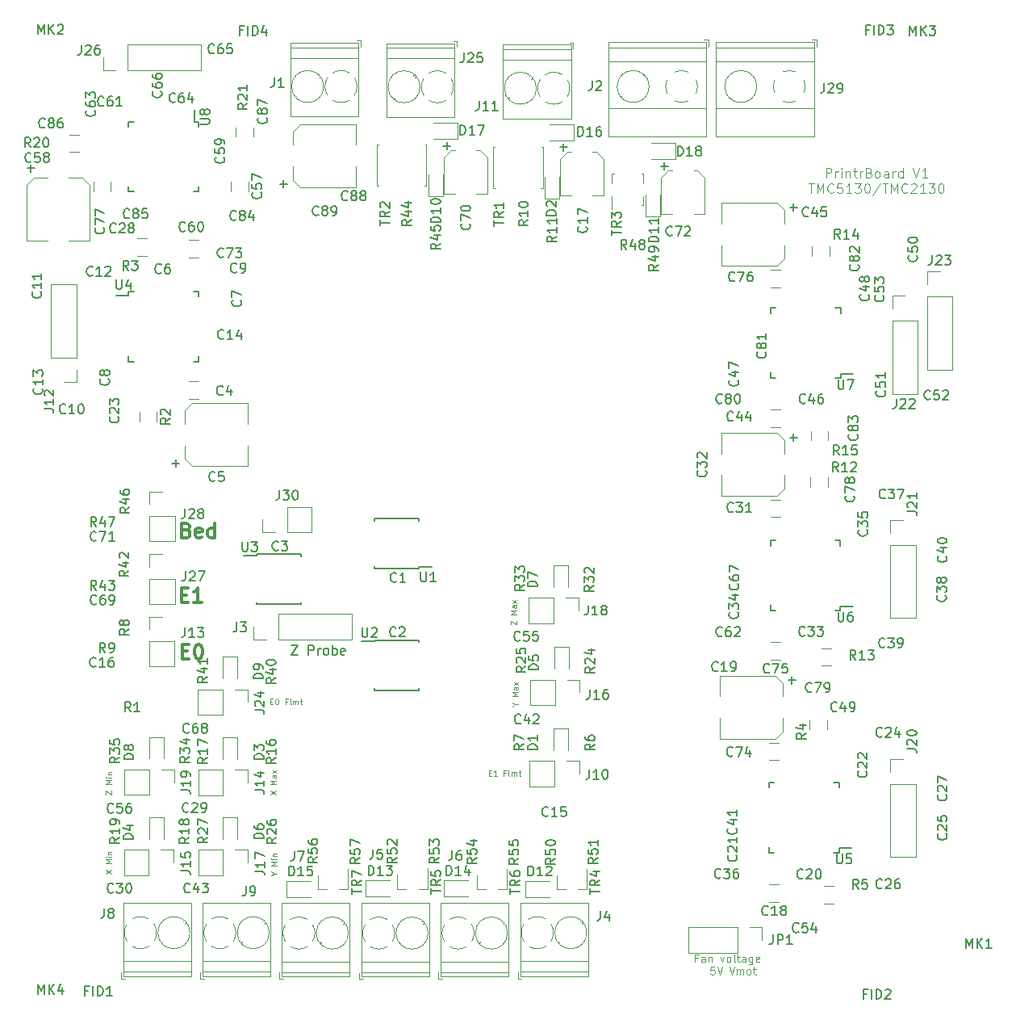
<source format=gto>
%TF.GenerationSoftware,KiCad,Pcbnew,5.0.0-rc2-dev-unknown-bf135b0~64~ubuntu18.04.1*%
%TF.CreationDate,2018-05-03T18:07:44-07:00*%
%TF.ProjectId,PrntrBoardV1,50726E7472426F61726456312E6B6963,rev?*%
%TF.SameCoordinates,Original*%
%TF.FileFunction,Legend,Top*%
%TF.FilePolarity,Positive*%
%FSLAX46Y46*%
G04 Gerber Fmt 4.6, Leading zero omitted, Abs format (unit mm)*
G04 Created by KiCad (PCBNEW 5.0.0-rc2-dev-unknown-bf135b0~64~ubuntu18.04.1) date Thu May  3 18:07:44 2018*
%MOMM*%
%LPD*%
G01*
G04 APERTURE LIST*
%ADD10C,0.100000*%
%ADD11C,0.150000*%
%ADD12C,0.300000*%
%ADD13C,0.120000*%
G04 APERTURE END LIST*
D10*
X71743928Y-80533714D02*
X71743928Y-80133714D01*
X72343928Y-80533714D01*
X72343928Y-80133714D01*
X72343928Y-79448000D02*
X71743928Y-79448000D01*
X72172500Y-79248000D01*
X71743928Y-79048000D01*
X72343928Y-79048000D01*
X72343928Y-78505142D02*
X72029642Y-78505142D01*
X71972500Y-78533714D01*
X71943928Y-78590857D01*
X71943928Y-78705142D01*
X71972500Y-78762285D01*
X72315357Y-78505142D02*
X72343928Y-78562285D01*
X72343928Y-78705142D01*
X72315357Y-78762285D01*
X72258214Y-78790857D01*
X72201071Y-78790857D01*
X72143928Y-78762285D01*
X72115357Y-78705142D01*
X72115357Y-78562285D01*
X72086785Y-78505142D01*
X72343928Y-78276571D02*
X71943928Y-77962285D01*
X71943928Y-78276571D02*
X72343928Y-77962285D01*
X72185214Y-88906214D02*
X72470928Y-88906214D01*
X71870928Y-89106214D02*
X72185214Y-88906214D01*
X71870928Y-88706214D01*
X72470928Y-88049071D02*
X71870928Y-88049071D01*
X72299500Y-87849071D01*
X71870928Y-87649071D01*
X72470928Y-87649071D01*
X72470928Y-87106214D02*
X72156642Y-87106214D01*
X72099500Y-87134785D01*
X72070928Y-87191928D01*
X72070928Y-87306214D01*
X72099500Y-87363357D01*
X72442357Y-87106214D02*
X72470928Y-87163357D01*
X72470928Y-87306214D01*
X72442357Y-87363357D01*
X72385214Y-87391928D01*
X72328071Y-87391928D01*
X72270928Y-87363357D01*
X72242357Y-87306214D01*
X72242357Y-87163357D01*
X72213785Y-87106214D01*
X72470928Y-86877642D02*
X72070928Y-86563357D01*
X72070928Y-86877642D02*
X72470928Y-86563357D01*
X69427928Y-96096142D02*
X69627928Y-96096142D01*
X69713642Y-96410428D02*
X69427928Y-96410428D01*
X69427928Y-95810428D01*
X69713642Y-95810428D01*
X70285071Y-96410428D02*
X69942214Y-96410428D01*
X70113642Y-96410428D02*
X70113642Y-95810428D01*
X70056500Y-95896142D01*
X69999357Y-95953285D01*
X69942214Y-95981857D01*
X71199357Y-96096142D02*
X70999357Y-96096142D01*
X70999357Y-96410428D02*
X70999357Y-95810428D01*
X71285071Y-95810428D01*
X71599357Y-96410428D02*
X71542214Y-96381857D01*
X71513642Y-96324714D01*
X71513642Y-95810428D01*
X71827928Y-96410428D02*
X71827928Y-96010428D01*
X71827928Y-96067571D02*
X71856500Y-96039000D01*
X71913642Y-96010428D01*
X71999357Y-96010428D01*
X72056500Y-96039000D01*
X72085071Y-96096142D01*
X72085071Y-96410428D01*
X72085071Y-96096142D02*
X72113642Y-96039000D01*
X72170785Y-96010428D01*
X72256500Y-96010428D01*
X72313642Y-96039000D01*
X72342214Y-96096142D01*
X72342214Y-96410428D01*
X72542214Y-96010428D02*
X72770785Y-96010428D01*
X72627928Y-95810428D02*
X72627928Y-96324714D01*
X72656500Y-96381857D01*
X72713642Y-96410428D01*
X72770785Y-96410428D01*
X46504428Y-88603142D02*
X46704428Y-88603142D01*
X46790142Y-88917428D02*
X46504428Y-88917428D01*
X46504428Y-88317428D01*
X46790142Y-88317428D01*
X47161571Y-88317428D02*
X47218714Y-88317428D01*
X47275857Y-88346000D01*
X47304428Y-88374571D01*
X47333000Y-88431714D01*
X47361571Y-88546000D01*
X47361571Y-88688857D01*
X47333000Y-88803142D01*
X47304428Y-88860285D01*
X47275857Y-88888857D01*
X47218714Y-88917428D01*
X47161571Y-88917428D01*
X47104428Y-88888857D01*
X47075857Y-88860285D01*
X47047285Y-88803142D01*
X47018714Y-88688857D01*
X47018714Y-88546000D01*
X47047285Y-88431714D01*
X47075857Y-88374571D01*
X47104428Y-88346000D01*
X47161571Y-88317428D01*
X48275857Y-88603142D02*
X48075857Y-88603142D01*
X48075857Y-88917428D02*
X48075857Y-88317428D01*
X48361571Y-88317428D01*
X48675857Y-88917428D02*
X48618714Y-88888857D01*
X48590142Y-88831714D01*
X48590142Y-88317428D01*
X48904428Y-88917428D02*
X48904428Y-88517428D01*
X48904428Y-88574571D02*
X48933000Y-88546000D01*
X48990142Y-88517428D01*
X49075857Y-88517428D01*
X49133000Y-88546000D01*
X49161571Y-88603142D01*
X49161571Y-88917428D01*
X49161571Y-88603142D02*
X49190142Y-88546000D01*
X49247285Y-88517428D01*
X49333000Y-88517428D01*
X49390142Y-88546000D01*
X49418714Y-88603142D01*
X49418714Y-88917428D01*
X49618714Y-88517428D02*
X49847285Y-88517428D01*
X49704428Y-88317428D02*
X49704428Y-88831714D01*
X49733000Y-88888857D01*
X49790142Y-88917428D01*
X49847285Y-88917428D01*
X46534428Y-98377214D02*
X47134428Y-97977214D01*
X46534428Y-97977214D02*
X47134428Y-98377214D01*
X47134428Y-97291500D02*
X46534428Y-97291500D01*
X46963000Y-97091500D01*
X46534428Y-96891500D01*
X47134428Y-96891500D01*
X47134428Y-96348642D02*
X46820142Y-96348642D01*
X46763000Y-96377214D01*
X46734428Y-96434357D01*
X46734428Y-96548642D01*
X46763000Y-96605785D01*
X47105857Y-96348642D02*
X47134428Y-96405785D01*
X47134428Y-96548642D01*
X47105857Y-96605785D01*
X47048714Y-96634357D01*
X46991571Y-96634357D01*
X46934428Y-96605785D01*
X46905857Y-96548642D01*
X46905857Y-96405785D01*
X46877285Y-96348642D01*
X47134428Y-96120071D02*
X46734428Y-95805785D01*
X46734428Y-96120071D02*
X47134428Y-95805785D01*
X46912214Y-106649714D02*
X47197928Y-106649714D01*
X46597928Y-106849714D02*
X46912214Y-106649714D01*
X46597928Y-106449714D01*
X47197928Y-105792571D02*
X46597928Y-105792571D01*
X47026500Y-105592571D01*
X46597928Y-105392571D01*
X47197928Y-105392571D01*
X47197928Y-105106857D02*
X46797928Y-105106857D01*
X46597928Y-105106857D02*
X46626500Y-105135428D01*
X46655071Y-105106857D01*
X46626500Y-105078285D01*
X46597928Y-105106857D01*
X46655071Y-105106857D01*
X46797928Y-104821142D02*
X47197928Y-104821142D01*
X46855071Y-104821142D02*
X46826500Y-104792571D01*
X46797928Y-104735428D01*
X46797928Y-104649714D01*
X46826500Y-104592571D01*
X46883642Y-104564000D01*
X47197928Y-104564000D01*
X29262428Y-98340714D02*
X29262428Y-97940714D01*
X29862428Y-98340714D01*
X29862428Y-97940714D01*
X29862428Y-97255000D02*
X29262428Y-97255000D01*
X29691000Y-97055000D01*
X29262428Y-96855000D01*
X29862428Y-96855000D01*
X29862428Y-96569285D02*
X29462428Y-96569285D01*
X29262428Y-96569285D02*
X29291000Y-96597857D01*
X29319571Y-96569285D01*
X29291000Y-96540714D01*
X29262428Y-96569285D01*
X29319571Y-96569285D01*
X29462428Y-96283571D02*
X29862428Y-96283571D01*
X29519571Y-96283571D02*
X29491000Y-96255000D01*
X29462428Y-96197857D01*
X29462428Y-96112142D01*
X29491000Y-96055000D01*
X29548142Y-96026428D01*
X29862428Y-96026428D01*
X29262428Y-106659214D02*
X29862428Y-106259214D01*
X29262428Y-106259214D02*
X29862428Y-106659214D01*
X29862428Y-105573500D02*
X29262428Y-105573500D01*
X29691000Y-105373500D01*
X29262428Y-105173500D01*
X29862428Y-105173500D01*
X29862428Y-104887785D02*
X29462428Y-104887785D01*
X29262428Y-104887785D02*
X29291000Y-104916357D01*
X29319571Y-104887785D01*
X29291000Y-104859214D01*
X29262428Y-104887785D01*
X29319571Y-104887785D01*
X29462428Y-104602071D02*
X29862428Y-104602071D01*
X29519571Y-104602071D02*
X29491000Y-104573500D01*
X29462428Y-104516357D01*
X29462428Y-104430642D01*
X29491000Y-104373500D01*
X29548142Y-104344928D01*
X29862428Y-104344928D01*
D11*
X48704857Y-82700880D02*
X49371523Y-82700880D01*
X48704857Y-83700880D01*
X49371523Y-83700880D01*
X50514380Y-83700880D02*
X50514380Y-82700880D01*
X50895333Y-82700880D01*
X50990571Y-82748500D01*
X51038190Y-82796119D01*
X51085809Y-82891357D01*
X51085809Y-83034214D01*
X51038190Y-83129452D01*
X50990571Y-83177071D01*
X50895333Y-83224690D01*
X50514380Y-83224690D01*
X51514380Y-83700880D02*
X51514380Y-83034214D01*
X51514380Y-83224690D02*
X51562000Y-83129452D01*
X51609619Y-83081833D01*
X51704857Y-83034214D01*
X51800095Y-83034214D01*
X52276285Y-83700880D02*
X52181047Y-83653261D01*
X52133428Y-83605642D01*
X52085809Y-83510404D01*
X52085809Y-83224690D01*
X52133428Y-83129452D01*
X52181047Y-83081833D01*
X52276285Y-83034214D01*
X52419142Y-83034214D01*
X52514380Y-83081833D01*
X52562000Y-83129452D01*
X52609619Y-83224690D01*
X52609619Y-83510404D01*
X52562000Y-83605642D01*
X52514380Y-83653261D01*
X52419142Y-83700880D01*
X52276285Y-83700880D01*
X53038190Y-83700880D02*
X53038190Y-82700880D01*
X53038190Y-83081833D02*
X53133428Y-83034214D01*
X53323904Y-83034214D01*
X53419142Y-83081833D01*
X53466761Y-83129452D01*
X53514380Y-83224690D01*
X53514380Y-83510404D01*
X53466761Y-83605642D01*
X53419142Y-83653261D01*
X53323904Y-83700880D01*
X53133428Y-83700880D01*
X53038190Y-83653261D01*
X54323904Y-83653261D02*
X54228666Y-83700880D01*
X54038190Y-83700880D01*
X53942952Y-83653261D01*
X53895333Y-83558023D01*
X53895333Y-83177071D01*
X53942952Y-83081833D01*
X54038190Y-83034214D01*
X54228666Y-83034214D01*
X54323904Y-83081833D01*
X54371523Y-83177071D01*
X54371523Y-83272309D01*
X53895333Y-83367547D01*
D12*
X37191285Y-77426357D02*
X37691285Y-77426357D01*
X37905571Y-78212071D02*
X37191285Y-78212071D01*
X37191285Y-76712071D01*
X37905571Y-76712071D01*
X39334142Y-78212071D02*
X38477000Y-78212071D01*
X38905571Y-78212071D02*
X38905571Y-76712071D01*
X38762714Y-76926357D01*
X38619857Y-77069214D01*
X38477000Y-77140642D01*
X37254785Y-83331857D02*
X37754785Y-83331857D01*
X37969071Y-84117571D02*
X37254785Y-84117571D01*
X37254785Y-82617571D01*
X37969071Y-82617571D01*
X38897642Y-82617571D02*
X39040500Y-82617571D01*
X39183357Y-82689000D01*
X39254785Y-82760428D01*
X39326214Y-82903285D01*
X39397642Y-83189000D01*
X39397642Y-83546142D01*
X39326214Y-83831857D01*
X39254785Y-83974714D01*
X39183357Y-84046142D01*
X39040500Y-84117571D01*
X38897642Y-84117571D01*
X38754785Y-84046142D01*
X38683357Y-83974714D01*
X38611928Y-83831857D01*
X38540500Y-83546142D01*
X38540500Y-83189000D01*
X38611928Y-82903285D01*
X38683357Y-82760428D01*
X38754785Y-82689000D01*
X38897642Y-82617571D01*
X37711214Y-70631857D02*
X37925500Y-70703285D01*
X37996928Y-70774714D01*
X38068357Y-70917571D01*
X38068357Y-71131857D01*
X37996928Y-71274714D01*
X37925500Y-71346142D01*
X37782642Y-71417571D01*
X37211214Y-71417571D01*
X37211214Y-69917571D01*
X37711214Y-69917571D01*
X37854071Y-69989000D01*
X37925500Y-70060428D01*
X37996928Y-70203285D01*
X37996928Y-70346142D01*
X37925500Y-70489000D01*
X37854071Y-70560428D01*
X37711214Y-70631857D01*
X37211214Y-70631857D01*
X39282642Y-71346142D02*
X39139785Y-71417571D01*
X38854071Y-71417571D01*
X38711214Y-71346142D01*
X38639785Y-71203285D01*
X38639785Y-70631857D01*
X38711214Y-70489000D01*
X38854071Y-70417571D01*
X39139785Y-70417571D01*
X39282642Y-70489000D01*
X39354071Y-70631857D01*
X39354071Y-70774714D01*
X38639785Y-70917571D01*
X40639785Y-71417571D02*
X40639785Y-69917571D01*
X40639785Y-71346142D02*
X40496928Y-71417571D01*
X40211214Y-71417571D01*
X40068357Y-71346142D01*
X39996928Y-71274714D01*
X39925500Y-71131857D01*
X39925500Y-70703285D01*
X39996928Y-70560428D01*
X40068357Y-70489000D01*
X40211214Y-70417571D01*
X40496928Y-70417571D01*
X40639785Y-70489000D01*
D10*
X104799476Y-33688380D02*
X104799476Y-32688380D01*
X105180428Y-32688380D01*
X105275666Y-32736000D01*
X105323285Y-32783619D01*
X105370904Y-32878857D01*
X105370904Y-33021714D01*
X105323285Y-33116952D01*
X105275666Y-33164571D01*
X105180428Y-33212190D01*
X104799476Y-33212190D01*
X105799476Y-33688380D02*
X105799476Y-33021714D01*
X105799476Y-33212190D02*
X105847095Y-33116952D01*
X105894714Y-33069333D01*
X105989952Y-33021714D01*
X106085190Y-33021714D01*
X106418523Y-33688380D02*
X106418523Y-33021714D01*
X106418523Y-32688380D02*
X106370904Y-32736000D01*
X106418523Y-32783619D01*
X106466142Y-32736000D01*
X106418523Y-32688380D01*
X106418523Y-32783619D01*
X106894714Y-33021714D02*
X106894714Y-33688380D01*
X106894714Y-33116952D02*
X106942333Y-33069333D01*
X107037571Y-33021714D01*
X107180428Y-33021714D01*
X107275666Y-33069333D01*
X107323285Y-33164571D01*
X107323285Y-33688380D01*
X107656619Y-33021714D02*
X108037571Y-33021714D01*
X107799476Y-32688380D02*
X107799476Y-33545523D01*
X107847095Y-33640761D01*
X107942333Y-33688380D01*
X108037571Y-33688380D01*
X108370904Y-33688380D02*
X108370904Y-33021714D01*
X108370904Y-33212190D02*
X108418523Y-33116952D01*
X108466142Y-33069333D01*
X108561380Y-33021714D01*
X108656619Y-33021714D01*
X109323285Y-33164571D02*
X109466142Y-33212190D01*
X109513761Y-33259809D01*
X109561380Y-33355047D01*
X109561380Y-33497904D01*
X109513761Y-33593142D01*
X109466142Y-33640761D01*
X109370904Y-33688380D01*
X108989952Y-33688380D01*
X108989952Y-32688380D01*
X109323285Y-32688380D01*
X109418523Y-32736000D01*
X109466142Y-32783619D01*
X109513761Y-32878857D01*
X109513761Y-32974095D01*
X109466142Y-33069333D01*
X109418523Y-33116952D01*
X109323285Y-33164571D01*
X108989952Y-33164571D01*
X110132809Y-33688380D02*
X110037571Y-33640761D01*
X109989952Y-33593142D01*
X109942333Y-33497904D01*
X109942333Y-33212190D01*
X109989952Y-33116952D01*
X110037571Y-33069333D01*
X110132809Y-33021714D01*
X110275666Y-33021714D01*
X110370904Y-33069333D01*
X110418523Y-33116952D01*
X110466142Y-33212190D01*
X110466142Y-33497904D01*
X110418523Y-33593142D01*
X110370904Y-33640761D01*
X110275666Y-33688380D01*
X110132809Y-33688380D01*
X111323285Y-33688380D02*
X111323285Y-33164571D01*
X111275666Y-33069333D01*
X111180428Y-33021714D01*
X110989952Y-33021714D01*
X110894714Y-33069333D01*
X111323285Y-33640761D02*
X111228047Y-33688380D01*
X110989952Y-33688380D01*
X110894714Y-33640761D01*
X110847095Y-33545523D01*
X110847095Y-33450285D01*
X110894714Y-33355047D01*
X110989952Y-33307428D01*
X111228047Y-33307428D01*
X111323285Y-33259809D01*
X111799476Y-33688380D02*
X111799476Y-33021714D01*
X111799476Y-33212190D02*
X111847095Y-33116952D01*
X111894714Y-33069333D01*
X111989952Y-33021714D01*
X112085190Y-33021714D01*
X112847095Y-33688380D02*
X112847095Y-32688380D01*
X112847095Y-33640761D02*
X112751857Y-33688380D01*
X112561380Y-33688380D01*
X112466142Y-33640761D01*
X112418523Y-33593142D01*
X112370904Y-33497904D01*
X112370904Y-33212190D01*
X112418523Y-33116952D01*
X112466142Y-33069333D01*
X112561380Y-33021714D01*
X112751857Y-33021714D01*
X112847095Y-33069333D01*
X113942333Y-32688380D02*
X114275666Y-33688380D01*
X114609000Y-32688380D01*
X115466142Y-33688380D02*
X114894714Y-33688380D01*
X115180428Y-33688380D02*
X115180428Y-32688380D01*
X115085190Y-32831238D01*
X114989952Y-32926476D01*
X114894714Y-32974095D01*
X102966142Y-34288380D02*
X103537571Y-34288380D01*
X103251857Y-35288380D02*
X103251857Y-34288380D01*
X103870904Y-35288380D02*
X103870904Y-34288380D01*
X104204238Y-35002666D01*
X104537571Y-34288380D01*
X104537571Y-35288380D01*
X105585190Y-35193142D02*
X105537571Y-35240761D01*
X105394714Y-35288380D01*
X105299476Y-35288380D01*
X105156619Y-35240761D01*
X105061380Y-35145523D01*
X105013761Y-35050285D01*
X104966142Y-34859809D01*
X104966142Y-34716952D01*
X105013761Y-34526476D01*
X105061380Y-34431238D01*
X105156619Y-34336000D01*
X105299476Y-34288380D01*
X105394714Y-34288380D01*
X105537571Y-34336000D01*
X105585190Y-34383619D01*
X106489952Y-34288380D02*
X106013761Y-34288380D01*
X105966142Y-34764571D01*
X106013761Y-34716952D01*
X106109000Y-34669333D01*
X106347095Y-34669333D01*
X106442333Y-34716952D01*
X106489952Y-34764571D01*
X106537571Y-34859809D01*
X106537571Y-35097904D01*
X106489952Y-35193142D01*
X106442333Y-35240761D01*
X106347095Y-35288380D01*
X106109000Y-35288380D01*
X106013761Y-35240761D01*
X105966142Y-35193142D01*
X107489952Y-35288380D02*
X106918523Y-35288380D01*
X107204238Y-35288380D02*
X107204238Y-34288380D01*
X107109000Y-34431238D01*
X107013761Y-34526476D01*
X106918523Y-34574095D01*
X107823285Y-34288380D02*
X108442333Y-34288380D01*
X108109000Y-34669333D01*
X108251857Y-34669333D01*
X108347095Y-34716952D01*
X108394714Y-34764571D01*
X108442333Y-34859809D01*
X108442333Y-35097904D01*
X108394714Y-35193142D01*
X108347095Y-35240761D01*
X108251857Y-35288380D01*
X107966142Y-35288380D01*
X107870904Y-35240761D01*
X107823285Y-35193142D01*
X109061380Y-34288380D02*
X109156619Y-34288380D01*
X109251857Y-34336000D01*
X109299476Y-34383619D01*
X109347095Y-34478857D01*
X109394714Y-34669333D01*
X109394714Y-34907428D01*
X109347095Y-35097904D01*
X109299476Y-35193142D01*
X109251857Y-35240761D01*
X109156619Y-35288380D01*
X109061380Y-35288380D01*
X108966142Y-35240761D01*
X108918523Y-35193142D01*
X108870904Y-35097904D01*
X108823285Y-34907428D01*
X108823285Y-34669333D01*
X108870904Y-34478857D01*
X108918523Y-34383619D01*
X108966142Y-34336000D01*
X109061380Y-34288380D01*
X110537571Y-34240761D02*
X109680428Y-35526476D01*
X110728047Y-34288380D02*
X111299476Y-34288380D01*
X111013761Y-35288380D02*
X111013761Y-34288380D01*
X111632809Y-35288380D02*
X111632809Y-34288380D01*
X111966142Y-35002666D01*
X112299476Y-34288380D01*
X112299476Y-35288380D01*
X113347095Y-35193142D02*
X113299476Y-35240761D01*
X113156619Y-35288380D01*
X113061380Y-35288380D01*
X112918523Y-35240761D01*
X112823285Y-35145523D01*
X112775666Y-35050285D01*
X112728047Y-34859809D01*
X112728047Y-34716952D01*
X112775666Y-34526476D01*
X112823285Y-34431238D01*
X112918523Y-34336000D01*
X113061380Y-34288380D01*
X113156619Y-34288380D01*
X113299476Y-34336000D01*
X113347095Y-34383619D01*
X113728047Y-34383619D02*
X113775666Y-34336000D01*
X113870904Y-34288380D01*
X114109000Y-34288380D01*
X114204238Y-34336000D01*
X114251857Y-34383619D01*
X114299476Y-34478857D01*
X114299476Y-34574095D01*
X114251857Y-34716952D01*
X113680428Y-35288380D01*
X114299476Y-35288380D01*
X115251857Y-35288380D02*
X114680428Y-35288380D01*
X114966142Y-35288380D02*
X114966142Y-34288380D01*
X114870904Y-34431238D01*
X114775666Y-34526476D01*
X114680428Y-34574095D01*
X115585190Y-34288380D02*
X116204238Y-34288380D01*
X115870904Y-34669333D01*
X116013761Y-34669333D01*
X116109000Y-34716952D01*
X116156619Y-34764571D01*
X116204238Y-34859809D01*
X116204238Y-35097904D01*
X116156619Y-35193142D01*
X116109000Y-35240761D01*
X116013761Y-35288380D01*
X115728047Y-35288380D01*
X115632809Y-35240761D01*
X115585190Y-35193142D01*
X116823285Y-34288380D02*
X116918523Y-34288380D01*
X117013761Y-34336000D01*
X117061380Y-34383619D01*
X117109000Y-34478857D01*
X117156619Y-34669333D01*
X117156619Y-34907428D01*
X117109000Y-35097904D01*
X117061380Y-35193142D01*
X117013761Y-35240761D01*
X116918523Y-35288380D01*
X116823285Y-35288380D01*
X116728047Y-35240761D01*
X116680428Y-35193142D01*
X116632809Y-35097904D01*
X116585190Y-34907428D01*
X116585190Y-34669333D01*
X116632809Y-34478857D01*
X116680428Y-34383619D01*
X116728047Y-34336000D01*
X116823285Y-34288380D01*
X91338785Y-115497857D02*
X91072119Y-115497857D01*
X91072119Y-115916904D02*
X91072119Y-115116904D01*
X91453071Y-115116904D01*
X92100690Y-115916904D02*
X92100690Y-115497857D01*
X92062595Y-115421666D01*
X91986404Y-115383571D01*
X91834023Y-115383571D01*
X91757833Y-115421666D01*
X92100690Y-115878809D02*
X92024500Y-115916904D01*
X91834023Y-115916904D01*
X91757833Y-115878809D01*
X91719738Y-115802619D01*
X91719738Y-115726428D01*
X91757833Y-115650238D01*
X91834023Y-115612142D01*
X92024500Y-115612142D01*
X92100690Y-115574047D01*
X92481642Y-115383571D02*
X92481642Y-115916904D01*
X92481642Y-115459761D02*
X92519738Y-115421666D01*
X92595928Y-115383571D01*
X92710214Y-115383571D01*
X92786404Y-115421666D01*
X92824500Y-115497857D01*
X92824500Y-115916904D01*
X93738785Y-115383571D02*
X93929261Y-115916904D01*
X94119738Y-115383571D01*
X94538785Y-115916904D02*
X94462595Y-115878809D01*
X94424500Y-115840714D01*
X94386404Y-115764523D01*
X94386404Y-115535952D01*
X94424500Y-115459761D01*
X94462595Y-115421666D01*
X94538785Y-115383571D01*
X94653071Y-115383571D01*
X94729261Y-115421666D01*
X94767357Y-115459761D01*
X94805452Y-115535952D01*
X94805452Y-115764523D01*
X94767357Y-115840714D01*
X94729261Y-115878809D01*
X94653071Y-115916904D01*
X94538785Y-115916904D01*
X95262595Y-115916904D02*
X95186404Y-115878809D01*
X95148309Y-115802619D01*
X95148309Y-115116904D01*
X95453071Y-115383571D02*
X95757833Y-115383571D01*
X95567357Y-115116904D02*
X95567357Y-115802619D01*
X95605452Y-115878809D01*
X95681642Y-115916904D01*
X95757833Y-115916904D01*
X96367357Y-115916904D02*
X96367357Y-115497857D01*
X96329261Y-115421666D01*
X96253071Y-115383571D01*
X96100690Y-115383571D01*
X96024500Y-115421666D01*
X96367357Y-115878809D02*
X96291166Y-115916904D01*
X96100690Y-115916904D01*
X96024500Y-115878809D01*
X95986404Y-115802619D01*
X95986404Y-115726428D01*
X96024500Y-115650238D01*
X96100690Y-115612142D01*
X96291166Y-115612142D01*
X96367357Y-115574047D01*
X97091166Y-115383571D02*
X97091166Y-116031190D01*
X97053071Y-116107380D01*
X97014976Y-116145476D01*
X96938785Y-116183571D01*
X96824500Y-116183571D01*
X96748309Y-116145476D01*
X97091166Y-115878809D02*
X97014976Y-115916904D01*
X96862595Y-115916904D01*
X96786404Y-115878809D01*
X96748309Y-115840714D01*
X96710214Y-115764523D01*
X96710214Y-115535952D01*
X96748309Y-115459761D01*
X96786404Y-115421666D01*
X96862595Y-115383571D01*
X97014976Y-115383571D01*
X97091166Y-115421666D01*
X97776880Y-115878809D02*
X97700690Y-115916904D01*
X97548309Y-115916904D01*
X97472119Y-115878809D01*
X97434023Y-115802619D01*
X97434023Y-115497857D01*
X97472119Y-115421666D01*
X97548309Y-115383571D01*
X97700690Y-115383571D01*
X97776880Y-115421666D01*
X97814976Y-115497857D01*
X97814976Y-115574047D01*
X97434023Y-115650238D01*
X93110214Y-116416904D02*
X92729261Y-116416904D01*
X92691166Y-116797857D01*
X92729261Y-116759761D01*
X92805452Y-116721666D01*
X92995928Y-116721666D01*
X93072119Y-116759761D01*
X93110214Y-116797857D01*
X93148309Y-116874047D01*
X93148309Y-117064523D01*
X93110214Y-117140714D01*
X93072119Y-117178809D01*
X92995928Y-117216904D01*
X92805452Y-117216904D01*
X92729261Y-117178809D01*
X92691166Y-117140714D01*
X93376880Y-116416904D02*
X93643547Y-117216904D01*
X93910214Y-116416904D01*
X94672119Y-116416904D02*
X94938785Y-117216904D01*
X95205452Y-116416904D01*
X95472119Y-117216904D02*
X95472119Y-116683571D01*
X95472119Y-116759761D02*
X95510214Y-116721666D01*
X95586404Y-116683571D01*
X95700690Y-116683571D01*
X95776880Y-116721666D01*
X95814976Y-116797857D01*
X95814976Y-117216904D01*
X95814976Y-116797857D02*
X95853071Y-116721666D01*
X95929261Y-116683571D01*
X96043547Y-116683571D01*
X96119738Y-116721666D01*
X96157833Y-116797857D01*
X96157833Y-117216904D01*
X96653071Y-117216904D02*
X96576880Y-117178809D01*
X96538785Y-117140714D01*
X96500690Y-117064523D01*
X96500690Y-116835952D01*
X96538785Y-116759761D01*
X96576880Y-116721666D01*
X96653071Y-116683571D01*
X96767357Y-116683571D01*
X96843547Y-116721666D01*
X96881642Y-116759761D01*
X96919738Y-116835952D01*
X96919738Y-117064523D01*
X96881642Y-117140714D01*
X96843547Y-117178809D01*
X96767357Y-117216904D01*
X96653071Y-117216904D01*
X97148309Y-116683571D02*
X97453071Y-116683571D01*
X97262595Y-116416904D02*
X97262595Y-117102619D01*
X97300690Y-117178809D01*
X97376880Y-117216904D01*
X97453071Y-117216904D01*
D11*
X106179599Y-104432300D02*
X106179599Y-103982300D01*
X98829599Y-104432300D02*
X98829599Y-103882300D01*
X98829599Y-97082300D02*
X98829599Y-97632300D01*
X106179599Y-97082300D02*
X106179599Y-97632300D01*
X106179599Y-104432300D02*
X105629599Y-104432300D01*
X106179599Y-97082300D02*
X105629599Y-97082300D01*
X98829599Y-97082300D02*
X99379599Y-97082300D01*
X98829599Y-104432300D02*
X99379599Y-104432300D01*
X106179599Y-103982300D02*
X107454599Y-103982300D01*
X31631201Y-45621700D02*
X31631201Y-46071700D01*
X38981201Y-45621700D02*
X38981201Y-46171700D01*
X38981201Y-52971700D02*
X38981201Y-52421700D01*
X31631201Y-52971700D02*
X31631201Y-52421700D01*
X31631201Y-45621700D02*
X32181201Y-45621700D01*
X31631201Y-52971700D02*
X32181201Y-52971700D01*
X38981201Y-52971700D02*
X38431201Y-52971700D01*
X38981201Y-45621700D02*
X38431201Y-45621700D01*
X31631201Y-46071700D02*
X30356201Y-46071700D01*
X106318399Y-79052300D02*
X106318399Y-78602300D01*
X98968399Y-79052300D02*
X98968399Y-78502300D01*
X98968399Y-71702300D02*
X98968399Y-72252300D01*
X106318399Y-71702300D02*
X106318399Y-72252300D01*
X106318399Y-79052300D02*
X105768399Y-79052300D01*
X106318399Y-71702300D02*
X105768399Y-71702300D01*
X98968399Y-71702300D02*
X99518399Y-71702300D01*
X98968399Y-79052300D02*
X99518399Y-79052300D01*
X106318399Y-78602300D02*
X107593399Y-78602300D01*
X106331999Y-54679500D02*
X106331999Y-54229500D01*
X98981999Y-54679500D02*
X98981999Y-54129500D01*
X98981999Y-47329500D02*
X98981999Y-47879500D01*
X106331999Y-47329500D02*
X106331999Y-47879500D01*
X106331999Y-54679500D02*
X105781999Y-54679500D01*
X106331999Y-47329500D02*
X105781999Y-47329500D01*
X98981999Y-47329500D02*
X99531999Y-47329500D01*
X98981999Y-54679500D02*
X99531999Y-54679500D01*
X106331999Y-54229500D02*
X107606999Y-54229500D01*
X38971100Y-27810401D02*
X38521100Y-27810401D01*
X38971100Y-35160401D02*
X38421100Y-35160401D01*
X31621100Y-35160401D02*
X32171100Y-35160401D01*
X31621100Y-27810401D02*
X32171100Y-27810401D01*
X38971100Y-27810401D02*
X38971100Y-28360401D01*
X31621100Y-27810401D02*
X31621100Y-28360401D01*
X31621100Y-35160401D02*
X31621100Y-34610401D01*
X38971100Y-35160401D02*
X38971100Y-34610401D01*
X38521100Y-27810401D02*
X38521100Y-26535401D01*
D13*
X49624000Y-28069000D02*
X55464000Y-28069000D01*
X48864000Y-28829000D02*
X49624000Y-28069000D01*
X49624000Y-34669000D02*
X48864000Y-33909000D01*
X55464000Y-34669000D02*
X49624000Y-34669000D01*
X48864000Y-28829000D02*
X48864000Y-30249000D01*
X55464000Y-28069000D02*
X55464000Y-30249000D01*
X55464000Y-34669000D02*
X55464000Y-32489000D01*
X48864000Y-33909000D02*
X48864000Y-32489000D01*
X63070200Y-33375800D02*
X63070200Y-35645800D01*
X63070200Y-35645800D02*
X64590200Y-35645800D01*
X64590200Y-35645800D02*
X64590200Y-33375800D01*
X77785500Y-93726000D02*
X77785500Y-91456000D01*
X77785500Y-91456000D02*
X76265500Y-91456000D01*
X76265500Y-91456000D02*
X76265500Y-93726000D01*
X85892100Y-35458400D02*
X85892100Y-37728400D01*
X85892100Y-37728400D02*
X87412100Y-37728400D01*
X87412100Y-37728400D02*
X87412100Y-35458400D01*
X43051000Y-94615000D02*
X43051000Y-92345000D01*
X43051000Y-92345000D02*
X41531000Y-92345000D01*
X41531000Y-92345000D02*
X41531000Y-94615000D01*
X35329400Y-103009700D02*
X35329400Y-100739700D01*
X35329400Y-100739700D02*
X33809400Y-100739700D01*
X33809400Y-100739700D02*
X33809400Y-103009700D01*
X77849000Y-85128000D02*
X77849000Y-82858000D01*
X77849000Y-82858000D02*
X76329000Y-82858000D01*
X76329000Y-82858000D02*
X76329000Y-85128000D01*
X43051000Y-102984100D02*
X43051000Y-100714100D01*
X43051000Y-100714100D02*
X41531000Y-100714100D01*
X41531000Y-100714100D02*
X41531000Y-102984100D01*
X77785500Y-76581000D02*
X77785500Y-74311000D01*
X77785500Y-74311000D02*
X76265500Y-74311000D01*
X76265500Y-74311000D02*
X76265500Y-76581000D01*
X35367500Y-94589500D02*
X35367500Y-92319500D01*
X35367500Y-92319500D02*
X33847500Y-92319500D01*
X33847500Y-92319500D02*
X33847500Y-94589500D01*
X43051000Y-86182000D02*
X43051000Y-83912000D01*
X43051000Y-83912000D02*
X41531000Y-83912000D01*
X41531000Y-83912000D02*
X41531000Y-86182000D01*
X75274900Y-33579000D02*
X75274900Y-35849000D01*
X75274900Y-35849000D02*
X76794900Y-35849000D01*
X76794900Y-35849000D02*
X76794900Y-33579000D01*
X100265182Y-22595244D02*
G75*
G02X100948500Y-22450000I683318J-1534756D01*
G01*
X99413074Y-24813042D02*
G75*
G02X99413500Y-23446000I1535426J683042D01*
G01*
X101631542Y-25665426D02*
G75*
G02X100264500Y-25665000I-683042J1535426D01*
G01*
X102483926Y-23446958D02*
G75*
G02X102483500Y-24814000I-1535426J-683042D01*
G01*
X100919695Y-22449747D02*
G75*
G02X101632500Y-22595000I28805J-1680253D01*
G01*
X97548500Y-24130000D02*
G75*
G03X97548500Y-24130000I-1680000J0D01*
G01*
X103548500Y-20030000D02*
X93268500Y-20030000D01*
X103548500Y-21530000D02*
X93268500Y-21530000D01*
X103548500Y-26431000D02*
X93268500Y-26431000D01*
X103548500Y-29391000D02*
X93268500Y-29391000D01*
X103548500Y-19470000D02*
X93268500Y-19470000D01*
X103548500Y-29391000D02*
X103548500Y-19470000D01*
X93268500Y-29391000D02*
X93268500Y-19470000D01*
X94593500Y-25199000D02*
X94640500Y-25153000D01*
X96902500Y-22891000D02*
X96937500Y-22856000D01*
X94798500Y-25405000D02*
X94833500Y-25369000D01*
X97095500Y-23107000D02*
X97142500Y-23061000D01*
X103788500Y-19970000D02*
X103788500Y-19230000D01*
X103788500Y-19230000D02*
X103288500Y-19230000D01*
X88965982Y-22595244D02*
G75*
G02X89649300Y-22450000I683318J-1534756D01*
G01*
X88113874Y-24813042D02*
G75*
G02X88114300Y-23446000I1535426J683042D01*
G01*
X90332342Y-25665426D02*
G75*
G02X88965300Y-25665000I-683042J1535426D01*
G01*
X91184726Y-23446958D02*
G75*
G02X91184300Y-24814000I-1535426J-683042D01*
G01*
X89620495Y-22449747D02*
G75*
G02X90333300Y-22595000I28805J-1680253D01*
G01*
X86249300Y-24130000D02*
G75*
G03X86249300Y-24130000I-1680000J0D01*
G01*
X92249300Y-20030000D02*
X81969300Y-20030000D01*
X92249300Y-21530000D02*
X81969300Y-21530000D01*
X92249300Y-26431000D02*
X81969300Y-26431000D01*
X92249300Y-29391000D02*
X81969300Y-29391000D01*
X92249300Y-19470000D02*
X81969300Y-19470000D01*
X92249300Y-29391000D02*
X92249300Y-19470000D01*
X81969300Y-29391000D02*
X81969300Y-19470000D01*
X83294300Y-25199000D02*
X83341300Y-25153000D01*
X85603300Y-22891000D02*
X85638300Y-22856000D01*
X83499300Y-25405000D02*
X83534300Y-25369000D01*
X85796300Y-23107000D02*
X85843300Y-23061000D01*
X92489300Y-19970000D02*
X92489300Y-19230000D01*
X92489300Y-19230000D02*
X91989300Y-19230000D01*
X63143136Y-22730679D02*
G75*
G02X64033400Y-22475400I890264J-1424721D01*
G01*
X62607895Y-25045593D02*
G75*
G02X62608400Y-23264400I1425505J890193D01*
G01*
X64923294Y-25580758D02*
G75*
G02X63167400Y-25595400I-889894J1425358D01*
G01*
X65458758Y-23265506D02*
G75*
G02X65473400Y-25021400I-1425358J-889894D01*
G01*
X64004726Y-22475301D02*
G75*
G02X64899400Y-22715400I28674J-1680099D01*
G01*
X62213400Y-24155400D02*
G75*
G03X62213400Y-24155400I-1680000J0D01*
G01*
X65843400Y-20055400D02*
X58723400Y-20055400D01*
X65843400Y-21155400D02*
X58723400Y-21155400D01*
X65843400Y-27315400D02*
X58723400Y-27315400D01*
X65843400Y-19595400D02*
X58723400Y-19595400D01*
X65843400Y-27315400D02*
X65843400Y-19595400D01*
X58723400Y-27315400D02*
X58723400Y-19595400D01*
X59258400Y-25224400D02*
X59387400Y-25096400D01*
X61508400Y-22974400D02*
X61602400Y-22881400D01*
X59463400Y-25430400D02*
X59557400Y-25336400D01*
X61678400Y-23214400D02*
X61807400Y-23086400D01*
X66083400Y-19995400D02*
X66083400Y-19355400D01*
X66083400Y-19355400D02*
X65683400Y-19355400D01*
X75347836Y-22883079D02*
G75*
G02X76238100Y-22627800I890264J-1424721D01*
G01*
X74812595Y-25197993D02*
G75*
G02X74813100Y-23416800I1425505J890193D01*
G01*
X77127994Y-25733158D02*
G75*
G02X75372100Y-25747800I-889894J1425358D01*
G01*
X77663458Y-23417906D02*
G75*
G02X77678100Y-25173800I-1425358J-889894D01*
G01*
X76209426Y-22627701D02*
G75*
G02X77104100Y-22867800I28674J-1680099D01*
G01*
X74418100Y-24307800D02*
G75*
G03X74418100Y-24307800I-1680000J0D01*
G01*
X78048100Y-20207800D02*
X70928100Y-20207800D01*
X78048100Y-21307800D02*
X70928100Y-21307800D01*
X78048100Y-27467800D02*
X70928100Y-27467800D01*
X78048100Y-19747800D02*
X70928100Y-19747800D01*
X78048100Y-27467800D02*
X78048100Y-19747800D01*
X70928100Y-27467800D02*
X70928100Y-19747800D01*
X71463100Y-25376800D02*
X71592100Y-25248800D01*
X73713100Y-23126800D02*
X73807100Y-23033800D01*
X71668100Y-25582800D02*
X71762100Y-25488800D01*
X73883100Y-23366800D02*
X74012100Y-23238800D01*
X78288100Y-20147800D02*
X78288100Y-19507800D01*
X78288100Y-19507800D02*
X77888100Y-19507800D01*
X50394864Y-114302321D02*
G75*
G02X49504600Y-114557600I-890264J1424721D01*
G01*
X50930105Y-111987407D02*
G75*
G02X50929600Y-113768600I-1425505J-890193D01*
G01*
X48614706Y-111452242D02*
G75*
G02X50370600Y-111437600I889894J-1425358D01*
G01*
X48079242Y-113767494D02*
G75*
G02X48064600Y-112011600I1425358J889894D01*
G01*
X49533274Y-114557699D02*
G75*
G02X48638600Y-114317600I-28674J1680099D01*
G01*
X54684600Y-112877600D02*
G75*
G03X54684600Y-112877600I-1680000J0D01*
G01*
X47694600Y-116977600D02*
X54814600Y-116977600D01*
X47694600Y-115877600D02*
X54814600Y-115877600D01*
X47694600Y-109717600D02*
X54814600Y-109717600D01*
X47694600Y-117437600D02*
X54814600Y-117437600D01*
X47694600Y-109717600D02*
X47694600Y-117437600D01*
X54814600Y-109717600D02*
X54814600Y-117437600D01*
X54279600Y-111808600D02*
X54150600Y-111936600D01*
X52029600Y-114058600D02*
X51935600Y-114151600D01*
X54074600Y-111602600D02*
X53980600Y-111696600D01*
X51859600Y-113818600D02*
X51730600Y-113946600D01*
X47454600Y-117037600D02*
X47454600Y-117677600D01*
X47454600Y-117677600D02*
X47854600Y-117677600D01*
X33775764Y-114264221D02*
G75*
G02X32885500Y-114519500I-890264J1424721D01*
G01*
X34311005Y-111949307D02*
G75*
G02X34310500Y-113730500I-1425505J-890193D01*
G01*
X31995606Y-111414142D02*
G75*
G02X33751500Y-111399500I889894J-1425358D01*
G01*
X31460142Y-113729394D02*
G75*
G02X31445500Y-111973500I1425358J889894D01*
G01*
X32914174Y-114519599D02*
G75*
G02X32019500Y-114279500I-28674J1680099D01*
G01*
X38065500Y-112839500D02*
G75*
G03X38065500Y-112839500I-1680000J0D01*
G01*
X31075500Y-116939500D02*
X38195500Y-116939500D01*
X31075500Y-115839500D02*
X38195500Y-115839500D01*
X31075500Y-109679500D02*
X38195500Y-109679500D01*
X31075500Y-117399500D02*
X38195500Y-117399500D01*
X31075500Y-109679500D02*
X31075500Y-117399500D01*
X38195500Y-109679500D02*
X38195500Y-117399500D01*
X37660500Y-111770500D02*
X37531500Y-111898500D01*
X35410500Y-114020500D02*
X35316500Y-114113500D01*
X37455500Y-111564500D02*
X37361500Y-111658500D01*
X35240500Y-113780500D02*
X35111500Y-113908500D01*
X30835500Y-116999500D02*
X30835500Y-117639500D01*
X30835500Y-117639500D02*
X31235500Y-117639500D01*
X42101764Y-114264221D02*
G75*
G02X41211500Y-114519500I-890264J1424721D01*
G01*
X42637005Y-111949307D02*
G75*
G02X42636500Y-113730500I-1425505J-890193D01*
G01*
X40321606Y-111414142D02*
G75*
G02X42077500Y-111399500I889894J-1425358D01*
G01*
X39786142Y-113729394D02*
G75*
G02X39771500Y-111973500I1425358J889894D01*
G01*
X41240174Y-114519599D02*
G75*
G02X40345500Y-114279500I-28674J1680099D01*
G01*
X46391500Y-112839500D02*
G75*
G03X46391500Y-112839500I-1680000J0D01*
G01*
X39401500Y-116939500D02*
X46521500Y-116939500D01*
X39401500Y-115839500D02*
X46521500Y-115839500D01*
X39401500Y-109679500D02*
X46521500Y-109679500D01*
X39401500Y-117399500D02*
X46521500Y-117399500D01*
X39401500Y-109679500D02*
X39401500Y-117399500D01*
X46521500Y-109679500D02*
X46521500Y-117399500D01*
X45986500Y-111770500D02*
X45857500Y-111898500D01*
X43736500Y-114020500D02*
X43642500Y-114113500D01*
X45781500Y-111564500D02*
X45687500Y-111658500D01*
X43566500Y-113780500D02*
X43437500Y-113908500D01*
X39161500Y-116999500D02*
X39161500Y-117639500D01*
X39161500Y-117639500D02*
X39561500Y-117639500D01*
X75413864Y-114264221D02*
G75*
G02X74523600Y-114519500I-890264J1424721D01*
G01*
X75949105Y-111949307D02*
G75*
G02X75948600Y-113730500I-1425505J-890193D01*
G01*
X73633706Y-111414142D02*
G75*
G02X75389600Y-111399500I889894J-1425358D01*
G01*
X73098242Y-113729394D02*
G75*
G02X73083600Y-111973500I1425358J889894D01*
G01*
X74552274Y-114519599D02*
G75*
G02X73657600Y-114279500I-28674J1680099D01*
G01*
X79703600Y-112839500D02*
G75*
G03X79703600Y-112839500I-1680000J0D01*
G01*
X72713600Y-116939500D02*
X79833600Y-116939500D01*
X72713600Y-115839500D02*
X79833600Y-115839500D01*
X72713600Y-109679500D02*
X79833600Y-109679500D01*
X72713600Y-117399500D02*
X79833600Y-117399500D01*
X72713600Y-109679500D02*
X72713600Y-117399500D01*
X79833600Y-109679500D02*
X79833600Y-117399500D01*
X79298600Y-111770500D02*
X79169600Y-111898500D01*
X77048600Y-114020500D02*
X76954600Y-114113500D01*
X79093600Y-111564500D02*
X78999600Y-111658500D01*
X76878600Y-113780500D02*
X76749600Y-113908500D01*
X72473600Y-116999500D02*
X72473600Y-117639500D01*
X72473600Y-117639500D02*
X72873600Y-117639500D01*
X58762963Y-114305621D02*
G75*
G02X57872699Y-114560900I-890264J1424721D01*
G01*
X59298204Y-111990707D02*
G75*
G02X59297699Y-113771900I-1425505J-890193D01*
G01*
X56982805Y-111455542D02*
G75*
G02X58738699Y-111440900I889894J-1425358D01*
G01*
X56447341Y-113770794D02*
G75*
G02X56432699Y-112014900I1425358J889894D01*
G01*
X57901373Y-114560999D02*
G75*
G02X57006699Y-114320900I-28674J1680099D01*
G01*
X63052699Y-112880900D02*
G75*
G03X63052699Y-112880900I-1680000J0D01*
G01*
X56062699Y-116980900D02*
X63182699Y-116980900D01*
X56062699Y-115880900D02*
X63182699Y-115880900D01*
X56062699Y-109720900D02*
X63182699Y-109720900D01*
X56062699Y-117440900D02*
X63182699Y-117440900D01*
X56062699Y-109720900D02*
X56062699Y-117440900D01*
X63182699Y-109720900D02*
X63182699Y-117440900D01*
X62647699Y-111811900D02*
X62518699Y-111939900D01*
X60397699Y-114061900D02*
X60303699Y-114154900D01*
X62442699Y-111605900D02*
X62348699Y-111699900D01*
X60227699Y-113821900D02*
X60098699Y-113949900D01*
X55822699Y-117040900D02*
X55822699Y-117680900D01*
X55822699Y-117680900D02*
X56222699Y-117680900D01*
X53028736Y-22705279D02*
G75*
G02X53919000Y-22450000I890264J-1424721D01*
G01*
X52493495Y-25020193D02*
G75*
G02X52494000Y-23239000I1425505J890193D01*
G01*
X54808894Y-25555358D02*
G75*
G02X53053000Y-25570000I-889894J1425358D01*
G01*
X55344358Y-23240106D02*
G75*
G02X55359000Y-24996000I-1425358J-889894D01*
G01*
X53890326Y-22449901D02*
G75*
G02X54785000Y-22690000I28674J-1680099D01*
G01*
X52099000Y-24130000D02*
G75*
G03X52099000Y-24130000I-1680000J0D01*
G01*
X55729000Y-20030000D02*
X48609000Y-20030000D01*
X55729000Y-21130000D02*
X48609000Y-21130000D01*
X55729000Y-27290000D02*
X48609000Y-27290000D01*
X55729000Y-19570000D02*
X48609000Y-19570000D01*
X55729000Y-27290000D02*
X55729000Y-19570000D01*
X48609000Y-27290000D02*
X48609000Y-19570000D01*
X49144000Y-25199000D02*
X49273000Y-25071000D01*
X51394000Y-22949000D02*
X51488000Y-22856000D01*
X49349000Y-25405000D02*
X49443000Y-25311000D01*
X51564000Y-23189000D02*
X51693000Y-23061000D01*
X55969000Y-19970000D02*
X55969000Y-19330000D01*
X55969000Y-19330000D02*
X55569000Y-19330000D01*
X67095364Y-114302321D02*
G75*
G02X66205100Y-114557600I-890264J1424721D01*
G01*
X67630605Y-111987407D02*
G75*
G02X67630100Y-113768600I-1425505J-890193D01*
G01*
X65315206Y-111452242D02*
G75*
G02X67071100Y-111437600I889894J-1425358D01*
G01*
X64779742Y-113767494D02*
G75*
G02X64765100Y-112011600I1425358J889894D01*
G01*
X66233774Y-114557699D02*
G75*
G02X65339100Y-114317600I-28674J1680099D01*
G01*
X71385100Y-112877600D02*
G75*
G03X71385100Y-112877600I-1680000J0D01*
G01*
X64395100Y-116977600D02*
X71515100Y-116977600D01*
X64395100Y-115877600D02*
X71515100Y-115877600D01*
X64395100Y-109717600D02*
X71515100Y-109717600D01*
X64395100Y-117437600D02*
X71515100Y-117437600D01*
X64395100Y-109717600D02*
X64395100Y-117437600D01*
X71515100Y-109717600D02*
X71515100Y-117437600D01*
X70980100Y-111808600D02*
X70851100Y-111936600D01*
X68730100Y-114058600D02*
X68636100Y-114151600D01*
X70775100Y-111602600D02*
X70681100Y-111696600D01*
X68560100Y-113818600D02*
X68431100Y-113946600D01*
X64155100Y-117037600D02*
X64155100Y-117677600D01*
X64155100Y-117677600D02*
X64555100Y-117677600D01*
X45660000Y-70862500D02*
X45660000Y-69532500D01*
X46990000Y-70862500D02*
X45660000Y-70862500D01*
X48260000Y-70862500D02*
X48260000Y-68202500D01*
X48260000Y-68202500D02*
X50860000Y-68202500D01*
X48260000Y-70862500D02*
X50860000Y-70862500D01*
X50860000Y-70862500D02*
X50860000Y-68202500D01*
X81474500Y-31750600D02*
X80704500Y-30980600D01*
X81474500Y-31750600D02*
X81474500Y-35560600D01*
X76894500Y-31750600D02*
X77664500Y-30980600D01*
X76894500Y-31750600D02*
X76894500Y-35560600D01*
X77664500Y-30980600D02*
X78064500Y-30980600D01*
X76894500Y-35560600D02*
X78064500Y-35560600D01*
X81474500Y-35560600D02*
X80304500Y-35560600D01*
X80704500Y-30980600D02*
X80304500Y-30980600D01*
X69269800Y-31598200D02*
X68499800Y-30828200D01*
X69269800Y-31598200D02*
X69269800Y-35408200D01*
X64689800Y-31598200D02*
X65459800Y-30828200D01*
X64689800Y-31598200D02*
X64689800Y-35408200D01*
X65459800Y-30828200D02*
X65859800Y-30828200D01*
X64689800Y-35408200D02*
X65859800Y-35408200D01*
X69269800Y-35408200D02*
X68099800Y-35408200D01*
X68499800Y-30828200D02*
X68099800Y-30828200D01*
X92091700Y-33706400D02*
X91321700Y-32936400D01*
X92091700Y-33706400D02*
X92091700Y-37516400D01*
X87511700Y-33706400D02*
X88281700Y-32936400D01*
X87511700Y-33706400D02*
X87511700Y-37516400D01*
X88281700Y-32936400D02*
X88681700Y-32936400D01*
X87511700Y-37516400D02*
X88681700Y-37516400D01*
X92091700Y-37516400D02*
X90921700Y-37516400D01*
X91321700Y-32936400D02*
X90921700Y-32936400D01*
X99640000Y-42950000D02*
X93800000Y-42950000D01*
X100400000Y-42190000D02*
X99640000Y-42950000D01*
X99640000Y-36350000D02*
X100400000Y-37110000D01*
X93800000Y-36350000D02*
X99640000Y-36350000D01*
X100400000Y-42190000D02*
X100400000Y-40770000D01*
X93800000Y-42950000D02*
X93800000Y-40770000D01*
X93800000Y-36350000D02*
X93800000Y-38530000D01*
X100400000Y-37110000D02*
X100400000Y-38530000D01*
X38320000Y-57340000D02*
X44160000Y-57340000D01*
X37560000Y-58100000D02*
X38320000Y-57340000D01*
X38320000Y-63940000D02*
X37560000Y-63180000D01*
X44160000Y-63940000D02*
X38320000Y-63940000D01*
X37560000Y-58100000D02*
X37560000Y-59520000D01*
X44160000Y-57340000D02*
X44160000Y-59520000D01*
X44160000Y-63940000D02*
X44160000Y-61760000D01*
X37560000Y-63180000D02*
X37560000Y-61760000D01*
X99490000Y-92500000D02*
X93650000Y-92500000D01*
X100250000Y-91740000D02*
X99490000Y-92500000D01*
X99490000Y-85900000D02*
X100250000Y-86660000D01*
X93650000Y-85900000D02*
X99490000Y-85900000D01*
X100250000Y-91740000D02*
X100250000Y-90320000D01*
X93650000Y-92500000D02*
X93650000Y-90320000D01*
X93650000Y-85900000D02*
X93650000Y-88080000D01*
X100250000Y-86660000D02*
X100250000Y-88080000D01*
X27531600Y-34450000D02*
X27531600Y-40290000D01*
X26771600Y-33690000D02*
X27531600Y-34450000D01*
X20931600Y-34450000D02*
X21691600Y-33690000D01*
X20931600Y-40290000D02*
X20931600Y-34450000D01*
X26771600Y-33690000D02*
X25351600Y-33690000D01*
X27531600Y-40290000D02*
X25351600Y-40290000D01*
X20931600Y-40290000D02*
X23111600Y-40290000D01*
X21691600Y-33690000D02*
X23111600Y-33690000D01*
X99640000Y-67050000D02*
X93800000Y-67050000D01*
X100400000Y-66290000D02*
X99640000Y-67050000D01*
X99640000Y-60450000D02*
X100400000Y-61210000D01*
X93800000Y-60450000D02*
X99640000Y-60450000D01*
X100400000Y-66290000D02*
X100400000Y-64870000D01*
X93800000Y-67050000D02*
X93800000Y-64870000D01*
X93800000Y-60450000D02*
X93800000Y-62630000D01*
X100400000Y-61210000D02*
X100400000Y-62630000D01*
X100017200Y-58018000D02*
X99017200Y-58018000D01*
X100017200Y-59838000D02*
X99017200Y-59838000D01*
X99857200Y-92940000D02*
X98857200Y-92940000D01*
X99857200Y-94760000D02*
X98857200Y-94760000D01*
X37963200Y-42058000D02*
X38963200Y-42058000D01*
X37963200Y-40238000D02*
X38963200Y-40238000D01*
X99857200Y-107802000D02*
X98857200Y-107802000D01*
X99857200Y-109622000D02*
X98857200Y-109622000D01*
X100009600Y-67440000D02*
X99009600Y-67440000D01*
X100009600Y-69260000D02*
X99009600Y-69260000D01*
X42371600Y-34102400D02*
X42371600Y-35102400D01*
X44191600Y-34102400D02*
X44191600Y-35102400D01*
X100009600Y-43340000D02*
X99009600Y-43340000D01*
X100009600Y-45160000D02*
X99009600Y-45160000D01*
X27944400Y-34102400D02*
X27944400Y-35102400D01*
X29764400Y-34102400D02*
X29764400Y-35102400D01*
X37940000Y-56850000D02*
X38940000Y-56850000D01*
X37940000Y-55030000D02*
X38940000Y-55030000D01*
X100009600Y-82402000D02*
X99009600Y-82402000D01*
X100009600Y-84222000D02*
X99009600Y-84222000D01*
X44129000Y-95761500D02*
X44129000Y-97091500D01*
X42799000Y-95761500D02*
X44129000Y-95761500D01*
X41529000Y-95761500D02*
X41529000Y-98421500D01*
X41529000Y-98421500D02*
X38929000Y-98421500D01*
X41529000Y-95761500D02*
X38929000Y-95761500D01*
X38929000Y-95761500D02*
X38929000Y-98421500D01*
X44116300Y-87341400D02*
X44116300Y-88671400D01*
X42786300Y-87341400D02*
X44116300Y-87341400D01*
X41516300Y-87341400D02*
X41516300Y-90001400D01*
X41516300Y-90001400D02*
X38916300Y-90001400D01*
X41516300Y-87341400D02*
X38916300Y-87341400D01*
X38916300Y-87341400D02*
X38916300Y-90001400D01*
X33823600Y-73168200D02*
X35153600Y-73168200D01*
X33823600Y-74498200D02*
X33823600Y-73168200D01*
X33823600Y-75768200D02*
X36483600Y-75768200D01*
X36483600Y-75768200D02*
X36483600Y-78368200D01*
X33823600Y-75768200D02*
X33823600Y-78368200D01*
X33823600Y-78368200D02*
X36483600Y-78368200D01*
X33823600Y-66589600D02*
X35153600Y-66589600D01*
X33823600Y-67919600D02*
X33823600Y-66589600D01*
X33823600Y-69189600D02*
X36483600Y-69189600D01*
X36483600Y-69189600D02*
X36483600Y-71789600D01*
X33823600Y-69189600D02*
X33823600Y-71789600D01*
X33823600Y-71789600D02*
X36483600Y-71789600D01*
X36394700Y-95736100D02*
X36394700Y-97066100D01*
X35064700Y-95736100D02*
X36394700Y-95736100D01*
X33794700Y-95736100D02*
X33794700Y-98396100D01*
X33794700Y-98396100D02*
X31194700Y-98396100D01*
X33794700Y-95736100D02*
X31194700Y-95736100D01*
X31194700Y-95736100D02*
X31194700Y-98396100D01*
X44129000Y-104143500D02*
X44129000Y-105473500D01*
X42799000Y-104143500D02*
X44129000Y-104143500D01*
X41529000Y-104143500D02*
X41529000Y-106803500D01*
X41529000Y-106803500D02*
X38929000Y-106803500D01*
X41529000Y-104143500D02*
X38929000Y-104143500D01*
X38929000Y-104143500D02*
X38929000Y-106803500D01*
X78952400Y-86325400D02*
X78952400Y-87655400D01*
X77622400Y-86325400D02*
X78952400Y-86325400D01*
X76352400Y-86325400D02*
X76352400Y-88985400D01*
X76352400Y-88985400D02*
X73752400Y-88985400D01*
X76352400Y-86325400D02*
X73752400Y-86325400D01*
X73752400Y-86325400D02*
X73752400Y-88985400D01*
X36356600Y-104143500D02*
X36356600Y-105473500D01*
X35026600Y-104143500D02*
X36356600Y-104143500D01*
X33756600Y-104143500D02*
X33756600Y-106803500D01*
X33756600Y-106803500D02*
X31156600Y-106803500D01*
X33756600Y-104143500D02*
X31156600Y-104143500D01*
X31156600Y-104143500D02*
X31156600Y-106803500D01*
X33798200Y-79708700D02*
X35128200Y-79708700D01*
X33798200Y-81038700D02*
X33798200Y-79708700D01*
X33798200Y-82308700D02*
X36458200Y-82308700D01*
X36458200Y-82308700D02*
X36458200Y-84908700D01*
X33798200Y-82308700D02*
X33798200Y-84908700D01*
X33798200Y-84908700D02*
X36458200Y-84908700D01*
X78914300Y-94847100D02*
X78914300Y-96177100D01*
X77584300Y-94847100D02*
X78914300Y-94847100D01*
X76314300Y-94847100D02*
X76314300Y-97507100D01*
X76314300Y-97507100D02*
X73714300Y-97507100D01*
X76314300Y-94847100D02*
X73714300Y-94847100D01*
X73714300Y-94847100D02*
X73714300Y-97507100D01*
X78838100Y-77740200D02*
X78838100Y-79070200D01*
X77508100Y-77740200D02*
X78838100Y-77740200D01*
X76238100Y-77740200D02*
X76238100Y-80400200D01*
X76238100Y-80400200D02*
X73638100Y-80400200D01*
X76238100Y-77740200D02*
X73638100Y-77740200D01*
X73638100Y-77740200D02*
X73638100Y-80400200D01*
X98104000Y-112271500D02*
X98104000Y-113601500D01*
X96774000Y-112271500D02*
X98104000Y-112271500D01*
X95504000Y-112271500D02*
X95504000Y-114931500D01*
X95504000Y-114931500D02*
X90364000Y-114931500D01*
X95504000Y-112271500D02*
X90364000Y-112271500D01*
X90364000Y-112271500D02*
X90364000Y-114931500D01*
X111547600Y-69586800D02*
X112877600Y-69586800D01*
X111547600Y-70916800D02*
X111547600Y-69586800D01*
X111547600Y-72186800D02*
X114207600Y-72186800D01*
X114207600Y-72186800D02*
X114207600Y-79866800D01*
X111547600Y-72186800D02*
X111547600Y-79866800D01*
X111547600Y-79866800D02*
X114207600Y-79866800D01*
X115408400Y-43526400D02*
X116738400Y-43526400D01*
X115408400Y-44856400D02*
X115408400Y-43526400D01*
X115408400Y-46126400D02*
X118068400Y-46126400D01*
X118068400Y-46126400D02*
X118068400Y-53806400D01*
X115408400Y-46126400D02*
X115408400Y-53806400D01*
X115408400Y-53806400D02*
X118068400Y-53806400D01*
X111750800Y-46066400D02*
X113080800Y-46066400D01*
X111750800Y-47396400D02*
X111750800Y-46066400D01*
X111750800Y-48666400D02*
X114410800Y-48666400D01*
X114410800Y-48666400D02*
X114410800Y-56346400D01*
X111750800Y-48666400D02*
X111750800Y-56346400D01*
X111750800Y-56346400D02*
X114410800Y-56346400D01*
X111547600Y-94631200D02*
X112877600Y-94631200D01*
X111547600Y-95961200D02*
X111547600Y-94631200D01*
X111547600Y-97231200D02*
X114207600Y-97231200D01*
X114207600Y-97231200D02*
X114207600Y-104911200D01*
X111547600Y-97231200D02*
X111547600Y-104911200D01*
X111547600Y-104911200D02*
X114207600Y-104911200D01*
X26174800Y-55131600D02*
X24844800Y-55131600D01*
X26174800Y-53801600D02*
X26174800Y-55131600D01*
X26174800Y-52531600D02*
X23514800Y-52531600D01*
X23514800Y-52531600D02*
X23514800Y-44851600D01*
X26174800Y-52531600D02*
X26174800Y-44851600D01*
X26174800Y-44851600D02*
X23514800Y-44851600D01*
X44767100Y-82088700D02*
X44767100Y-80758700D01*
X46097100Y-82088700D02*
X44767100Y-82088700D01*
X47367100Y-82088700D02*
X47367100Y-79428700D01*
X47367100Y-79428700D02*
X55047100Y-79428700D01*
X47367100Y-82088700D02*
X55047100Y-82088700D01*
X55047100Y-82088700D02*
X55047100Y-79428700D01*
X28946800Y-22412000D02*
X28946800Y-21082000D01*
X30276800Y-22412000D02*
X28946800Y-22412000D01*
X31546800Y-22412000D02*
X31546800Y-19752000D01*
X31546800Y-19752000D02*
X39226800Y-19752000D01*
X31546800Y-22412000D02*
X39226800Y-22412000D01*
X39226800Y-22412000D02*
X39226800Y-19752000D01*
X64687500Y-107354000D02*
X67237500Y-107354000D01*
X64687500Y-109054000D02*
X67237500Y-109054000D01*
X64687500Y-107354000D02*
X64687500Y-109054000D01*
X78365300Y-29780600D02*
X75815300Y-29780600D01*
X78365300Y-28080600D02*
X75815300Y-28080600D01*
X78365300Y-29780600D02*
X78365300Y-28080600D01*
X66160600Y-29628200D02*
X63610600Y-29628200D01*
X66160600Y-27928200D02*
X63610600Y-27928200D01*
X66160600Y-29628200D02*
X66160600Y-27928200D01*
X88998100Y-31736400D02*
X86448100Y-31736400D01*
X88998100Y-30036400D02*
X86448100Y-30036400D01*
X88998100Y-31736400D02*
X88998100Y-30036400D01*
X73260000Y-107417500D02*
X75810000Y-107417500D01*
X73260000Y-109117500D02*
X75810000Y-109117500D01*
X73260000Y-107417500D02*
X73260000Y-109117500D01*
X56518500Y-107354000D02*
X59068500Y-107354000D01*
X56518500Y-109054000D02*
X59068500Y-109054000D01*
X56518500Y-107354000D02*
X56518500Y-109054000D01*
X48177500Y-107417500D02*
X50727500Y-107417500D01*
X48177500Y-109117500D02*
X50727500Y-109117500D01*
X48177500Y-107417500D02*
X48177500Y-109117500D01*
D11*
X62050699Y-74535400D02*
X63400699Y-74535400D01*
X62050699Y-69410400D02*
X57400699Y-69410400D01*
X62050699Y-74660400D02*
X57400699Y-74660400D01*
X62050699Y-69410400D02*
X62050699Y-69635400D01*
X57400699Y-69410400D02*
X57400699Y-69635400D01*
X57400699Y-74660400D02*
X57400699Y-74435400D01*
X62050699Y-74660400D02*
X62050699Y-74535400D01*
X57448301Y-82283600D02*
X56098301Y-82283600D01*
X57448301Y-87408600D02*
X62098301Y-87408600D01*
X57448301Y-82158600D02*
X62098301Y-82158600D01*
X57448301Y-87408600D02*
X57448301Y-87183600D01*
X62098301Y-87408600D02*
X62098301Y-87183600D01*
X62098301Y-82158600D02*
X62098301Y-82383600D01*
X57448301Y-82158600D02*
X57448301Y-82283600D01*
X45037901Y-73292900D02*
X43687901Y-73292900D01*
X45037901Y-78417900D02*
X49687901Y-78417900D01*
X45037901Y-73167900D02*
X49687901Y-73167900D01*
X45037901Y-78417900D02*
X45037901Y-78192900D01*
X49687901Y-78417900D02*
X49687901Y-78192900D01*
X49687901Y-73167900D02*
X49687901Y-73392900D01*
X45037901Y-73167900D02*
X45037901Y-73292900D01*
D13*
X68143000Y-108281500D02*
X69073000Y-108281500D01*
X71303000Y-108281500D02*
X70373000Y-108281500D01*
X71303000Y-108281500D02*
X71303000Y-106121500D01*
X68143000Y-108281500D02*
X68143000Y-106821500D01*
X59827000Y-108249500D02*
X60757000Y-108249500D01*
X62987000Y-108249500D02*
X62057000Y-108249500D01*
X62987000Y-108249500D02*
X62987000Y-106089500D01*
X59827000Y-108249500D02*
X59827000Y-106789500D01*
X51506000Y-108281500D02*
X52436000Y-108281500D01*
X54666000Y-108281500D02*
X53736000Y-108281500D01*
X54666000Y-108281500D02*
X54666000Y-106121500D01*
X51506000Y-108281500D02*
X51506000Y-106821500D01*
X76525000Y-108281500D02*
X77455000Y-108281500D01*
X79685000Y-108281500D02*
X78755000Y-108281500D01*
X79685000Y-108281500D02*
X79685000Y-106121500D01*
X76525000Y-108281500D02*
X76525000Y-106821500D01*
X62683700Y-34550629D02*
X62883700Y-34550629D01*
X62883700Y-34550629D02*
X62883700Y-30250629D01*
X62883700Y-30250629D02*
X62733700Y-30250629D01*
X57833700Y-30250629D02*
X57683700Y-30250629D01*
X57683700Y-30250629D02*
X57683700Y-34550629D01*
X57683700Y-34550629D02*
X57883700Y-34550629D01*
X74888400Y-34756229D02*
X75088400Y-34756229D01*
X75088400Y-34756229D02*
X75088400Y-30456229D01*
X75088400Y-30456229D02*
X74938400Y-30456229D01*
X70038400Y-30456229D02*
X69888400Y-30456229D01*
X69888400Y-30456229D02*
X69888400Y-34756229D01*
X69888400Y-34756229D02*
X70088400Y-34756229D01*
X85660500Y-34250400D02*
X85660500Y-33300400D01*
X82360500Y-36950400D02*
X82360500Y-35650400D01*
X82360500Y-34250400D02*
X82360500Y-33300400D01*
X85660500Y-36600400D02*
X85660500Y-35650400D01*
X82560500Y-33300400D02*
X82360500Y-33300400D01*
X85460500Y-33300400D02*
X85660500Y-33300400D01*
X85660500Y-36600400D02*
X85460500Y-36600400D01*
X33563200Y-40034800D02*
X32563200Y-40034800D01*
X33563200Y-41854800D02*
X32563200Y-41854800D01*
X104897600Y-91541200D02*
X104897600Y-90541200D01*
X103077600Y-91541200D02*
X103077600Y-90541200D01*
X104343600Y-84831600D02*
X105343600Y-84831600D01*
X104343600Y-83011600D02*
X105343600Y-83011600D01*
X104612800Y-109774400D02*
X105612800Y-109774400D01*
X104612800Y-107954400D02*
X105612800Y-107954400D01*
X104999200Y-66126000D02*
X104999200Y-65126000D01*
X103179200Y-66126000D02*
X103179200Y-65126000D01*
X105177000Y-41869000D02*
X105177000Y-40869000D01*
X103357000Y-41869000D02*
X103357000Y-40869000D01*
X103230000Y-60239000D02*
X103230000Y-61239000D01*
X105050000Y-60239000D02*
X105050000Y-61239000D01*
X26451200Y-29163600D02*
X25451200Y-29163600D01*
X26451200Y-30983600D02*
X25451200Y-30983600D01*
X32770400Y-58232400D02*
X32770400Y-59232400D01*
X34590400Y-58232400D02*
X34590400Y-59232400D01*
X44699600Y-29397600D02*
X44699600Y-28397600D01*
X42879600Y-29397600D02*
X42879600Y-28397600D01*
D11*
X105931695Y-104588380D02*
X105931695Y-105397904D01*
X105979314Y-105493142D01*
X106026933Y-105540761D01*
X106122171Y-105588380D01*
X106312647Y-105588380D01*
X106407885Y-105540761D01*
X106455504Y-105493142D01*
X106503123Y-105397904D01*
X106503123Y-104588380D01*
X107455504Y-104588380D02*
X106979314Y-104588380D01*
X106931695Y-105064571D01*
X106979314Y-105016952D01*
X107074552Y-104969333D01*
X107312647Y-104969333D01*
X107407885Y-105016952D01*
X107455504Y-105064571D01*
X107503123Y-105159809D01*
X107503123Y-105397904D01*
X107455504Y-105493142D01*
X107407885Y-105540761D01*
X107312647Y-105588380D01*
X107074552Y-105588380D01*
X106979314Y-105540761D01*
X106931695Y-105493142D01*
X30355295Y-44370380D02*
X30355295Y-45179904D01*
X30402914Y-45275142D01*
X30450533Y-45322761D01*
X30545771Y-45370380D01*
X30736247Y-45370380D01*
X30831485Y-45322761D01*
X30879104Y-45275142D01*
X30926723Y-45179904D01*
X30926723Y-44370380D01*
X31831485Y-44703714D02*
X31831485Y-45370380D01*
X31593390Y-44322761D02*
X31355295Y-45037047D01*
X31974342Y-45037047D01*
X106070495Y-79208380D02*
X106070495Y-80017904D01*
X106118114Y-80113142D01*
X106165733Y-80160761D01*
X106260971Y-80208380D01*
X106451447Y-80208380D01*
X106546685Y-80160761D01*
X106594304Y-80113142D01*
X106641923Y-80017904D01*
X106641923Y-79208380D01*
X107546685Y-79208380D02*
X107356209Y-79208380D01*
X107260971Y-79256000D01*
X107213352Y-79303619D01*
X107118114Y-79446476D01*
X107070495Y-79636952D01*
X107070495Y-80017904D01*
X107118114Y-80113142D01*
X107165733Y-80160761D01*
X107260971Y-80208380D01*
X107451447Y-80208380D01*
X107546685Y-80160761D01*
X107594304Y-80113142D01*
X107641923Y-80017904D01*
X107641923Y-79779809D01*
X107594304Y-79684571D01*
X107546685Y-79636952D01*
X107451447Y-79589333D01*
X107260971Y-79589333D01*
X107165733Y-79636952D01*
X107118114Y-79684571D01*
X107070495Y-79779809D01*
X106084095Y-54835580D02*
X106084095Y-55645104D01*
X106131714Y-55740342D01*
X106179333Y-55787961D01*
X106274571Y-55835580D01*
X106465047Y-55835580D01*
X106560285Y-55787961D01*
X106607904Y-55740342D01*
X106655523Y-55645104D01*
X106655523Y-54835580D01*
X107036476Y-54835580D02*
X107703142Y-54835580D01*
X107274571Y-55835580D01*
X39127180Y-28058304D02*
X39936704Y-28058304D01*
X40031942Y-28010685D01*
X40079561Y-27963066D01*
X40127180Y-27867828D01*
X40127180Y-27677352D01*
X40079561Y-27582114D01*
X40031942Y-27534495D01*
X39936704Y-27486876D01*
X39127180Y-27486876D01*
X39555752Y-26867828D02*
X39508133Y-26963066D01*
X39460514Y-27010685D01*
X39365276Y-27058304D01*
X39317657Y-27058304D01*
X39222419Y-27010685D01*
X39174800Y-26963066D01*
X39127180Y-26867828D01*
X39127180Y-26677352D01*
X39174800Y-26582114D01*
X39222419Y-26534495D01*
X39317657Y-26486876D01*
X39365276Y-26486876D01*
X39460514Y-26534495D01*
X39508133Y-26582114D01*
X39555752Y-26677352D01*
X39555752Y-26867828D01*
X39603371Y-26963066D01*
X39650990Y-27010685D01*
X39746228Y-27058304D01*
X39936704Y-27058304D01*
X40031942Y-27010685D01*
X40079561Y-26963066D01*
X40127180Y-26867828D01*
X40127180Y-26677352D01*
X40079561Y-26582114D01*
X40031942Y-26534495D01*
X39936704Y-26486876D01*
X39746228Y-26486876D01*
X39650990Y-26534495D01*
X39603371Y-26582114D01*
X39555752Y-26677352D01*
X54602142Y-35980642D02*
X54554523Y-36028261D01*
X54411666Y-36075880D01*
X54316428Y-36075880D01*
X54173571Y-36028261D01*
X54078333Y-35933023D01*
X54030714Y-35837785D01*
X53983095Y-35647309D01*
X53983095Y-35504452D01*
X54030714Y-35313976D01*
X54078333Y-35218738D01*
X54173571Y-35123500D01*
X54316428Y-35075880D01*
X54411666Y-35075880D01*
X54554523Y-35123500D01*
X54602142Y-35171119D01*
X55173571Y-35504452D02*
X55078333Y-35456833D01*
X55030714Y-35409214D01*
X54983095Y-35313976D01*
X54983095Y-35266357D01*
X55030714Y-35171119D01*
X55078333Y-35123500D01*
X55173571Y-35075880D01*
X55364047Y-35075880D01*
X55459285Y-35123500D01*
X55506904Y-35171119D01*
X55554523Y-35266357D01*
X55554523Y-35313976D01*
X55506904Y-35409214D01*
X55459285Y-35456833D01*
X55364047Y-35504452D01*
X55173571Y-35504452D01*
X55078333Y-35552071D01*
X55030714Y-35599690D01*
X54983095Y-35694928D01*
X54983095Y-35885404D01*
X55030714Y-35980642D01*
X55078333Y-36028261D01*
X55173571Y-36075880D01*
X55364047Y-36075880D01*
X55459285Y-36028261D01*
X55506904Y-35980642D01*
X55554523Y-35885404D01*
X55554523Y-35694928D01*
X55506904Y-35599690D01*
X55459285Y-35552071D01*
X55364047Y-35504452D01*
X56125952Y-35504452D02*
X56030714Y-35456833D01*
X55983095Y-35409214D01*
X55935476Y-35313976D01*
X55935476Y-35266357D01*
X55983095Y-35171119D01*
X56030714Y-35123500D01*
X56125952Y-35075880D01*
X56316428Y-35075880D01*
X56411666Y-35123500D01*
X56459285Y-35171119D01*
X56506904Y-35266357D01*
X56506904Y-35313976D01*
X56459285Y-35409214D01*
X56411666Y-35456833D01*
X56316428Y-35504452D01*
X56125952Y-35504452D01*
X56030714Y-35552071D01*
X55983095Y-35599690D01*
X55935476Y-35694928D01*
X55935476Y-35885404D01*
X55983095Y-35980642D01*
X56030714Y-36028261D01*
X56125952Y-36075880D01*
X56316428Y-36075880D01*
X56411666Y-36028261D01*
X56459285Y-35980642D01*
X56506904Y-35885404D01*
X56506904Y-35694928D01*
X56459285Y-35599690D01*
X56411666Y-35552071D01*
X56316428Y-35504452D01*
X47503047Y-34350428D02*
X48264952Y-34350428D01*
X47884000Y-34731380D02*
X47884000Y-33969476D01*
X51554142Y-37568142D02*
X51506523Y-37615761D01*
X51363666Y-37663380D01*
X51268428Y-37663380D01*
X51125571Y-37615761D01*
X51030333Y-37520523D01*
X50982714Y-37425285D01*
X50935095Y-37234809D01*
X50935095Y-37091952D01*
X50982714Y-36901476D01*
X51030333Y-36806238D01*
X51125571Y-36711000D01*
X51268428Y-36663380D01*
X51363666Y-36663380D01*
X51506523Y-36711000D01*
X51554142Y-36758619D01*
X52125571Y-37091952D02*
X52030333Y-37044333D01*
X51982714Y-36996714D01*
X51935095Y-36901476D01*
X51935095Y-36853857D01*
X51982714Y-36758619D01*
X52030333Y-36711000D01*
X52125571Y-36663380D01*
X52316047Y-36663380D01*
X52411285Y-36711000D01*
X52458904Y-36758619D01*
X52506523Y-36853857D01*
X52506523Y-36901476D01*
X52458904Y-36996714D01*
X52411285Y-37044333D01*
X52316047Y-37091952D01*
X52125571Y-37091952D01*
X52030333Y-37139571D01*
X51982714Y-37187190D01*
X51935095Y-37282428D01*
X51935095Y-37472904D01*
X51982714Y-37568142D01*
X52030333Y-37615761D01*
X52125571Y-37663380D01*
X52316047Y-37663380D01*
X52411285Y-37615761D01*
X52458904Y-37568142D01*
X52506523Y-37472904D01*
X52506523Y-37282428D01*
X52458904Y-37187190D01*
X52411285Y-37139571D01*
X52316047Y-37091952D01*
X52982714Y-37663380D02*
X53173190Y-37663380D01*
X53268428Y-37615761D01*
X53316047Y-37568142D01*
X53411285Y-37425285D01*
X53458904Y-37234809D01*
X53458904Y-36853857D01*
X53411285Y-36758619D01*
X53363666Y-36711000D01*
X53268428Y-36663380D01*
X53077952Y-36663380D01*
X52982714Y-36711000D01*
X52935095Y-36758619D01*
X52887476Y-36853857D01*
X52887476Y-37091952D01*
X52935095Y-37187190D01*
X52982714Y-37234809D01*
X53077952Y-37282428D01*
X53268428Y-37282428D01*
X53363666Y-37234809D01*
X53411285Y-37187190D01*
X53458904Y-37091952D01*
X22121976Y-119260880D02*
X22121976Y-118260880D01*
X22455309Y-118975166D01*
X22788642Y-118260880D01*
X22788642Y-119260880D01*
X23264833Y-119260880D02*
X23264833Y-118260880D01*
X23836261Y-119260880D02*
X23407690Y-118689452D01*
X23836261Y-118260880D02*
X23264833Y-118832309D01*
X24693404Y-118594214D02*
X24693404Y-119260880D01*
X24455309Y-118213261D02*
X24217214Y-118927547D01*
X24836261Y-118927547D01*
X64333380Y-38361785D02*
X63333380Y-38361785D01*
X63333380Y-38123690D01*
X63381000Y-37980833D01*
X63476238Y-37885595D01*
X63571476Y-37837976D01*
X63761952Y-37790357D01*
X63904809Y-37790357D01*
X64095285Y-37837976D01*
X64190523Y-37885595D01*
X64285761Y-37980833D01*
X64333380Y-38123690D01*
X64333380Y-38361785D01*
X64333380Y-36837976D02*
X64333380Y-37409404D01*
X64333380Y-37123690D02*
X63333380Y-37123690D01*
X63476238Y-37218928D01*
X63571476Y-37314166D01*
X63619095Y-37409404D01*
X63333380Y-36218928D02*
X63333380Y-36123690D01*
X63381000Y-36028452D01*
X63428619Y-35980833D01*
X63523857Y-35933214D01*
X63714333Y-35885595D01*
X63952428Y-35885595D01*
X64142904Y-35933214D01*
X64238142Y-35980833D01*
X64285761Y-36028452D01*
X64333380Y-36123690D01*
X64333380Y-36218928D01*
X64285761Y-36314166D01*
X64238142Y-36361785D01*
X64142904Y-36409404D01*
X63952428Y-36457023D01*
X63714333Y-36457023D01*
X63523857Y-36409404D01*
X63428619Y-36361785D01*
X63381000Y-36314166D01*
X63333380Y-36218928D01*
X74493380Y-93638595D02*
X73493380Y-93638595D01*
X73493380Y-93400500D01*
X73541000Y-93257642D01*
X73636238Y-93162404D01*
X73731476Y-93114785D01*
X73921952Y-93067166D01*
X74064809Y-93067166D01*
X74255285Y-93114785D01*
X74350523Y-93162404D01*
X74445761Y-93257642D01*
X74493380Y-93400500D01*
X74493380Y-93638595D01*
X74493380Y-92114785D02*
X74493380Y-92686214D01*
X74493380Y-92400500D02*
X73493380Y-92400500D01*
X73636238Y-92495738D01*
X73731476Y-92590976D01*
X73779095Y-92686214D01*
X87193380Y-40393785D02*
X86193380Y-40393785D01*
X86193380Y-40155690D01*
X86241000Y-40012833D01*
X86336238Y-39917595D01*
X86431476Y-39869976D01*
X86621952Y-39822357D01*
X86764809Y-39822357D01*
X86955285Y-39869976D01*
X87050523Y-39917595D01*
X87145761Y-40012833D01*
X87193380Y-40155690D01*
X87193380Y-40393785D01*
X87193380Y-38869976D02*
X87193380Y-39441404D01*
X87193380Y-39155690D02*
X86193380Y-39155690D01*
X86336238Y-39250928D01*
X86431476Y-39346166D01*
X86479095Y-39441404D01*
X87193380Y-37917595D02*
X87193380Y-38489023D01*
X87193380Y-38203309D02*
X86193380Y-38203309D01*
X86336238Y-38298547D01*
X86431476Y-38393785D01*
X86479095Y-38489023D01*
X45791380Y-94654595D02*
X44791380Y-94654595D01*
X44791380Y-94416500D01*
X44839000Y-94273642D01*
X44934238Y-94178404D01*
X45029476Y-94130785D01*
X45219952Y-94083166D01*
X45362809Y-94083166D01*
X45553285Y-94130785D01*
X45648523Y-94178404D01*
X45743761Y-94273642D01*
X45791380Y-94416500D01*
X45791380Y-94654595D01*
X44791380Y-93749833D02*
X44791380Y-93130785D01*
X45172333Y-93464119D01*
X45172333Y-93321261D01*
X45219952Y-93226023D01*
X45267571Y-93178404D01*
X45362809Y-93130785D01*
X45600904Y-93130785D01*
X45696142Y-93178404D01*
X45743761Y-93226023D01*
X45791380Y-93321261D01*
X45791380Y-93606976D01*
X45743761Y-93702214D01*
X45696142Y-93749833D01*
X32075380Y-103036595D02*
X31075380Y-103036595D01*
X31075380Y-102798500D01*
X31123000Y-102655642D01*
X31218238Y-102560404D01*
X31313476Y-102512785D01*
X31503952Y-102465166D01*
X31646809Y-102465166D01*
X31837285Y-102512785D01*
X31932523Y-102560404D01*
X32027761Y-102655642D01*
X32075380Y-102798500D01*
X32075380Y-103036595D01*
X31408714Y-101608023D02*
X32075380Y-101608023D01*
X31027761Y-101846119D02*
X31742047Y-102084214D01*
X31742047Y-101465166D01*
X74620380Y-85256595D02*
X73620380Y-85256595D01*
X73620380Y-85018500D01*
X73668000Y-84875642D01*
X73763238Y-84780404D01*
X73858476Y-84732785D01*
X74048952Y-84685166D01*
X74191809Y-84685166D01*
X74382285Y-84732785D01*
X74477523Y-84780404D01*
X74572761Y-84875642D01*
X74620380Y-85018500D01*
X74620380Y-85256595D01*
X73620380Y-83780404D02*
X73620380Y-84256595D01*
X74096571Y-84304214D01*
X74048952Y-84256595D01*
X74001333Y-84161357D01*
X74001333Y-83923261D01*
X74048952Y-83828023D01*
X74096571Y-83780404D01*
X74191809Y-83732785D01*
X74429904Y-83732785D01*
X74525142Y-83780404D01*
X74572761Y-83828023D01*
X74620380Y-83923261D01*
X74620380Y-84161357D01*
X74572761Y-84256595D01*
X74525142Y-84304214D01*
X45791380Y-102973095D02*
X44791380Y-102973095D01*
X44791380Y-102735000D01*
X44839000Y-102592142D01*
X44934238Y-102496904D01*
X45029476Y-102449285D01*
X45219952Y-102401666D01*
X45362809Y-102401666D01*
X45553285Y-102449285D01*
X45648523Y-102496904D01*
X45743761Y-102592142D01*
X45791380Y-102735000D01*
X45791380Y-102973095D01*
X44791380Y-101544523D02*
X44791380Y-101735000D01*
X44839000Y-101830238D01*
X44886619Y-101877857D01*
X45029476Y-101973095D01*
X45219952Y-102020714D01*
X45600904Y-102020714D01*
X45696142Y-101973095D01*
X45743761Y-101925476D01*
X45791380Y-101830238D01*
X45791380Y-101639761D01*
X45743761Y-101544523D01*
X45696142Y-101496904D01*
X45600904Y-101449285D01*
X45362809Y-101449285D01*
X45267571Y-101496904D01*
X45219952Y-101544523D01*
X45172333Y-101639761D01*
X45172333Y-101830238D01*
X45219952Y-101925476D01*
X45267571Y-101973095D01*
X45362809Y-102020714D01*
X74493380Y-76557095D02*
X73493380Y-76557095D01*
X73493380Y-76319000D01*
X73541000Y-76176142D01*
X73636238Y-76080904D01*
X73731476Y-76033285D01*
X73921952Y-75985666D01*
X74064809Y-75985666D01*
X74255285Y-76033285D01*
X74350523Y-76080904D01*
X74445761Y-76176142D01*
X74493380Y-76319000D01*
X74493380Y-76557095D01*
X73493380Y-75652333D02*
X73493380Y-74985666D01*
X74493380Y-75414238D01*
X32138880Y-94654595D02*
X31138880Y-94654595D01*
X31138880Y-94416500D01*
X31186500Y-94273642D01*
X31281738Y-94178404D01*
X31376976Y-94130785D01*
X31567452Y-94083166D01*
X31710309Y-94083166D01*
X31900785Y-94130785D01*
X31996023Y-94178404D01*
X32091261Y-94273642D01*
X32138880Y-94416500D01*
X32138880Y-94654595D01*
X31567452Y-93511738D02*
X31519833Y-93606976D01*
X31472214Y-93654595D01*
X31376976Y-93702214D01*
X31329357Y-93702214D01*
X31234119Y-93654595D01*
X31186500Y-93606976D01*
X31138880Y-93511738D01*
X31138880Y-93321261D01*
X31186500Y-93226023D01*
X31234119Y-93178404D01*
X31329357Y-93130785D01*
X31376976Y-93130785D01*
X31472214Y-93178404D01*
X31519833Y-93226023D01*
X31567452Y-93321261D01*
X31567452Y-93511738D01*
X31615071Y-93606976D01*
X31662690Y-93654595D01*
X31757928Y-93702214D01*
X31948404Y-93702214D01*
X32043642Y-93654595D01*
X32091261Y-93606976D01*
X32138880Y-93511738D01*
X32138880Y-93321261D01*
X32091261Y-93226023D01*
X32043642Y-93178404D01*
X31948404Y-93130785D01*
X31757928Y-93130785D01*
X31662690Y-93178404D01*
X31615071Y-93226023D01*
X31567452Y-93321261D01*
X45727880Y-86209095D02*
X44727880Y-86209095D01*
X44727880Y-85971000D01*
X44775500Y-85828142D01*
X44870738Y-85732904D01*
X44965976Y-85685285D01*
X45156452Y-85637666D01*
X45299309Y-85637666D01*
X45489785Y-85685285D01*
X45585023Y-85732904D01*
X45680261Y-85828142D01*
X45727880Y-85971000D01*
X45727880Y-86209095D01*
X45727880Y-85161476D02*
X45727880Y-84971000D01*
X45680261Y-84875761D01*
X45632642Y-84828142D01*
X45489785Y-84732904D01*
X45299309Y-84685285D01*
X44918357Y-84685285D01*
X44823119Y-84732904D01*
X44775500Y-84780523D01*
X44727880Y-84875761D01*
X44727880Y-85066238D01*
X44775500Y-85161476D01*
X44823119Y-85209095D01*
X44918357Y-85256714D01*
X45156452Y-85256714D01*
X45251690Y-85209095D01*
X45299309Y-85161476D01*
X45346928Y-85066238D01*
X45346928Y-84875761D01*
X45299309Y-84780523D01*
X45251690Y-84732904D01*
X45156452Y-84685285D01*
X76461880Y-37631595D02*
X75461880Y-37631595D01*
X75461880Y-37393500D01*
X75509500Y-37250642D01*
X75604738Y-37155404D01*
X75699976Y-37107785D01*
X75890452Y-37060166D01*
X76033309Y-37060166D01*
X76223785Y-37107785D01*
X76319023Y-37155404D01*
X76414261Y-37250642D01*
X76461880Y-37393500D01*
X76461880Y-37631595D01*
X75557119Y-36679214D02*
X75509500Y-36631595D01*
X75461880Y-36536357D01*
X75461880Y-36298261D01*
X75509500Y-36203023D01*
X75557119Y-36155404D01*
X75652357Y-36107785D01*
X75747595Y-36107785D01*
X75890452Y-36155404D01*
X76461880Y-36726833D01*
X76461880Y-36107785D01*
X104600476Y-23772880D02*
X104600476Y-24487166D01*
X104552857Y-24630023D01*
X104457619Y-24725261D01*
X104314761Y-24772880D01*
X104219523Y-24772880D01*
X105029047Y-23868119D02*
X105076666Y-23820500D01*
X105171904Y-23772880D01*
X105410000Y-23772880D01*
X105505238Y-23820500D01*
X105552857Y-23868119D01*
X105600476Y-23963357D01*
X105600476Y-24058595D01*
X105552857Y-24201452D01*
X104981428Y-24772880D01*
X105600476Y-24772880D01*
X106076666Y-24772880D02*
X106267142Y-24772880D01*
X106362380Y-24725261D01*
X106410000Y-24677642D01*
X106505238Y-24534785D01*
X106552857Y-24344309D01*
X106552857Y-23963357D01*
X106505238Y-23868119D01*
X106457619Y-23820500D01*
X106362380Y-23772880D01*
X106171904Y-23772880D01*
X106076666Y-23820500D01*
X106029047Y-23868119D01*
X105981428Y-23963357D01*
X105981428Y-24201452D01*
X106029047Y-24296690D01*
X106076666Y-24344309D01*
X106171904Y-24391928D01*
X106362380Y-24391928D01*
X106457619Y-24344309D01*
X106505238Y-24296690D01*
X106552857Y-24201452D01*
X80248166Y-23518880D02*
X80248166Y-24233166D01*
X80200547Y-24376023D01*
X80105309Y-24471261D01*
X79962452Y-24518880D01*
X79867214Y-24518880D01*
X80676738Y-23614119D02*
X80724357Y-23566500D01*
X80819595Y-23518880D01*
X81057690Y-23518880D01*
X81152928Y-23566500D01*
X81200547Y-23614119D01*
X81248166Y-23709357D01*
X81248166Y-23804595D01*
X81200547Y-23947452D01*
X80629119Y-24518880D01*
X81248166Y-24518880D01*
X66817976Y-20597880D02*
X66817976Y-21312166D01*
X66770357Y-21455023D01*
X66675119Y-21550261D01*
X66532261Y-21597880D01*
X66437023Y-21597880D01*
X67246547Y-20693119D02*
X67294166Y-20645500D01*
X67389404Y-20597880D01*
X67627500Y-20597880D01*
X67722738Y-20645500D01*
X67770357Y-20693119D01*
X67817976Y-20788357D01*
X67817976Y-20883595D01*
X67770357Y-21026452D01*
X67198928Y-21597880D01*
X67817976Y-21597880D01*
X68722738Y-20597880D02*
X68246547Y-20597880D01*
X68198928Y-21074071D01*
X68246547Y-21026452D01*
X68341785Y-20978833D01*
X68579880Y-20978833D01*
X68675119Y-21026452D01*
X68722738Y-21074071D01*
X68770357Y-21169309D01*
X68770357Y-21407404D01*
X68722738Y-21502642D01*
X68675119Y-21550261D01*
X68579880Y-21597880D01*
X68341785Y-21597880D01*
X68246547Y-21550261D01*
X68198928Y-21502642D01*
X68405476Y-25614380D02*
X68405476Y-26328666D01*
X68357857Y-26471523D01*
X68262619Y-26566761D01*
X68119761Y-26614380D01*
X68024523Y-26614380D01*
X69405476Y-26614380D02*
X68834047Y-26614380D01*
X69119761Y-26614380D02*
X69119761Y-25614380D01*
X69024523Y-25757238D01*
X68929285Y-25852476D01*
X68834047Y-25900095D01*
X70357857Y-26614380D02*
X69786428Y-26614380D01*
X70072142Y-26614380D02*
X70072142Y-25614380D01*
X69976904Y-25757238D01*
X69881666Y-25852476D01*
X69786428Y-25900095D01*
X49006166Y-104290880D02*
X49006166Y-105005166D01*
X48958547Y-105148023D01*
X48863309Y-105243261D01*
X48720452Y-105290880D01*
X48625214Y-105290880D01*
X49387119Y-104290880D02*
X50053785Y-104290880D01*
X49625214Y-105290880D01*
X29067166Y-110323380D02*
X29067166Y-111037666D01*
X29019547Y-111180523D01*
X28924309Y-111275761D01*
X28781452Y-111323380D01*
X28686214Y-111323380D01*
X29686214Y-110751952D02*
X29590976Y-110704333D01*
X29543357Y-110656714D01*
X29495738Y-110561476D01*
X29495738Y-110513857D01*
X29543357Y-110418619D01*
X29590976Y-110371000D01*
X29686214Y-110323380D01*
X29876690Y-110323380D01*
X29971928Y-110371000D01*
X30019547Y-110418619D01*
X30067166Y-110513857D01*
X30067166Y-110561476D01*
X30019547Y-110656714D01*
X29971928Y-110704333D01*
X29876690Y-110751952D01*
X29686214Y-110751952D01*
X29590976Y-110799571D01*
X29543357Y-110847190D01*
X29495738Y-110942428D01*
X29495738Y-111132904D01*
X29543357Y-111228142D01*
X29590976Y-111275761D01*
X29686214Y-111323380D01*
X29876690Y-111323380D01*
X29971928Y-111275761D01*
X30019547Y-111228142D01*
X30067166Y-111132904D01*
X30067166Y-110942428D01*
X30019547Y-110847190D01*
X29971928Y-110799571D01*
X29876690Y-110751952D01*
X43926166Y-107973880D02*
X43926166Y-108688166D01*
X43878547Y-108831023D01*
X43783309Y-108926261D01*
X43640452Y-108973880D01*
X43545214Y-108973880D01*
X44449976Y-108973880D02*
X44640452Y-108973880D01*
X44735690Y-108926261D01*
X44783309Y-108878642D01*
X44878547Y-108735785D01*
X44926166Y-108545309D01*
X44926166Y-108164357D01*
X44878547Y-108069119D01*
X44830928Y-108021500D01*
X44735690Y-107973880D01*
X44545214Y-107973880D01*
X44449976Y-108021500D01*
X44402357Y-108069119D01*
X44354738Y-108164357D01*
X44354738Y-108402452D01*
X44402357Y-108497690D01*
X44449976Y-108545309D01*
X44545214Y-108592928D01*
X44735690Y-108592928D01*
X44830928Y-108545309D01*
X44878547Y-108497690D01*
X44926166Y-108402452D01*
X81137166Y-110577380D02*
X81137166Y-111291666D01*
X81089547Y-111434523D01*
X80994309Y-111529761D01*
X80851452Y-111577380D01*
X80756214Y-111577380D01*
X82041928Y-110910714D02*
X82041928Y-111577380D01*
X81803833Y-110529761D02*
X81565738Y-111244047D01*
X82184785Y-111244047D01*
X57261166Y-104100380D02*
X57261166Y-104814666D01*
X57213547Y-104957523D01*
X57118309Y-105052761D01*
X56975452Y-105100380D01*
X56880214Y-105100380D01*
X58213547Y-104100380D02*
X57737357Y-104100380D01*
X57689738Y-104576571D01*
X57737357Y-104528952D01*
X57832595Y-104481333D01*
X58070690Y-104481333D01*
X58165928Y-104528952D01*
X58213547Y-104576571D01*
X58261166Y-104671809D01*
X58261166Y-104909904D01*
X58213547Y-105005142D01*
X58165928Y-105052761D01*
X58070690Y-105100380D01*
X57832595Y-105100380D01*
X57737357Y-105052761D01*
X57689738Y-105005142D01*
X46910666Y-23201380D02*
X46910666Y-23915666D01*
X46863047Y-24058523D01*
X46767809Y-24153761D01*
X46624952Y-24201380D01*
X46529714Y-24201380D01*
X47910666Y-24201380D02*
X47339238Y-24201380D01*
X47624952Y-24201380D02*
X47624952Y-23201380D01*
X47529714Y-23344238D01*
X47434476Y-23439476D01*
X47339238Y-23487095D01*
X65579666Y-104227380D02*
X65579666Y-104941666D01*
X65532047Y-105084523D01*
X65436809Y-105179761D01*
X65293952Y-105227380D01*
X65198714Y-105227380D01*
X66484428Y-104227380D02*
X66293952Y-104227380D01*
X66198714Y-104275000D01*
X66151095Y-104322619D01*
X66055857Y-104465476D01*
X66008238Y-104655952D01*
X66008238Y-105036904D01*
X66055857Y-105132142D01*
X66103476Y-105179761D01*
X66198714Y-105227380D01*
X66389190Y-105227380D01*
X66484428Y-105179761D01*
X66532047Y-105132142D01*
X66579666Y-105036904D01*
X66579666Y-104798809D01*
X66532047Y-104703571D01*
X66484428Y-104655952D01*
X66389190Y-104608333D01*
X66198714Y-104608333D01*
X66103476Y-104655952D01*
X66055857Y-104703571D01*
X66008238Y-104798809D01*
X47450476Y-66444880D02*
X47450476Y-67159166D01*
X47402857Y-67302023D01*
X47307619Y-67397261D01*
X47164761Y-67444880D01*
X47069523Y-67444880D01*
X47831428Y-66444880D02*
X48450476Y-66444880D01*
X48117142Y-66825833D01*
X48260000Y-66825833D01*
X48355238Y-66873452D01*
X48402857Y-66921071D01*
X48450476Y-67016309D01*
X48450476Y-67254404D01*
X48402857Y-67349642D01*
X48355238Y-67397261D01*
X48260000Y-67444880D01*
X47974285Y-67444880D01*
X47879047Y-67397261D01*
X47831428Y-67349642D01*
X49069523Y-66444880D02*
X49164761Y-66444880D01*
X49260000Y-66492500D01*
X49307619Y-66540119D01*
X49355238Y-66635357D01*
X49402857Y-66825833D01*
X49402857Y-67063928D01*
X49355238Y-67254404D01*
X49307619Y-67349642D01*
X49260000Y-67397261D01*
X49164761Y-67444880D01*
X49069523Y-67444880D01*
X48974285Y-67397261D01*
X48926666Y-67349642D01*
X48879047Y-67254404D01*
X48831428Y-67063928D01*
X48831428Y-66825833D01*
X48879047Y-66635357D01*
X48926666Y-66540119D01*
X48974285Y-66492500D01*
X49069523Y-66444880D01*
X79643242Y-38819057D02*
X79690861Y-38866676D01*
X79738480Y-39009533D01*
X79738480Y-39104771D01*
X79690861Y-39247628D01*
X79595623Y-39342866D01*
X79500385Y-39390485D01*
X79309909Y-39438104D01*
X79167052Y-39438104D01*
X78976576Y-39390485D01*
X78881338Y-39342866D01*
X78786100Y-39247628D01*
X78738480Y-39104771D01*
X78738480Y-39009533D01*
X78786100Y-38866676D01*
X78833719Y-38819057D01*
X79738480Y-37866676D02*
X79738480Y-38438104D01*
X79738480Y-38152390D02*
X78738480Y-38152390D01*
X78881338Y-38247628D01*
X78976576Y-38342866D01*
X79024195Y-38438104D01*
X78738480Y-37533342D02*
X78738480Y-36866676D01*
X79738480Y-37295247D01*
X77245928Y-30881552D02*
X77245928Y-30119647D01*
X77626880Y-30500600D02*
X76864976Y-30500600D01*
X67387742Y-38514257D02*
X67435361Y-38561876D01*
X67482980Y-38704733D01*
X67482980Y-38799971D01*
X67435361Y-38942828D01*
X67340123Y-39038066D01*
X67244885Y-39085685D01*
X67054409Y-39133304D01*
X66911552Y-39133304D01*
X66721076Y-39085685D01*
X66625838Y-39038066D01*
X66530600Y-38942828D01*
X66482980Y-38799971D01*
X66482980Y-38704733D01*
X66530600Y-38561876D01*
X66578219Y-38514257D01*
X66482980Y-38180923D02*
X66482980Y-37514257D01*
X67482980Y-37942828D01*
X66482980Y-36942828D02*
X66482980Y-36847590D01*
X66530600Y-36752352D01*
X66578219Y-36704733D01*
X66673457Y-36657114D01*
X66863933Y-36609495D01*
X67102028Y-36609495D01*
X67292504Y-36657114D01*
X67387742Y-36704733D01*
X67435361Y-36752352D01*
X67482980Y-36847590D01*
X67482980Y-36942828D01*
X67435361Y-37038066D01*
X67387742Y-37085685D01*
X67292504Y-37133304D01*
X67102028Y-37180923D01*
X66863933Y-37180923D01*
X66673457Y-37133304D01*
X66578219Y-37085685D01*
X66530600Y-37038066D01*
X66482980Y-36942828D01*
X65041228Y-30729152D02*
X65041228Y-29967247D01*
X65422180Y-30348200D02*
X64660276Y-30348200D01*
X88650842Y-39676342D02*
X88603223Y-39723961D01*
X88460366Y-39771580D01*
X88365128Y-39771580D01*
X88222271Y-39723961D01*
X88127033Y-39628723D01*
X88079414Y-39533485D01*
X88031795Y-39343009D01*
X88031795Y-39200152D01*
X88079414Y-39009676D01*
X88127033Y-38914438D01*
X88222271Y-38819200D01*
X88365128Y-38771580D01*
X88460366Y-38771580D01*
X88603223Y-38819200D01*
X88650842Y-38866819D01*
X88984176Y-38771580D02*
X89650842Y-38771580D01*
X89222271Y-39771580D01*
X89984176Y-38866819D02*
X90031795Y-38819200D01*
X90127033Y-38771580D01*
X90365128Y-38771580D01*
X90460366Y-38819200D01*
X90507985Y-38866819D01*
X90555604Y-38962057D01*
X90555604Y-39057295D01*
X90507985Y-39200152D01*
X89936557Y-39771580D01*
X90555604Y-39771580D01*
X87863128Y-32837352D02*
X87863128Y-32075447D01*
X88244080Y-32456400D02*
X87482176Y-32456400D01*
X102951942Y-37670342D02*
X102904323Y-37717961D01*
X102761466Y-37765580D01*
X102666228Y-37765580D01*
X102523371Y-37717961D01*
X102428133Y-37622723D01*
X102380514Y-37527485D01*
X102332895Y-37337009D01*
X102332895Y-37194152D01*
X102380514Y-37003676D01*
X102428133Y-36908438D01*
X102523371Y-36813200D01*
X102666228Y-36765580D01*
X102761466Y-36765580D01*
X102904323Y-36813200D01*
X102951942Y-36860819D01*
X103809085Y-37098914D02*
X103809085Y-37765580D01*
X103570990Y-36717961D02*
X103332895Y-37432247D01*
X103951942Y-37432247D01*
X104809085Y-36765580D02*
X104332895Y-36765580D01*
X104285276Y-37241771D01*
X104332895Y-37194152D01*
X104428133Y-37146533D01*
X104666228Y-37146533D01*
X104761466Y-37194152D01*
X104809085Y-37241771D01*
X104856704Y-37337009D01*
X104856704Y-37575104D01*
X104809085Y-37670342D01*
X104761466Y-37717961D01*
X104666228Y-37765580D01*
X104428133Y-37765580D01*
X104332895Y-37717961D01*
X104285276Y-37670342D01*
X100999047Y-36811428D02*
X101760952Y-36811428D01*
X101380000Y-37192380D02*
X101380000Y-36430476D01*
X40693333Y-65427142D02*
X40645714Y-65474761D01*
X40502857Y-65522380D01*
X40407619Y-65522380D01*
X40264761Y-65474761D01*
X40169523Y-65379523D01*
X40121904Y-65284285D01*
X40074285Y-65093809D01*
X40074285Y-64950952D01*
X40121904Y-64760476D01*
X40169523Y-64665238D01*
X40264761Y-64570000D01*
X40407619Y-64522380D01*
X40502857Y-64522380D01*
X40645714Y-64570000D01*
X40693333Y-64617619D01*
X41598095Y-64522380D02*
X41121904Y-64522380D01*
X41074285Y-64998571D01*
X41121904Y-64950952D01*
X41217142Y-64903333D01*
X41455238Y-64903333D01*
X41550476Y-64950952D01*
X41598095Y-64998571D01*
X41645714Y-65093809D01*
X41645714Y-65331904D01*
X41598095Y-65427142D01*
X41550476Y-65474761D01*
X41455238Y-65522380D01*
X41217142Y-65522380D01*
X41121904Y-65474761D01*
X41074285Y-65427142D01*
X36199047Y-63621428D02*
X36960952Y-63621428D01*
X36580000Y-64002380D02*
X36580000Y-63240476D01*
X93462342Y-85340742D02*
X93414723Y-85388361D01*
X93271866Y-85435980D01*
X93176628Y-85435980D01*
X93033771Y-85388361D01*
X92938533Y-85293123D01*
X92890914Y-85197885D01*
X92843295Y-85007409D01*
X92843295Y-84864552D01*
X92890914Y-84674076D01*
X92938533Y-84578838D01*
X93033771Y-84483600D01*
X93176628Y-84435980D01*
X93271866Y-84435980D01*
X93414723Y-84483600D01*
X93462342Y-84531219D01*
X94414723Y-85435980D02*
X93843295Y-85435980D01*
X94129009Y-85435980D02*
X94129009Y-84435980D01*
X94033771Y-84578838D01*
X93938533Y-84674076D01*
X93843295Y-84721695D01*
X94890914Y-85435980D02*
X95081390Y-85435980D01*
X95176628Y-85388361D01*
X95224247Y-85340742D01*
X95319485Y-85197885D01*
X95367104Y-85007409D01*
X95367104Y-84626457D01*
X95319485Y-84531219D01*
X95271866Y-84483600D01*
X95176628Y-84435980D01*
X94986152Y-84435980D01*
X94890914Y-84483600D01*
X94843295Y-84531219D01*
X94795676Y-84626457D01*
X94795676Y-84864552D01*
X94843295Y-84959790D01*
X94890914Y-85007409D01*
X94986152Y-85055028D01*
X95176628Y-85055028D01*
X95271866Y-85007409D01*
X95319485Y-84959790D01*
X95367104Y-84864552D01*
X100849047Y-86361428D02*
X101610952Y-86361428D01*
X101230000Y-86742380D02*
X101230000Y-85980476D01*
X21391642Y-31980142D02*
X21344023Y-32027761D01*
X21201166Y-32075380D01*
X21105928Y-32075380D01*
X20963071Y-32027761D01*
X20867833Y-31932523D01*
X20820214Y-31837285D01*
X20772595Y-31646809D01*
X20772595Y-31503952D01*
X20820214Y-31313476D01*
X20867833Y-31218238D01*
X20963071Y-31123000D01*
X21105928Y-31075380D01*
X21201166Y-31075380D01*
X21344023Y-31123000D01*
X21391642Y-31170619D01*
X22296404Y-31075380D02*
X21820214Y-31075380D01*
X21772595Y-31551571D01*
X21820214Y-31503952D01*
X21915452Y-31456333D01*
X22153547Y-31456333D01*
X22248785Y-31503952D01*
X22296404Y-31551571D01*
X22344023Y-31646809D01*
X22344023Y-31884904D01*
X22296404Y-31980142D01*
X22248785Y-32027761D01*
X22153547Y-32075380D01*
X21915452Y-32075380D01*
X21820214Y-32027761D01*
X21772595Y-31980142D01*
X22915452Y-31503952D02*
X22820214Y-31456333D01*
X22772595Y-31408714D01*
X22724976Y-31313476D01*
X22724976Y-31265857D01*
X22772595Y-31170619D01*
X22820214Y-31123000D01*
X22915452Y-31075380D01*
X23105928Y-31075380D01*
X23201166Y-31123000D01*
X23248785Y-31170619D01*
X23296404Y-31265857D01*
X23296404Y-31313476D01*
X23248785Y-31408714D01*
X23201166Y-31456333D01*
X23105928Y-31503952D01*
X22915452Y-31503952D01*
X22820214Y-31551571D01*
X22772595Y-31599190D01*
X22724976Y-31694428D01*
X22724976Y-31884904D01*
X22772595Y-31980142D01*
X22820214Y-32027761D01*
X22915452Y-32075380D01*
X23105928Y-32075380D01*
X23201166Y-32027761D01*
X23248785Y-31980142D01*
X23296404Y-31884904D01*
X23296404Y-31694428D01*
X23248785Y-31599190D01*
X23201166Y-31551571D01*
X23105928Y-31503952D01*
X21393028Y-33090952D02*
X21393028Y-32329047D01*
X21773980Y-32710000D02*
X21012076Y-32710000D01*
X92178142Y-64396857D02*
X92225761Y-64444476D01*
X92273380Y-64587333D01*
X92273380Y-64682571D01*
X92225761Y-64825428D01*
X92130523Y-64920666D01*
X92035285Y-64968285D01*
X91844809Y-65015904D01*
X91701952Y-65015904D01*
X91511476Y-64968285D01*
X91416238Y-64920666D01*
X91321000Y-64825428D01*
X91273380Y-64682571D01*
X91273380Y-64587333D01*
X91321000Y-64444476D01*
X91368619Y-64396857D01*
X91273380Y-64063523D02*
X91273380Y-63444476D01*
X91654333Y-63777809D01*
X91654333Y-63634952D01*
X91701952Y-63539714D01*
X91749571Y-63492095D01*
X91844809Y-63444476D01*
X92082904Y-63444476D01*
X92178142Y-63492095D01*
X92225761Y-63539714D01*
X92273380Y-63634952D01*
X92273380Y-63920666D01*
X92225761Y-64015904D01*
X92178142Y-64063523D01*
X91368619Y-63063523D02*
X91321000Y-63015904D01*
X91273380Y-62920666D01*
X91273380Y-62682571D01*
X91321000Y-62587333D01*
X91368619Y-62539714D01*
X91463857Y-62492095D01*
X91559095Y-62492095D01*
X91701952Y-62539714D01*
X92273380Y-63111142D01*
X92273380Y-62492095D01*
X100999047Y-60911428D02*
X101760952Y-60911428D01*
X101380000Y-61292380D02*
X101380000Y-60530476D01*
X42962533Y-43537142D02*
X42914914Y-43584761D01*
X42772057Y-43632380D01*
X42676819Y-43632380D01*
X42533961Y-43584761D01*
X42438723Y-43489523D01*
X42391104Y-43394285D01*
X42343485Y-43203809D01*
X42343485Y-43060952D01*
X42391104Y-42870476D01*
X42438723Y-42775238D01*
X42533961Y-42680000D01*
X42676819Y-42632380D01*
X42772057Y-42632380D01*
X42914914Y-42680000D01*
X42962533Y-42727619D01*
X43438723Y-43632380D02*
X43629200Y-43632380D01*
X43724438Y-43584761D01*
X43772057Y-43537142D01*
X43867295Y-43394285D01*
X43914914Y-43203809D01*
X43914914Y-42822857D01*
X43867295Y-42727619D01*
X43819676Y-42680000D01*
X43724438Y-42632380D01*
X43533961Y-42632380D01*
X43438723Y-42680000D01*
X43391104Y-42727619D01*
X43343485Y-42822857D01*
X43343485Y-43060952D01*
X43391104Y-43156190D01*
X43438723Y-43203809D01*
X43533961Y-43251428D01*
X43724438Y-43251428D01*
X43819676Y-43203809D01*
X43867295Y-43156190D01*
X43914914Y-43060952D01*
X22391642Y-45651857D02*
X22439261Y-45699476D01*
X22486880Y-45842333D01*
X22486880Y-45937571D01*
X22439261Y-46080428D01*
X22344023Y-46175666D01*
X22248785Y-46223285D01*
X22058309Y-46270904D01*
X21915452Y-46270904D01*
X21724976Y-46223285D01*
X21629738Y-46175666D01*
X21534500Y-46080428D01*
X21486880Y-45937571D01*
X21486880Y-45842333D01*
X21534500Y-45699476D01*
X21582119Y-45651857D01*
X22486880Y-44699476D02*
X22486880Y-45270904D01*
X22486880Y-44985190D02*
X21486880Y-44985190D01*
X21629738Y-45080428D01*
X21724976Y-45175666D01*
X21772595Y-45270904D01*
X22486880Y-43747095D02*
X22486880Y-44318523D01*
X22486880Y-44032809D02*
X21486880Y-44032809D01*
X21629738Y-44128047D01*
X21724976Y-44223285D01*
X21772595Y-44318523D01*
X27855942Y-43892742D02*
X27808323Y-43940361D01*
X27665466Y-43987980D01*
X27570228Y-43987980D01*
X27427371Y-43940361D01*
X27332133Y-43845123D01*
X27284514Y-43749885D01*
X27236895Y-43559409D01*
X27236895Y-43416552D01*
X27284514Y-43226076D01*
X27332133Y-43130838D01*
X27427371Y-43035600D01*
X27570228Y-42987980D01*
X27665466Y-42987980D01*
X27808323Y-43035600D01*
X27855942Y-43083219D01*
X28808323Y-43987980D02*
X28236895Y-43987980D01*
X28522609Y-43987980D02*
X28522609Y-42987980D01*
X28427371Y-43130838D01*
X28332133Y-43226076D01*
X28236895Y-43273695D01*
X29189276Y-43083219D02*
X29236895Y-43035600D01*
X29332133Y-42987980D01*
X29570228Y-42987980D01*
X29665466Y-43035600D01*
X29713085Y-43083219D01*
X29760704Y-43178457D01*
X29760704Y-43273695D01*
X29713085Y-43416552D01*
X29141657Y-43987980D01*
X29760704Y-43987980D01*
X22518642Y-55760857D02*
X22566261Y-55808476D01*
X22613880Y-55951333D01*
X22613880Y-56046571D01*
X22566261Y-56189428D01*
X22471023Y-56284666D01*
X22375785Y-56332285D01*
X22185309Y-56379904D01*
X22042452Y-56379904D01*
X21851976Y-56332285D01*
X21756738Y-56284666D01*
X21661500Y-56189428D01*
X21613880Y-56046571D01*
X21613880Y-55951333D01*
X21661500Y-55808476D01*
X21709119Y-55760857D01*
X22613880Y-54808476D02*
X22613880Y-55379904D01*
X22613880Y-55094190D02*
X21613880Y-55094190D01*
X21756738Y-55189428D01*
X21851976Y-55284666D01*
X21899595Y-55379904D01*
X21613880Y-54475142D02*
X21613880Y-53856095D01*
X21994833Y-54189428D01*
X21994833Y-54046571D01*
X22042452Y-53951333D01*
X22090071Y-53903714D01*
X22185309Y-53856095D01*
X22423404Y-53856095D01*
X22518642Y-53903714D01*
X22566261Y-53951333D01*
X22613880Y-54046571D01*
X22613880Y-54332285D01*
X22566261Y-54427523D01*
X22518642Y-54475142D01*
X29523542Y-54795966D02*
X29571161Y-54843585D01*
X29618780Y-54986442D01*
X29618780Y-55081680D01*
X29571161Y-55224538D01*
X29475923Y-55319776D01*
X29380685Y-55367395D01*
X29190209Y-55415014D01*
X29047352Y-55415014D01*
X28856876Y-55367395D01*
X28761638Y-55319776D01*
X28666400Y-55224538D01*
X28618780Y-55081680D01*
X28618780Y-54986442D01*
X28666400Y-54843585D01*
X28714019Y-54795966D01*
X29047352Y-54224538D02*
X28999733Y-54319776D01*
X28952114Y-54367395D01*
X28856876Y-54415014D01*
X28809257Y-54415014D01*
X28714019Y-54367395D01*
X28666400Y-54319776D01*
X28618780Y-54224538D01*
X28618780Y-54034061D01*
X28666400Y-53938823D01*
X28714019Y-53891204D01*
X28809257Y-53843585D01*
X28856876Y-53843585D01*
X28952114Y-53891204D01*
X28999733Y-53938823D01*
X29047352Y-54034061D01*
X29047352Y-54224538D01*
X29094971Y-54319776D01*
X29142590Y-54367395D01*
X29237828Y-54415014D01*
X29428304Y-54415014D01*
X29523542Y-54367395D01*
X29571161Y-54319776D01*
X29618780Y-54224538D01*
X29618780Y-54034061D01*
X29571161Y-53938823D01*
X29523542Y-53891204D01*
X29428304Y-53843585D01*
X29237828Y-53843585D01*
X29142590Y-53891204D01*
X29094971Y-53938823D01*
X29047352Y-54034061D01*
X43384742Y-46547066D02*
X43432361Y-46594685D01*
X43479980Y-46737542D01*
X43479980Y-46832780D01*
X43432361Y-46975638D01*
X43337123Y-47070876D01*
X43241885Y-47118495D01*
X43051409Y-47166114D01*
X42908552Y-47166114D01*
X42718076Y-47118495D01*
X42622838Y-47070876D01*
X42527600Y-46975638D01*
X42479980Y-46832780D01*
X42479980Y-46737542D01*
X42527600Y-46594685D01*
X42575219Y-46547066D01*
X42479980Y-46213733D02*
X42479980Y-45547066D01*
X43479980Y-45975638D01*
X35037733Y-43638742D02*
X34990114Y-43686361D01*
X34847257Y-43733980D01*
X34752019Y-43733980D01*
X34609161Y-43686361D01*
X34513923Y-43591123D01*
X34466304Y-43495885D01*
X34418685Y-43305409D01*
X34418685Y-43162552D01*
X34466304Y-42972076D01*
X34513923Y-42876838D01*
X34609161Y-42781600D01*
X34752019Y-42733980D01*
X34847257Y-42733980D01*
X34990114Y-42781600D01*
X35037733Y-42829219D01*
X35894876Y-42733980D02*
X35704400Y-42733980D01*
X35609161Y-42781600D01*
X35561542Y-42829219D01*
X35466304Y-42972076D01*
X35418685Y-43162552D01*
X35418685Y-43543504D01*
X35466304Y-43638742D01*
X35513923Y-43686361D01*
X35609161Y-43733980D01*
X35799638Y-43733980D01*
X35894876Y-43686361D01*
X35942495Y-43638742D01*
X35990114Y-43543504D01*
X35990114Y-43305409D01*
X35942495Y-43210171D01*
X35894876Y-43162552D01*
X35799638Y-43114933D01*
X35609161Y-43114933D01*
X35513923Y-43162552D01*
X35466304Y-43210171D01*
X35418685Y-43305409D01*
X59650333Y-81700642D02*
X59602714Y-81748261D01*
X59459857Y-81795880D01*
X59364619Y-81795880D01*
X59221761Y-81748261D01*
X59126523Y-81653023D01*
X59078904Y-81557785D01*
X59031285Y-81367309D01*
X59031285Y-81224452D01*
X59078904Y-81033976D01*
X59126523Y-80938738D01*
X59221761Y-80843500D01*
X59364619Y-80795880D01*
X59459857Y-80795880D01*
X59602714Y-80843500D01*
X59650333Y-80891119D01*
X60031285Y-80891119D02*
X60078904Y-80843500D01*
X60174142Y-80795880D01*
X60412238Y-80795880D01*
X60507476Y-80843500D01*
X60555095Y-80891119D01*
X60602714Y-80986357D01*
X60602714Y-81081595D01*
X60555095Y-81224452D01*
X59983666Y-81795880D01*
X60602714Y-81795880D01*
X110672742Y-108116642D02*
X110625123Y-108164261D01*
X110482266Y-108211880D01*
X110387028Y-108211880D01*
X110244171Y-108164261D01*
X110148933Y-108069023D01*
X110101314Y-107973785D01*
X110053695Y-107783309D01*
X110053695Y-107640452D01*
X110101314Y-107449976D01*
X110148933Y-107354738D01*
X110244171Y-107259500D01*
X110387028Y-107211880D01*
X110482266Y-107211880D01*
X110625123Y-107259500D01*
X110672742Y-107307119D01*
X111053695Y-107307119D02*
X111101314Y-107259500D01*
X111196552Y-107211880D01*
X111434647Y-107211880D01*
X111529885Y-107259500D01*
X111577504Y-107307119D01*
X111625123Y-107402357D01*
X111625123Y-107497595D01*
X111577504Y-107640452D01*
X111006076Y-108211880D01*
X111625123Y-108211880D01*
X112482266Y-107211880D02*
X112291790Y-107211880D01*
X112196552Y-107259500D01*
X112148933Y-107307119D01*
X112053695Y-107449976D01*
X112006076Y-107640452D01*
X112006076Y-108021404D01*
X112053695Y-108116642D01*
X112101314Y-108164261D01*
X112196552Y-108211880D01*
X112387028Y-108211880D01*
X112482266Y-108164261D01*
X112529885Y-108116642D01*
X112577504Y-108021404D01*
X112577504Y-107783309D01*
X112529885Y-107688071D01*
X112482266Y-107640452D01*
X112387028Y-107592833D01*
X112196552Y-107592833D01*
X112101314Y-107640452D01*
X112053695Y-107688071D01*
X112006076Y-107783309D01*
X75646142Y-100549642D02*
X75598523Y-100597261D01*
X75455666Y-100644880D01*
X75360428Y-100644880D01*
X75217571Y-100597261D01*
X75122333Y-100502023D01*
X75074714Y-100406785D01*
X75027095Y-100216309D01*
X75027095Y-100073452D01*
X75074714Y-99882976D01*
X75122333Y-99787738D01*
X75217571Y-99692500D01*
X75360428Y-99644880D01*
X75455666Y-99644880D01*
X75598523Y-99692500D01*
X75646142Y-99740119D01*
X76598523Y-100644880D02*
X76027095Y-100644880D01*
X76312809Y-100644880D02*
X76312809Y-99644880D01*
X76217571Y-99787738D01*
X76122333Y-99882976D01*
X76027095Y-99930595D01*
X77503285Y-99644880D02*
X77027095Y-99644880D01*
X76979476Y-100121071D01*
X77027095Y-100073452D01*
X77122333Y-100025833D01*
X77360428Y-100025833D01*
X77455666Y-100073452D01*
X77503285Y-100121071D01*
X77550904Y-100216309D01*
X77550904Y-100454404D01*
X77503285Y-100549642D01*
X77455666Y-100597261D01*
X77360428Y-100644880D01*
X77122333Y-100644880D01*
X77027095Y-100597261D01*
X76979476Y-100549642D01*
X28186142Y-84875642D02*
X28138523Y-84923261D01*
X27995666Y-84970880D01*
X27900428Y-84970880D01*
X27757571Y-84923261D01*
X27662333Y-84828023D01*
X27614714Y-84732785D01*
X27567095Y-84542309D01*
X27567095Y-84399452D01*
X27614714Y-84208976D01*
X27662333Y-84113738D01*
X27757571Y-84018500D01*
X27900428Y-83970880D01*
X27995666Y-83970880D01*
X28138523Y-84018500D01*
X28186142Y-84066119D01*
X29138523Y-84970880D02*
X28567095Y-84970880D01*
X28852809Y-84970880D02*
X28852809Y-83970880D01*
X28757571Y-84113738D01*
X28662333Y-84208976D01*
X28567095Y-84256595D01*
X29995666Y-83970880D02*
X29805190Y-83970880D01*
X29709952Y-84018500D01*
X29662333Y-84066119D01*
X29567095Y-84208976D01*
X29519476Y-84399452D01*
X29519476Y-84780404D01*
X29567095Y-84875642D01*
X29614714Y-84923261D01*
X29709952Y-84970880D01*
X29900428Y-84970880D01*
X29995666Y-84923261D01*
X30043285Y-84875642D01*
X30090904Y-84780404D01*
X30090904Y-84542309D01*
X30043285Y-84447071D01*
X29995666Y-84399452D01*
X29900428Y-84351833D01*
X29709952Y-84351833D01*
X29614714Y-84399452D01*
X29567095Y-84447071D01*
X29519476Y-84542309D01*
X102379542Y-107087942D02*
X102331923Y-107135561D01*
X102189066Y-107183180D01*
X102093828Y-107183180D01*
X101950971Y-107135561D01*
X101855733Y-107040323D01*
X101808114Y-106945085D01*
X101760495Y-106754609D01*
X101760495Y-106611752D01*
X101808114Y-106421276D01*
X101855733Y-106326038D01*
X101950971Y-106230800D01*
X102093828Y-106183180D01*
X102189066Y-106183180D01*
X102331923Y-106230800D01*
X102379542Y-106278419D01*
X102760495Y-106278419D02*
X102808114Y-106230800D01*
X102903352Y-106183180D01*
X103141447Y-106183180D01*
X103236685Y-106230800D01*
X103284304Y-106278419D01*
X103331923Y-106373657D01*
X103331923Y-106468895D01*
X103284304Y-106611752D01*
X102712876Y-107183180D01*
X103331923Y-107183180D01*
X103950971Y-106183180D02*
X104046209Y-106183180D01*
X104141447Y-106230800D01*
X104189066Y-106278419D01*
X104236685Y-106373657D01*
X104284304Y-106564133D01*
X104284304Y-106802228D01*
X104236685Y-106992704D01*
X104189066Y-107087942D01*
X104141447Y-107135561D01*
X104046209Y-107183180D01*
X103950971Y-107183180D01*
X103855733Y-107135561D01*
X103808114Y-107087942D01*
X103760495Y-106992704D01*
X103712876Y-106802228D01*
X103712876Y-106564133D01*
X103760495Y-106373657D01*
X103808114Y-106278419D01*
X103855733Y-106230800D01*
X103950971Y-106183180D01*
X95376342Y-104719257D02*
X95423961Y-104766876D01*
X95471580Y-104909733D01*
X95471580Y-105004971D01*
X95423961Y-105147828D01*
X95328723Y-105243066D01*
X95233485Y-105290685D01*
X95043009Y-105338304D01*
X94900152Y-105338304D01*
X94709676Y-105290685D01*
X94614438Y-105243066D01*
X94519200Y-105147828D01*
X94471580Y-105004971D01*
X94471580Y-104909733D01*
X94519200Y-104766876D01*
X94566819Y-104719257D01*
X94566819Y-104338304D02*
X94519200Y-104290685D01*
X94471580Y-104195447D01*
X94471580Y-103957352D01*
X94519200Y-103862114D01*
X94566819Y-103814495D01*
X94662057Y-103766876D01*
X94757295Y-103766876D01*
X94900152Y-103814495D01*
X95471580Y-104385923D01*
X95471580Y-103766876D01*
X95471580Y-102814495D02*
X95471580Y-103385923D01*
X95471580Y-103100209D02*
X94471580Y-103100209D01*
X94614438Y-103195447D01*
X94709676Y-103290685D01*
X94757295Y-103385923D01*
X109005642Y-95892857D02*
X109053261Y-95940476D01*
X109100880Y-96083333D01*
X109100880Y-96178571D01*
X109053261Y-96321428D01*
X108958023Y-96416666D01*
X108862785Y-96464285D01*
X108672309Y-96511904D01*
X108529452Y-96511904D01*
X108338976Y-96464285D01*
X108243738Y-96416666D01*
X108148500Y-96321428D01*
X108100880Y-96178571D01*
X108100880Y-96083333D01*
X108148500Y-95940476D01*
X108196119Y-95892857D01*
X108196119Y-95511904D02*
X108148500Y-95464285D01*
X108100880Y-95369047D01*
X108100880Y-95130952D01*
X108148500Y-95035714D01*
X108196119Y-94988095D01*
X108291357Y-94940476D01*
X108386595Y-94940476D01*
X108529452Y-94988095D01*
X109100880Y-95559523D01*
X109100880Y-94940476D01*
X108196119Y-94559523D02*
X108148500Y-94511904D01*
X108100880Y-94416666D01*
X108100880Y-94178571D01*
X108148500Y-94083333D01*
X108196119Y-94035714D01*
X108291357Y-93988095D01*
X108386595Y-93988095D01*
X108529452Y-94035714D01*
X109100880Y-94607142D01*
X109100880Y-93988095D01*
X30532342Y-58745257D02*
X30579961Y-58792876D01*
X30627580Y-58935733D01*
X30627580Y-59030971D01*
X30579961Y-59173828D01*
X30484723Y-59269066D01*
X30389485Y-59316685D01*
X30199009Y-59364304D01*
X30056152Y-59364304D01*
X29865676Y-59316685D01*
X29770438Y-59269066D01*
X29675200Y-59173828D01*
X29627580Y-59030971D01*
X29627580Y-58935733D01*
X29675200Y-58792876D01*
X29722819Y-58745257D01*
X29722819Y-58364304D02*
X29675200Y-58316685D01*
X29627580Y-58221447D01*
X29627580Y-57983352D01*
X29675200Y-57888114D01*
X29722819Y-57840495D01*
X29818057Y-57792876D01*
X29913295Y-57792876D01*
X30056152Y-57840495D01*
X30627580Y-58411923D01*
X30627580Y-57792876D01*
X29627580Y-57459542D02*
X29627580Y-56840495D01*
X30008533Y-57173828D01*
X30008533Y-57030971D01*
X30056152Y-56935733D01*
X30103771Y-56888114D01*
X30199009Y-56840495D01*
X30437104Y-56840495D01*
X30532342Y-56888114D01*
X30579961Y-56935733D01*
X30627580Y-57030971D01*
X30627580Y-57316685D01*
X30579961Y-57411923D01*
X30532342Y-57459542D01*
X117387642Y-102471357D02*
X117435261Y-102518976D01*
X117482880Y-102661833D01*
X117482880Y-102757071D01*
X117435261Y-102899928D01*
X117340023Y-102995166D01*
X117244785Y-103042785D01*
X117054309Y-103090404D01*
X116911452Y-103090404D01*
X116720976Y-103042785D01*
X116625738Y-102995166D01*
X116530500Y-102899928D01*
X116482880Y-102757071D01*
X116482880Y-102661833D01*
X116530500Y-102518976D01*
X116578119Y-102471357D01*
X116578119Y-102090404D02*
X116530500Y-102042785D01*
X116482880Y-101947547D01*
X116482880Y-101709452D01*
X116530500Y-101614214D01*
X116578119Y-101566595D01*
X116673357Y-101518976D01*
X116768595Y-101518976D01*
X116911452Y-101566595D01*
X117482880Y-102138023D01*
X117482880Y-101518976D01*
X116482880Y-100614214D02*
X116482880Y-101090404D01*
X116959071Y-101138023D01*
X116911452Y-101090404D01*
X116863833Y-100995166D01*
X116863833Y-100757071D01*
X116911452Y-100661833D01*
X116959071Y-100614214D01*
X117054309Y-100566595D01*
X117292404Y-100566595D01*
X117387642Y-100614214D01*
X117435261Y-100661833D01*
X117482880Y-100757071D01*
X117482880Y-100995166D01*
X117435261Y-101090404D01*
X117387642Y-101138023D01*
X25011142Y-58319942D02*
X24963523Y-58367561D01*
X24820666Y-58415180D01*
X24725428Y-58415180D01*
X24582571Y-58367561D01*
X24487333Y-58272323D01*
X24439714Y-58177085D01*
X24392095Y-57986609D01*
X24392095Y-57843752D01*
X24439714Y-57653276D01*
X24487333Y-57558038D01*
X24582571Y-57462800D01*
X24725428Y-57415180D01*
X24820666Y-57415180D01*
X24963523Y-57462800D01*
X25011142Y-57510419D01*
X25963523Y-58415180D02*
X25392095Y-58415180D01*
X25677809Y-58415180D02*
X25677809Y-57415180D01*
X25582571Y-57558038D01*
X25487333Y-57653276D01*
X25392095Y-57700895D01*
X26582571Y-57415180D02*
X26677809Y-57415180D01*
X26773047Y-57462800D01*
X26820666Y-57510419D01*
X26868285Y-57605657D01*
X26915904Y-57796133D01*
X26915904Y-58034228D01*
X26868285Y-58224704D01*
X26820666Y-58319942D01*
X26773047Y-58367561D01*
X26677809Y-58415180D01*
X26582571Y-58415180D01*
X26487333Y-58367561D01*
X26439714Y-58319942D01*
X26392095Y-58224704D01*
X26344476Y-58034228D01*
X26344476Y-57796133D01*
X26392095Y-57605657D01*
X26439714Y-57510419D01*
X26487333Y-57462800D01*
X26582571Y-57415180D01*
X109069142Y-70619857D02*
X109116761Y-70667476D01*
X109164380Y-70810333D01*
X109164380Y-70905571D01*
X109116761Y-71048428D01*
X109021523Y-71143666D01*
X108926285Y-71191285D01*
X108735809Y-71238904D01*
X108592952Y-71238904D01*
X108402476Y-71191285D01*
X108307238Y-71143666D01*
X108212000Y-71048428D01*
X108164380Y-70905571D01*
X108164380Y-70810333D01*
X108212000Y-70667476D01*
X108259619Y-70619857D01*
X108164380Y-70286523D02*
X108164380Y-69667476D01*
X108545333Y-70000809D01*
X108545333Y-69857952D01*
X108592952Y-69762714D01*
X108640571Y-69715095D01*
X108735809Y-69667476D01*
X108973904Y-69667476D01*
X109069142Y-69715095D01*
X109116761Y-69762714D01*
X109164380Y-69857952D01*
X109164380Y-70143666D01*
X109116761Y-70238904D01*
X109069142Y-70286523D01*
X108164380Y-68762714D02*
X108164380Y-69238904D01*
X108640571Y-69286523D01*
X108592952Y-69238904D01*
X108545333Y-69143666D01*
X108545333Y-68905571D01*
X108592952Y-68810333D01*
X108640571Y-68762714D01*
X108735809Y-68715095D01*
X108973904Y-68715095D01*
X109069142Y-68762714D01*
X109116761Y-68810333D01*
X109164380Y-68905571D01*
X109164380Y-69143666D01*
X109116761Y-69238904D01*
X109069142Y-69286523D01*
X117387642Y-98369357D02*
X117435261Y-98416976D01*
X117482880Y-98559833D01*
X117482880Y-98655071D01*
X117435261Y-98797928D01*
X117340023Y-98893166D01*
X117244785Y-98940785D01*
X117054309Y-98988404D01*
X116911452Y-98988404D01*
X116720976Y-98940785D01*
X116625738Y-98893166D01*
X116530500Y-98797928D01*
X116482880Y-98655071D01*
X116482880Y-98559833D01*
X116530500Y-98416976D01*
X116578119Y-98369357D01*
X116578119Y-97988404D02*
X116530500Y-97940785D01*
X116482880Y-97845547D01*
X116482880Y-97607452D01*
X116530500Y-97512214D01*
X116578119Y-97464595D01*
X116673357Y-97416976D01*
X116768595Y-97416976D01*
X116911452Y-97464595D01*
X117482880Y-98036023D01*
X117482880Y-97416976D01*
X116482880Y-97083642D02*
X116482880Y-96416976D01*
X117482880Y-96845547D01*
X30294342Y-39371542D02*
X30246723Y-39419161D01*
X30103866Y-39466780D01*
X30008628Y-39466780D01*
X29865771Y-39419161D01*
X29770533Y-39323923D01*
X29722914Y-39228685D01*
X29675295Y-39038209D01*
X29675295Y-38895352D01*
X29722914Y-38704876D01*
X29770533Y-38609638D01*
X29865771Y-38514400D01*
X30008628Y-38466780D01*
X30103866Y-38466780D01*
X30246723Y-38514400D01*
X30294342Y-38562019D01*
X30675295Y-38562019D02*
X30722914Y-38514400D01*
X30818152Y-38466780D01*
X31056247Y-38466780D01*
X31151485Y-38514400D01*
X31199104Y-38562019D01*
X31246723Y-38657257D01*
X31246723Y-38752495D01*
X31199104Y-38895352D01*
X30627676Y-39466780D01*
X31246723Y-39466780D01*
X31818152Y-38895352D02*
X31722914Y-38847733D01*
X31675295Y-38800114D01*
X31627676Y-38704876D01*
X31627676Y-38657257D01*
X31675295Y-38562019D01*
X31722914Y-38514400D01*
X31818152Y-38466780D01*
X32008628Y-38466780D01*
X32103866Y-38514400D01*
X32151485Y-38562019D01*
X32199104Y-38657257D01*
X32199104Y-38704876D01*
X32151485Y-38800114D01*
X32103866Y-38847733D01*
X32008628Y-38895352D01*
X31818152Y-38895352D01*
X31722914Y-38942971D01*
X31675295Y-38990590D01*
X31627676Y-39085828D01*
X31627676Y-39276304D01*
X31675295Y-39371542D01*
X31722914Y-39419161D01*
X31818152Y-39466780D01*
X32008628Y-39466780D01*
X32103866Y-39419161D01*
X32151485Y-39371542D01*
X32199104Y-39276304D01*
X32199104Y-39085828D01*
X32151485Y-38990590D01*
X32103866Y-38942971D01*
X32008628Y-38895352D01*
X37901642Y-100115642D02*
X37854023Y-100163261D01*
X37711166Y-100210880D01*
X37615928Y-100210880D01*
X37473071Y-100163261D01*
X37377833Y-100068023D01*
X37330214Y-99972785D01*
X37282595Y-99782309D01*
X37282595Y-99639452D01*
X37330214Y-99448976D01*
X37377833Y-99353738D01*
X37473071Y-99258500D01*
X37615928Y-99210880D01*
X37711166Y-99210880D01*
X37854023Y-99258500D01*
X37901642Y-99306119D01*
X38282595Y-99306119D02*
X38330214Y-99258500D01*
X38425452Y-99210880D01*
X38663547Y-99210880D01*
X38758785Y-99258500D01*
X38806404Y-99306119D01*
X38854023Y-99401357D01*
X38854023Y-99496595D01*
X38806404Y-99639452D01*
X38234976Y-100210880D01*
X38854023Y-100210880D01*
X39330214Y-100210880D02*
X39520690Y-100210880D01*
X39615928Y-100163261D01*
X39663547Y-100115642D01*
X39758785Y-99972785D01*
X39806404Y-99782309D01*
X39806404Y-99401357D01*
X39758785Y-99306119D01*
X39711166Y-99258500D01*
X39615928Y-99210880D01*
X39425452Y-99210880D01*
X39330214Y-99258500D01*
X39282595Y-99306119D01*
X39234976Y-99401357D01*
X39234976Y-99639452D01*
X39282595Y-99734690D01*
X39330214Y-99782309D01*
X39425452Y-99829928D01*
X39615928Y-99829928D01*
X39711166Y-99782309D01*
X39758785Y-99734690D01*
X39806404Y-99639452D01*
X30027642Y-108561142D02*
X29980023Y-108608761D01*
X29837166Y-108656380D01*
X29741928Y-108656380D01*
X29599071Y-108608761D01*
X29503833Y-108513523D01*
X29456214Y-108418285D01*
X29408595Y-108227809D01*
X29408595Y-108084952D01*
X29456214Y-107894476D01*
X29503833Y-107799238D01*
X29599071Y-107704000D01*
X29741928Y-107656380D01*
X29837166Y-107656380D01*
X29980023Y-107704000D01*
X30027642Y-107751619D01*
X30360976Y-107656380D02*
X30980023Y-107656380D01*
X30646690Y-108037333D01*
X30789547Y-108037333D01*
X30884785Y-108084952D01*
X30932404Y-108132571D01*
X30980023Y-108227809D01*
X30980023Y-108465904D01*
X30932404Y-108561142D01*
X30884785Y-108608761D01*
X30789547Y-108656380D01*
X30503833Y-108656380D01*
X30408595Y-108608761D01*
X30360976Y-108561142D01*
X31599071Y-107656380D02*
X31694309Y-107656380D01*
X31789547Y-107704000D01*
X31837166Y-107751619D01*
X31884785Y-107846857D01*
X31932404Y-108037333D01*
X31932404Y-108275428D01*
X31884785Y-108465904D01*
X31837166Y-108561142D01*
X31789547Y-108608761D01*
X31694309Y-108656380D01*
X31599071Y-108656380D01*
X31503833Y-108608761D01*
X31456214Y-108561142D01*
X31408595Y-108465904D01*
X31360976Y-108275428D01*
X31360976Y-108037333D01*
X31408595Y-107846857D01*
X31456214Y-107751619D01*
X31503833Y-107704000D01*
X31599071Y-107656380D01*
X41609942Y-50524342D02*
X41562323Y-50571961D01*
X41419466Y-50619580D01*
X41324228Y-50619580D01*
X41181371Y-50571961D01*
X41086133Y-50476723D01*
X41038514Y-50381485D01*
X40990895Y-50191009D01*
X40990895Y-50048152D01*
X41038514Y-49857676D01*
X41086133Y-49762438D01*
X41181371Y-49667200D01*
X41324228Y-49619580D01*
X41419466Y-49619580D01*
X41562323Y-49667200D01*
X41609942Y-49714819D01*
X42562323Y-50619580D02*
X41990895Y-50619580D01*
X42276609Y-50619580D02*
X42276609Y-49619580D01*
X42181371Y-49762438D01*
X42086133Y-49857676D01*
X41990895Y-49905295D01*
X43419466Y-49952914D02*
X43419466Y-50619580D01*
X43181371Y-49571961D02*
X42943276Y-50286247D01*
X43562323Y-50286247D01*
X38066742Y-108548442D02*
X38019123Y-108596061D01*
X37876266Y-108643680D01*
X37781028Y-108643680D01*
X37638171Y-108596061D01*
X37542933Y-108500823D01*
X37495314Y-108405585D01*
X37447695Y-108215109D01*
X37447695Y-108072252D01*
X37495314Y-107881776D01*
X37542933Y-107786538D01*
X37638171Y-107691300D01*
X37781028Y-107643680D01*
X37876266Y-107643680D01*
X38019123Y-107691300D01*
X38066742Y-107738919D01*
X38923885Y-107977014D02*
X38923885Y-108643680D01*
X38685790Y-107596061D02*
X38447695Y-108310347D01*
X39066742Y-108310347D01*
X39352457Y-107643680D02*
X39971504Y-107643680D01*
X39638171Y-108024633D01*
X39781028Y-108024633D01*
X39876266Y-108072252D01*
X39923885Y-108119871D01*
X39971504Y-108215109D01*
X39971504Y-108453204D01*
X39923885Y-108548442D01*
X39876266Y-108596061D01*
X39781028Y-108643680D01*
X39495314Y-108643680D01*
X39400076Y-108596061D01*
X39352457Y-108548442D01*
X110672742Y-92226742D02*
X110625123Y-92274361D01*
X110482266Y-92321980D01*
X110387028Y-92321980D01*
X110244171Y-92274361D01*
X110148933Y-92179123D01*
X110101314Y-92083885D01*
X110053695Y-91893409D01*
X110053695Y-91750552D01*
X110101314Y-91560076D01*
X110148933Y-91464838D01*
X110244171Y-91369600D01*
X110387028Y-91321980D01*
X110482266Y-91321980D01*
X110625123Y-91369600D01*
X110672742Y-91417219D01*
X111053695Y-91417219D02*
X111101314Y-91369600D01*
X111196552Y-91321980D01*
X111434647Y-91321980D01*
X111529885Y-91369600D01*
X111577504Y-91417219D01*
X111625123Y-91512457D01*
X111625123Y-91607695D01*
X111577504Y-91750552D01*
X111006076Y-92321980D01*
X111625123Y-92321980D01*
X112482266Y-91655314D02*
X112482266Y-92321980D01*
X112244171Y-91274361D02*
X112006076Y-91988647D01*
X112625123Y-91988647D01*
X102582742Y-81637142D02*
X102535123Y-81684761D01*
X102392266Y-81732380D01*
X102297028Y-81732380D01*
X102154171Y-81684761D01*
X102058933Y-81589523D01*
X102011314Y-81494285D01*
X101963695Y-81303809D01*
X101963695Y-81160952D01*
X102011314Y-80970476D01*
X102058933Y-80875238D01*
X102154171Y-80780000D01*
X102297028Y-80732380D01*
X102392266Y-80732380D01*
X102535123Y-80780000D01*
X102582742Y-80827619D01*
X102916076Y-80732380D02*
X103535123Y-80732380D01*
X103201790Y-81113333D01*
X103344647Y-81113333D01*
X103439885Y-81160952D01*
X103487504Y-81208571D01*
X103535123Y-81303809D01*
X103535123Y-81541904D01*
X103487504Y-81637142D01*
X103439885Y-81684761D01*
X103344647Y-81732380D01*
X103058933Y-81732380D01*
X102963695Y-81684761D01*
X102916076Y-81637142D01*
X103868457Y-80732380D02*
X104487504Y-80732380D01*
X104154171Y-81113333D01*
X104297028Y-81113333D01*
X104392266Y-81160952D01*
X104439885Y-81208571D01*
X104487504Y-81303809D01*
X104487504Y-81541904D01*
X104439885Y-81637142D01*
X104392266Y-81684761D01*
X104297028Y-81732380D01*
X104011314Y-81732380D01*
X103916076Y-81684761D01*
X103868457Y-81637142D01*
X95528742Y-79268457D02*
X95576361Y-79316076D01*
X95623980Y-79458933D01*
X95623980Y-79554171D01*
X95576361Y-79697028D01*
X95481123Y-79792266D01*
X95385885Y-79839885D01*
X95195409Y-79887504D01*
X95052552Y-79887504D01*
X94862076Y-79839885D01*
X94766838Y-79792266D01*
X94671600Y-79697028D01*
X94623980Y-79554171D01*
X94623980Y-79458933D01*
X94671600Y-79316076D01*
X94719219Y-79268457D01*
X94623980Y-78935123D02*
X94623980Y-78316076D01*
X95004933Y-78649409D01*
X95004933Y-78506552D01*
X95052552Y-78411314D01*
X95100171Y-78363695D01*
X95195409Y-78316076D01*
X95433504Y-78316076D01*
X95528742Y-78363695D01*
X95576361Y-78411314D01*
X95623980Y-78506552D01*
X95623980Y-78792266D01*
X95576361Y-78887504D01*
X95528742Y-78935123D01*
X94957314Y-77458933D02*
X95623980Y-77458933D01*
X94576361Y-77697028D02*
X95290647Y-77935123D01*
X95290647Y-77316076D01*
X95353142Y-101887257D02*
X95400761Y-101934876D01*
X95448380Y-102077733D01*
X95448380Y-102172971D01*
X95400761Y-102315828D01*
X95305523Y-102411066D01*
X95210285Y-102458685D01*
X95019809Y-102506304D01*
X94876952Y-102506304D01*
X94686476Y-102458685D01*
X94591238Y-102411066D01*
X94496000Y-102315828D01*
X94448380Y-102172971D01*
X94448380Y-102077733D01*
X94496000Y-101934876D01*
X94543619Y-101887257D01*
X94781714Y-101030114D02*
X95448380Y-101030114D01*
X94400761Y-101268209D02*
X95115047Y-101506304D01*
X95115047Y-100887257D01*
X95448380Y-99982495D02*
X95448380Y-100553923D01*
X95448380Y-100268209D02*
X94448380Y-100268209D01*
X94591238Y-100363447D01*
X94686476Y-100458685D01*
X94734095Y-100553923D01*
X93743542Y-107037142D02*
X93695923Y-107084761D01*
X93553066Y-107132380D01*
X93457828Y-107132380D01*
X93314971Y-107084761D01*
X93219733Y-106989523D01*
X93172114Y-106894285D01*
X93124495Y-106703809D01*
X93124495Y-106560952D01*
X93172114Y-106370476D01*
X93219733Y-106275238D01*
X93314971Y-106180000D01*
X93457828Y-106132380D01*
X93553066Y-106132380D01*
X93695923Y-106180000D01*
X93743542Y-106227619D01*
X94076876Y-106132380D02*
X94695923Y-106132380D01*
X94362590Y-106513333D01*
X94505447Y-106513333D01*
X94600685Y-106560952D01*
X94648304Y-106608571D01*
X94695923Y-106703809D01*
X94695923Y-106941904D01*
X94648304Y-107037142D01*
X94600685Y-107084761D01*
X94505447Y-107132380D01*
X94219733Y-107132380D01*
X94124495Y-107084761D01*
X94076876Y-107037142D01*
X95553066Y-106132380D02*
X95362590Y-106132380D01*
X95267352Y-106180000D01*
X95219733Y-106227619D01*
X95124495Y-106370476D01*
X95076876Y-106560952D01*
X95076876Y-106941904D01*
X95124495Y-107037142D01*
X95172114Y-107084761D01*
X95267352Y-107132380D01*
X95457828Y-107132380D01*
X95553066Y-107084761D01*
X95600685Y-107037142D01*
X95648304Y-106941904D01*
X95648304Y-106703809D01*
X95600685Y-106608571D01*
X95553066Y-106560952D01*
X95457828Y-106513333D01*
X95267352Y-106513333D01*
X95172114Y-106560952D01*
X95124495Y-106608571D01*
X95076876Y-106703809D01*
X117387642Y-73350357D02*
X117435261Y-73397976D01*
X117482880Y-73540833D01*
X117482880Y-73636071D01*
X117435261Y-73778928D01*
X117340023Y-73874166D01*
X117244785Y-73921785D01*
X117054309Y-73969404D01*
X116911452Y-73969404D01*
X116720976Y-73921785D01*
X116625738Y-73874166D01*
X116530500Y-73778928D01*
X116482880Y-73636071D01*
X116482880Y-73540833D01*
X116530500Y-73397976D01*
X116578119Y-73350357D01*
X116816214Y-72493214D02*
X117482880Y-72493214D01*
X116435261Y-72731309D02*
X117149547Y-72969404D01*
X117149547Y-72350357D01*
X116482880Y-71778928D02*
X116482880Y-71683690D01*
X116530500Y-71588452D01*
X116578119Y-71540833D01*
X116673357Y-71493214D01*
X116863833Y-71445595D01*
X117101928Y-71445595D01*
X117292404Y-71493214D01*
X117387642Y-71540833D01*
X117435261Y-71588452D01*
X117482880Y-71683690D01*
X117482880Y-71778928D01*
X117435261Y-71874166D01*
X117387642Y-71921785D01*
X117292404Y-71969404D01*
X117101928Y-72017023D01*
X116863833Y-72017023D01*
X116673357Y-71969404D01*
X116578119Y-71921785D01*
X116530500Y-71874166D01*
X116482880Y-71778928D01*
X110964742Y-82856342D02*
X110917123Y-82903961D01*
X110774266Y-82951580D01*
X110679028Y-82951580D01*
X110536171Y-82903961D01*
X110440933Y-82808723D01*
X110393314Y-82713485D01*
X110345695Y-82523009D01*
X110345695Y-82380152D01*
X110393314Y-82189676D01*
X110440933Y-82094438D01*
X110536171Y-81999200D01*
X110679028Y-81951580D01*
X110774266Y-81951580D01*
X110917123Y-81999200D01*
X110964742Y-82046819D01*
X111298076Y-81951580D02*
X111917123Y-81951580D01*
X111583790Y-82332533D01*
X111726647Y-82332533D01*
X111821885Y-82380152D01*
X111869504Y-82427771D01*
X111917123Y-82523009D01*
X111917123Y-82761104D01*
X111869504Y-82856342D01*
X111821885Y-82903961D01*
X111726647Y-82951580D01*
X111440933Y-82951580D01*
X111345695Y-82903961D01*
X111298076Y-82856342D01*
X112393314Y-82951580D02*
X112583790Y-82951580D01*
X112679028Y-82903961D01*
X112726647Y-82856342D01*
X112821885Y-82713485D01*
X112869504Y-82523009D01*
X112869504Y-82142057D01*
X112821885Y-82046819D01*
X112774266Y-81999200D01*
X112679028Y-81951580D01*
X112488552Y-81951580D01*
X112393314Y-81999200D01*
X112345695Y-82046819D01*
X112298076Y-82142057D01*
X112298076Y-82380152D01*
X112345695Y-82475390D01*
X112393314Y-82523009D01*
X112488552Y-82570628D01*
X112679028Y-82570628D01*
X112774266Y-82523009D01*
X112821885Y-82475390D01*
X112869504Y-82380152D01*
X111028342Y-67233142D02*
X110980723Y-67280761D01*
X110837866Y-67328380D01*
X110742628Y-67328380D01*
X110599771Y-67280761D01*
X110504533Y-67185523D01*
X110456914Y-67090285D01*
X110409295Y-66899809D01*
X110409295Y-66756952D01*
X110456914Y-66566476D01*
X110504533Y-66471238D01*
X110599771Y-66376000D01*
X110742628Y-66328380D01*
X110837866Y-66328380D01*
X110980723Y-66376000D01*
X111028342Y-66423619D01*
X111361676Y-66328380D02*
X111980723Y-66328380D01*
X111647390Y-66709333D01*
X111790247Y-66709333D01*
X111885485Y-66756952D01*
X111933104Y-66804571D01*
X111980723Y-66899809D01*
X111980723Y-67137904D01*
X111933104Y-67233142D01*
X111885485Y-67280761D01*
X111790247Y-67328380D01*
X111504533Y-67328380D01*
X111409295Y-67280761D01*
X111361676Y-67233142D01*
X112314057Y-66328380D02*
X112980723Y-66328380D01*
X112552152Y-67328380D01*
X117324142Y-77477857D02*
X117371761Y-77525476D01*
X117419380Y-77668333D01*
X117419380Y-77763571D01*
X117371761Y-77906428D01*
X117276523Y-78001666D01*
X117181285Y-78049285D01*
X116990809Y-78096904D01*
X116847952Y-78096904D01*
X116657476Y-78049285D01*
X116562238Y-78001666D01*
X116467000Y-77906428D01*
X116419380Y-77763571D01*
X116419380Y-77668333D01*
X116467000Y-77525476D01*
X116514619Y-77477857D01*
X116419380Y-77144523D02*
X116419380Y-76525476D01*
X116800333Y-76858809D01*
X116800333Y-76715952D01*
X116847952Y-76620714D01*
X116895571Y-76573095D01*
X116990809Y-76525476D01*
X117228904Y-76525476D01*
X117324142Y-76573095D01*
X117371761Y-76620714D01*
X117419380Y-76715952D01*
X117419380Y-77001666D01*
X117371761Y-77096904D01*
X117324142Y-77144523D01*
X116847952Y-75954047D02*
X116800333Y-76049285D01*
X116752714Y-76096904D01*
X116657476Y-76144523D01*
X116609857Y-76144523D01*
X116514619Y-76096904D01*
X116467000Y-76049285D01*
X116419380Y-75954047D01*
X116419380Y-75763571D01*
X116467000Y-75668333D01*
X116514619Y-75620714D01*
X116609857Y-75573095D01*
X116657476Y-75573095D01*
X116752714Y-75620714D01*
X116800333Y-75668333D01*
X116847952Y-75763571D01*
X116847952Y-75954047D01*
X116895571Y-76049285D01*
X116943190Y-76096904D01*
X117038428Y-76144523D01*
X117228904Y-76144523D01*
X117324142Y-76096904D01*
X117371761Y-76049285D01*
X117419380Y-75954047D01*
X117419380Y-75763571D01*
X117371761Y-75668333D01*
X117324142Y-75620714D01*
X117228904Y-75573095D01*
X117038428Y-75573095D01*
X116943190Y-75620714D01*
X116895571Y-75668333D01*
X116847952Y-75763571D01*
X72763142Y-90844642D02*
X72715523Y-90892261D01*
X72572666Y-90939880D01*
X72477428Y-90939880D01*
X72334571Y-90892261D01*
X72239333Y-90797023D01*
X72191714Y-90701785D01*
X72144095Y-90511309D01*
X72144095Y-90368452D01*
X72191714Y-90177976D01*
X72239333Y-90082738D01*
X72334571Y-89987500D01*
X72477428Y-89939880D01*
X72572666Y-89939880D01*
X72715523Y-89987500D01*
X72763142Y-90035119D01*
X73620285Y-90273214D02*
X73620285Y-90939880D01*
X73382190Y-89892261D02*
X73144095Y-90606547D01*
X73763142Y-90606547D01*
X74096476Y-90035119D02*
X74144095Y-89987500D01*
X74239333Y-89939880D01*
X74477428Y-89939880D01*
X74572666Y-89987500D01*
X74620285Y-90035119D01*
X74667904Y-90130357D01*
X74667904Y-90225595D01*
X74620285Y-90368452D01*
X74048857Y-90939880D01*
X74667904Y-90939880D01*
X59713833Y-75985642D02*
X59666214Y-76033261D01*
X59523357Y-76080880D01*
X59428119Y-76080880D01*
X59285261Y-76033261D01*
X59190023Y-75938023D01*
X59142404Y-75842785D01*
X59094785Y-75652309D01*
X59094785Y-75509452D01*
X59142404Y-75318976D01*
X59190023Y-75223738D01*
X59285261Y-75128500D01*
X59428119Y-75080880D01*
X59523357Y-75080880D01*
X59666214Y-75128500D01*
X59713833Y-75176119D01*
X60666214Y-76080880D02*
X60094785Y-76080880D01*
X60380500Y-76080880D02*
X60380500Y-75080880D01*
X60285261Y-75223738D01*
X60190023Y-75318976D01*
X60094785Y-75366595D01*
X93895942Y-81687942D02*
X93848323Y-81735561D01*
X93705466Y-81783180D01*
X93610228Y-81783180D01*
X93467371Y-81735561D01*
X93372133Y-81640323D01*
X93324514Y-81545085D01*
X93276895Y-81354609D01*
X93276895Y-81211752D01*
X93324514Y-81021276D01*
X93372133Y-80926038D01*
X93467371Y-80830800D01*
X93610228Y-80783180D01*
X93705466Y-80783180D01*
X93848323Y-80830800D01*
X93895942Y-80878419D01*
X94753085Y-80783180D02*
X94562609Y-80783180D01*
X94467371Y-80830800D01*
X94419752Y-80878419D01*
X94324514Y-81021276D01*
X94276895Y-81211752D01*
X94276895Y-81592704D01*
X94324514Y-81687942D01*
X94372133Y-81735561D01*
X94467371Y-81783180D01*
X94657847Y-81783180D01*
X94753085Y-81735561D01*
X94800704Y-81687942D01*
X94848323Y-81592704D01*
X94848323Y-81354609D01*
X94800704Y-81259371D01*
X94753085Y-81211752D01*
X94657847Y-81164133D01*
X94467371Y-81164133D01*
X94372133Y-81211752D01*
X94324514Y-81259371D01*
X94276895Y-81354609D01*
X95229276Y-80878419D02*
X95276895Y-80830800D01*
X95372133Y-80783180D01*
X95610228Y-80783180D01*
X95705466Y-80830800D01*
X95753085Y-80878419D01*
X95800704Y-80973657D01*
X95800704Y-81068895D01*
X95753085Y-81211752D01*
X95181657Y-81783180D01*
X95800704Y-81783180D01*
X102633542Y-57253142D02*
X102585923Y-57300761D01*
X102443066Y-57348380D01*
X102347828Y-57348380D01*
X102204971Y-57300761D01*
X102109733Y-57205523D01*
X102062114Y-57110285D01*
X102014495Y-56919809D01*
X102014495Y-56776952D01*
X102062114Y-56586476D01*
X102109733Y-56491238D01*
X102204971Y-56396000D01*
X102347828Y-56348380D01*
X102443066Y-56348380D01*
X102585923Y-56396000D01*
X102633542Y-56443619D01*
X103490685Y-56681714D02*
X103490685Y-57348380D01*
X103252590Y-56300761D02*
X103014495Y-57015047D01*
X103633542Y-57015047D01*
X104443066Y-56348380D02*
X104252590Y-56348380D01*
X104157352Y-56396000D01*
X104109733Y-56443619D01*
X104014495Y-56586476D01*
X103966876Y-56776952D01*
X103966876Y-57157904D01*
X104014495Y-57253142D01*
X104062114Y-57300761D01*
X104157352Y-57348380D01*
X104347828Y-57348380D01*
X104443066Y-57300761D01*
X104490685Y-57253142D01*
X104538304Y-57157904D01*
X104538304Y-56919809D01*
X104490685Y-56824571D01*
X104443066Y-56776952D01*
X104347828Y-56729333D01*
X104157352Y-56729333D01*
X104062114Y-56776952D01*
X104014495Y-56824571D01*
X103966876Y-56919809D01*
X95528742Y-54910057D02*
X95576361Y-54957676D01*
X95623980Y-55100533D01*
X95623980Y-55195771D01*
X95576361Y-55338628D01*
X95481123Y-55433866D01*
X95385885Y-55481485D01*
X95195409Y-55529104D01*
X95052552Y-55529104D01*
X94862076Y-55481485D01*
X94766838Y-55433866D01*
X94671600Y-55338628D01*
X94623980Y-55195771D01*
X94623980Y-55100533D01*
X94671600Y-54957676D01*
X94719219Y-54910057D01*
X94957314Y-54052914D02*
X95623980Y-54052914D01*
X94576361Y-54291009D02*
X95290647Y-54529104D01*
X95290647Y-53910057D01*
X94623980Y-53624342D02*
X94623980Y-52957676D01*
X95623980Y-53386247D01*
X109257142Y-45942857D02*
X109304761Y-45990476D01*
X109352380Y-46133333D01*
X109352380Y-46228571D01*
X109304761Y-46371428D01*
X109209523Y-46466666D01*
X109114285Y-46514285D01*
X108923809Y-46561904D01*
X108780952Y-46561904D01*
X108590476Y-46514285D01*
X108495238Y-46466666D01*
X108400000Y-46371428D01*
X108352380Y-46228571D01*
X108352380Y-46133333D01*
X108400000Y-45990476D01*
X108447619Y-45942857D01*
X108685714Y-45085714D02*
X109352380Y-45085714D01*
X108304761Y-45323809D02*
X109019047Y-45561904D01*
X109019047Y-44942857D01*
X108780952Y-44419047D02*
X108733333Y-44514285D01*
X108685714Y-44561904D01*
X108590476Y-44609523D01*
X108542857Y-44609523D01*
X108447619Y-44561904D01*
X108400000Y-44514285D01*
X108352380Y-44419047D01*
X108352380Y-44228571D01*
X108400000Y-44133333D01*
X108447619Y-44085714D01*
X108542857Y-44038095D01*
X108590476Y-44038095D01*
X108685714Y-44085714D01*
X108733333Y-44133333D01*
X108780952Y-44228571D01*
X108780952Y-44419047D01*
X108828571Y-44514285D01*
X108876190Y-44561904D01*
X108971428Y-44609523D01*
X109161904Y-44609523D01*
X109257142Y-44561904D01*
X109304761Y-44514285D01*
X109352380Y-44419047D01*
X109352380Y-44228571D01*
X109304761Y-44133333D01*
X109257142Y-44085714D01*
X109161904Y-44038095D01*
X108971428Y-44038095D01*
X108876190Y-44085714D01*
X108828571Y-44133333D01*
X108780952Y-44228571D01*
X105935542Y-89561942D02*
X105887923Y-89609561D01*
X105745066Y-89657180D01*
X105649828Y-89657180D01*
X105506971Y-89609561D01*
X105411733Y-89514323D01*
X105364114Y-89419085D01*
X105316495Y-89228609D01*
X105316495Y-89085752D01*
X105364114Y-88895276D01*
X105411733Y-88800038D01*
X105506971Y-88704800D01*
X105649828Y-88657180D01*
X105745066Y-88657180D01*
X105887923Y-88704800D01*
X105935542Y-88752419D01*
X106792685Y-88990514D02*
X106792685Y-89657180D01*
X106554590Y-88609561D02*
X106316495Y-89323847D01*
X106935542Y-89323847D01*
X107364114Y-89657180D02*
X107554590Y-89657180D01*
X107649828Y-89609561D01*
X107697447Y-89561942D01*
X107792685Y-89419085D01*
X107840304Y-89228609D01*
X107840304Y-88847657D01*
X107792685Y-88752419D01*
X107745066Y-88704800D01*
X107649828Y-88657180D01*
X107459352Y-88657180D01*
X107364114Y-88704800D01*
X107316495Y-88752419D01*
X107268876Y-88847657D01*
X107268876Y-89085752D01*
X107316495Y-89180990D01*
X107364114Y-89228609D01*
X107459352Y-89276228D01*
X107649828Y-89276228D01*
X107745066Y-89228609D01*
X107792685Y-89180990D01*
X107840304Y-89085752D01*
X114301542Y-41841657D02*
X114349161Y-41889276D01*
X114396780Y-42032133D01*
X114396780Y-42127371D01*
X114349161Y-42270228D01*
X114253923Y-42365466D01*
X114158685Y-42413085D01*
X113968209Y-42460704D01*
X113825352Y-42460704D01*
X113634876Y-42413085D01*
X113539638Y-42365466D01*
X113444400Y-42270228D01*
X113396780Y-42127371D01*
X113396780Y-42032133D01*
X113444400Y-41889276D01*
X113492019Y-41841657D01*
X113396780Y-40936895D02*
X113396780Y-41413085D01*
X113872971Y-41460704D01*
X113825352Y-41413085D01*
X113777733Y-41317847D01*
X113777733Y-41079752D01*
X113825352Y-40984514D01*
X113872971Y-40936895D01*
X113968209Y-40889276D01*
X114206304Y-40889276D01*
X114301542Y-40936895D01*
X114349161Y-40984514D01*
X114396780Y-41079752D01*
X114396780Y-41317847D01*
X114349161Y-41413085D01*
X114301542Y-41460704D01*
X113396780Y-40270228D02*
X113396780Y-40174990D01*
X113444400Y-40079752D01*
X113492019Y-40032133D01*
X113587257Y-39984514D01*
X113777733Y-39936895D01*
X114015828Y-39936895D01*
X114206304Y-39984514D01*
X114301542Y-40032133D01*
X114349161Y-40079752D01*
X114396780Y-40174990D01*
X114396780Y-40270228D01*
X114349161Y-40365466D01*
X114301542Y-40413085D01*
X114206304Y-40460704D01*
X114015828Y-40508323D01*
X113777733Y-40508323D01*
X113587257Y-40460704D01*
X113492019Y-40413085D01*
X113444400Y-40365466D01*
X113396780Y-40270228D01*
X110947142Y-56031857D02*
X110994761Y-56079476D01*
X111042380Y-56222333D01*
X111042380Y-56317571D01*
X110994761Y-56460428D01*
X110899523Y-56555666D01*
X110804285Y-56603285D01*
X110613809Y-56650904D01*
X110470952Y-56650904D01*
X110280476Y-56603285D01*
X110185238Y-56555666D01*
X110090000Y-56460428D01*
X110042380Y-56317571D01*
X110042380Y-56222333D01*
X110090000Y-56079476D01*
X110137619Y-56031857D01*
X110042380Y-55127095D02*
X110042380Y-55603285D01*
X110518571Y-55650904D01*
X110470952Y-55603285D01*
X110423333Y-55508047D01*
X110423333Y-55269952D01*
X110470952Y-55174714D01*
X110518571Y-55127095D01*
X110613809Y-55079476D01*
X110851904Y-55079476D01*
X110947142Y-55127095D01*
X110994761Y-55174714D01*
X111042380Y-55269952D01*
X111042380Y-55508047D01*
X110994761Y-55603285D01*
X110947142Y-55650904D01*
X111042380Y-54127095D02*
X111042380Y-54698523D01*
X111042380Y-54412809D02*
X110042380Y-54412809D01*
X110185238Y-54508047D01*
X110280476Y-54603285D01*
X110328095Y-54698523D01*
X46077142Y-27389257D02*
X46124761Y-27436876D01*
X46172380Y-27579733D01*
X46172380Y-27674971D01*
X46124761Y-27817828D01*
X46029523Y-27913066D01*
X45934285Y-27960685D01*
X45743809Y-28008304D01*
X45600952Y-28008304D01*
X45410476Y-27960685D01*
X45315238Y-27913066D01*
X45220000Y-27817828D01*
X45172380Y-27674971D01*
X45172380Y-27579733D01*
X45220000Y-27436876D01*
X45267619Y-27389257D01*
X45600952Y-26817828D02*
X45553333Y-26913066D01*
X45505714Y-26960685D01*
X45410476Y-27008304D01*
X45362857Y-27008304D01*
X45267619Y-26960685D01*
X45220000Y-26913066D01*
X45172380Y-26817828D01*
X45172380Y-26627352D01*
X45220000Y-26532114D01*
X45267619Y-26484495D01*
X45362857Y-26436876D01*
X45410476Y-26436876D01*
X45505714Y-26484495D01*
X45553333Y-26532114D01*
X45600952Y-26627352D01*
X45600952Y-26817828D01*
X45648571Y-26913066D01*
X45696190Y-26960685D01*
X45791428Y-27008304D01*
X45981904Y-27008304D01*
X46077142Y-26960685D01*
X46124761Y-26913066D01*
X46172380Y-26817828D01*
X46172380Y-26627352D01*
X46124761Y-26532114D01*
X46077142Y-26484495D01*
X45981904Y-26436876D01*
X45791428Y-26436876D01*
X45696190Y-26484495D01*
X45648571Y-26532114D01*
X45600952Y-26627352D01*
X45172380Y-26103542D02*
X45172380Y-25436876D01*
X46172380Y-25865447D01*
X110783642Y-46032657D02*
X110831261Y-46080276D01*
X110878880Y-46223133D01*
X110878880Y-46318371D01*
X110831261Y-46461228D01*
X110736023Y-46556466D01*
X110640785Y-46604085D01*
X110450309Y-46651704D01*
X110307452Y-46651704D01*
X110116976Y-46604085D01*
X110021738Y-46556466D01*
X109926500Y-46461228D01*
X109878880Y-46318371D01*
X109878880Y-46223133D01*
X109926500Y-46080276D01*
X109974119Y-46032657D01*
X109878880Y-45127895D02*
X109878880Y-45604085D01*
X110355071Y-45651704D01*
X110307452Y-45604085D01*
X110259833Y-45508847D01*
X110259833Y-45270752D01*
X110307452Y-45175514D01*
X110355071Y-45127895D01*
X110450309Y-45080276D01*
X110688404Y-45080276D01*
X110783642Y-45127895D01*
X110831261Y-45175514D01*
X110878880Y-45270752D01*
X110878880Y-45508847D01*
X110831261Y-45604085D01*
X110783642Y-45651704D01*
X109878880Y-44746942D02*
X109878880Y-44127895D01*
X110259833Y-44461228D01*
X110259833Y-44318371D01*
X110307452Y-44223133D01*
X110355071Y-44175514D01*
X110450309Y-44127895D01*
X110688404Y-44127895D01*
X110783642Y-44175514D01*
X110831261Y-44223133D01*
X110878880Y-44318371D01*
X110878880Y-44604085D01*
X110831261Y-44699323D01*
X110783642Y-44746942D01*
X101922342Y-112726742D02*
X101874723Y-112774361D01*
X101731866Y-112821980D01*
X101636628Y-112821980D01*
X101493771Y-112774361D01*
X101398533Y-112679123D01*
X101350914Y-112583885D01*
X101303295Y-112393409D01*
X101303295Y-112250552D01*
X101350914Y-112060076D01*
X101398533Y-111964838D01*
X101493771Y-111869600D01*
X101636628Y-111821980D01*
X101731866Y-111821980D01*
X101874723Y-111869600D01*
X101922342Y-111917219D01*
X102827104Y-111821980D02*
X102350914Y-111821980D01*
X102303295Y-112298171D01*
X102350914Y-112250552D01*
X102446152Y-112202933D01*
X102684247Y-112202933D01*
X102779485Y-112250552D01*
X102827104Y-112298171D01*
X102874723Y-112393409D01*
X102874723Y-112631504D01*
X102827104Y-112726742D01*
X102779485Y-112774361D01*
X102684247Y-112821980D01*
X102446152Y-112821980D01*
X102350914Y-112774361D01*
X102303295Y-112726742D01*
X103731866Y-112155314D02*
X103731866Y-112821980D01*
X103493771Y-111774361D02*
X103255676Y-112488647D01*
X103874723Y-112488647D01*
X72699642Y-82145142D02*
X72652023Y-82192761D01*
X72509166Y-82240380D01*
X72413928Y-82240380D01*
X72271071Y-82192761D01*
X72175833Y-82097523D01*
X72128214Y-82002285D01*
X72080595Y-81811809D01*
X72080595Y-81668952D01*
X72128214Y-81478476D01*
X72175833Y-81383238D01*
X72271071Y-81288000D01*
X72413928Y-81240380D01*
X72509166Y-81240380D01*
X72652023Y-81288000D01*
X72699642Y-81335619D01*
X73604404Y-81240380D02*
X73128214Y-81240380D01*
X73080595Y-81716571D01*
X73128214Y-81668952D01*
X73223452Y-81621333D01*
X73461547Y-81621333D01*
X73556785Y-81668952D01*
X73604404Y-81716571D01*
X73652023Y-81811809D01*
X73652023Y-82049904D01*
X73604404Y-82145142D01*
X73556785Y-82192761D01*
X73461547Y-82240380D01*
X73223452Y-82240380D01*
X73128214Y-82192761D01*
X73080595Y-82145142D01*
X74556785Y-81240380D02*
X74080595Y-81240380D01*
X74032976Y-81716571D01*
X74080595Y-81668952D01*
X74175833Y-81621333D01*
X74413928Y-81621333D01*
X74509166Y-81668952D01*
X74556785Y-81716571D01*
X74604404Y-81811809D01*
X74604404Y-82049904D01*
X74556785Y-82145142D01*
X74509166Y-82192761D01*
X74413928Y-82240380D01*
X74175833Y-82240380D01*
X74080595Y-82192761D01*
X74032976Y-82145142D01*
X30027642Y-100179142D02*
X29980023Y-100226761D01*
X29837166Y-100274380D01*
X29741928Y-100274380D01*
X29599071Y-100226761D01*
X29503833Y-100131523D01*
X29456214Y-100036285D01*
X29408595Y-99845809D01*
X29408595Y-99702952D01*
X29456214Y-99512476D01*
X29503833Y-99417238D01*
X29599071Y-99322000D01*
X29741928Y-99274380D01*
X29837166Y-99274380D01*
X29980023Y-99322000D01*
X30027642Y-99369619D01*
X30932404Y-99274380D02*
X30456214Y-99274380D01*
X30408595Y-99750571D01*
X30456214Y-99702952D01*
X30551452Y-99655333D01*
X30789547Y-99655333D01*
X30884785Y-99702952D01*
X30932404Y-99750571D01*
X30980023Y-99845809D01*
X30980023Y-100083904D01*
X30932404Y-100179142D01*
X30884785Y-100226761D01*
X30789547Y-100274380D01*
X30551452Y-100274380D01*
X30456214Y-100226761D01*
X30408595Y-100179142D01*
X31837166Y-99274380D02*
X31646690Y-99274380D01*
X31551452Y-99322000D01*
X31503833Y-99369619D01*
X31408595Y-99512476D01*
X31360976Y-99702952D01*
X31360976Y-100083904D01*
X31408595Y-100179142D01*
X31456214Y-100226761D01*
X31551452Y-100274380D01*
X31741928Y-100274380D01*
X31837166Y-100226761D01*
X31884785Y-100179142D01*
X31932404Y-100083904D01*
X31932404Y-99845809D01*
X31884785Y-99750571D01*
X31837166Y-99702952D01*
X31741928Y-99655333D01*
X31551452Y-99655333D01*
X31456214Y-99702952D01*
X31408595Y-99750571D01*
X31360976Y-99845809D01*
X41606742Y-31529257D02*
X41654361Y-31576876D01*
X41701980Y-31719733D01*
X41701980Y-31814971D01*
X41654361Y-31957828D01*
X41559123Y-32053066D01*
X41463885Y-32100685D01*
X41273409Y-32148304D01*
X41130552Y-32148304D01*
X40940076Y-32100685D01*
X40844838Y-32053066D01*
X40749600Y-31957828D01*
X40701980Y-31814971D01*
X40701980Y-31719733D01*
X40749600Y-31576876D01*
X40797219Y-31529257D01*
X40701980Y-30624495D02*
X40701980Y-31100685D01*
X41178171Y-31148304D01*
X41130552Y-31100685D01*
X41082933Y-31005447D01*
X41082933Y-30767352D01*
X41130552Y-30672114D01*
X41178171Y-30624495D01*
X41273409Y-30576876D01*
X41511504Y-30576876D01*
X41606742Y-30624495D01*
X41654361Y-30672114D01*
X41701980Y-30767352D01*
X41701980Y-31005447D01*
X41654361Y-31100685D01*
X41606742Y-31148304D01*
X41701980Y-30100685D02*
X41701980Y-29910209D01*
X41654361Y-29814971D01*
X41606742Y-29767352D01*
X41463885Y-29672114D01*
X41273409Y-29624495D01*
X40892457Y-29624495D01*
X40797219Y-29672114D01*
X40749600Y-29719733D01*
X40701980Y-29814971D01*
X40701980Y-30005447D01*
X40749600Y-30100685D01*
X40797219Y-30148304D01*
X40892457Y-30195923D01*
X41130552Y-30195923D01*
X41225790Y-30148304D01*
X41273409Y-30100685D01*
X41321028Y-30005447D01*
X41321028Y-29814971D01*
X41273409Y-29719733D01*
X41225790Y-29672114D01*
X41130552Y-29624495D01*
X37558742Y-39219142D02*
X37511123Y-39266761D01*
X37368266Y-39314380D01*
X37273028Y-39314380D01*
X37130171Y-39266761D01*
X37034933Y-39171523D01*
X36987314Y-39076285D01*
X36939695Y-38885809D01*
X36939695Y-38742952D01*
X36987314Y-38552476D01*
X37034933Y-38457238D01*
X37130171Y-38362000D01*
X37273028Y-38314380D01*
X37368266Y-38314380D01*
X37511123Y-38362000D01*
X37558742Y-38409619D01*
X38415885Y-38314380D02*
X38225409Y-38314380D01*
X38130171Y-38362000D01*
X38082552Y-38409619D01*
X37987314Y-38552476D01*
X37939695Y-38742952D01*
X37939695Y-39123904D01*
X37987314Y-39219142D01*
X38034933Y-39266761D01*
X38130171Y-39314380D01*
X38320647Y-39314380D01*
X38415885Y-39266761D01*
X38463504Y-39219142D01*
X38511123Y-39123904D01*
X38511123Y-38885809D01*
X38463504Y-38790571D01*
X38415885Y-38742952D01*
X38320647Y-38695333D01*
X38130171Y-38695333D01*
X38034933Y-38742952D01*
X37987314Y-38790571D01*
X37939695Y-38885809D01*
X39130171Y-38314380D02*
X39225409Y-38314380D01*
X39320647Y-38362000D01*
X39368266Y-38409619D01*
X39415885Y-38504857D01*
X39463504Y-38695333D01*
X39463504Y-38933428D01*
X39415885Y-39123904D01*
X39368266Y-39219142D01*
X39320647Y-39266761D01*
X39225409Y-39314380D01*
X39130171Y-39314380D01*
X39034933Y-39266761D01*
X38987314Y-39219142D01*
X38939695Y-39123904D01*
X38892076Y-38933428D01*
X38892076Y-38695333D01*
X38939695Y-38504857D01*
X38987314Y-38409619D01*
X39034933Y-38362000D01*
X39130171Y-38314380D01*
X29011642Y-26074642D02*
X28964023Y-26122261D01*
X28821166Y-26169880D01*
X28725928Y-26169880D01*
X28583071Y-26122261D01*
X28487833Y-26027023D01*
X28440214Y-25931785D01*
X28392595Y-25741309D01*
X28392595Y-25598452D01*
X28440214Y-25407976D01*
X28487833Y-25312738D01*
X28583071Y-25217500D01*
X28725928Y-25169880D01*
X28821166Y-25169880D01*
X28964023Y-25217500D01*
X29011642Y-25265119D01*
X29868785Y-25169880D02*
X29678309Y-25169880D01*
X29583071Y-25217500D01*
X29535452Y-25265119D01*
X29440214Y-25407976D01*
X29392595Y-25598452D01*
X29392595Y-25979404D01*
X29440214Y-26074642D01*
X29487833Y-26122261D01*
X29583071Y-26169880D01*
X29773547Y-26169880D01*
X29868785Y-26122261D01*
X29916404Y-26074642D01*
X29964023Y-25979404D01*
X29964023Y-25741309D01*
X29916404Y-25646071D01*
X29868785Y-25598452D01*
X29773547Y-25550833D01*
X29583071Y-25550833D01*
X29487833Y-25598452D01*
X29440214Y-25646071D01*
X29392595Y-25741309D01*
X30916404Y-26169880D02*
X30344976Y-26169880D01*
X30630690Y-26169880D02*
X30630690Y-25169880D01*
X30535452Y-25312738D01*
X30440214Y-25407976D01*
X30344976Y-25455595D01*
X28043142Y-26614357D02*
X28090761Y-26661976D01*
X28138380Y-26804833D01*
X28138380Y-26900071D01*
X28090761Y-27042928D01*
X27995523Y-27138166D01*
X27900285Y-27185785D01*
X27709809Y-27233404D01*
X27566952Y-27233404D01*
X27376476Y-27185785D01*
X27281238Y-27138166D01*
X27186000Y-27042928D01*
X27138380Y-26900071D01*
X27138380Y-26804833D01*
X27186000Y-26661976D01*
X27233619Y-26614357D01*
X27138380Y-25757214D02*
X27138380Y-25947690D01*
X27186000Y-26042928D01*
X27233619Y-26090547D01*
X27376476Y-26185785D01*
X27566952Y-26233404D01*
X27947904Y-26233404D01*
X28043142Y-26185785D01*
X28090761Y-26138166D01*
X28138380Y-26042928D01*
X28138380Y-25852452D01*
X28090761Y-25757214D01*
X28043142Y-25709595D01*
X27947904Y-25661976D01*
X27709809Y-25661976D01*
X27614571Y-25709595D01*
X27566952Y-25757214D01*
X27519333Y-25852452D01*
X27519333Y-26042928D01*
X27566952Y-26138166D01*
X27614571Y-26185785D01*
X27709809Y-26233404D01*
X27138380Y-25328642D02*
X27138380Y-24709595D01*
X27519333Y-25042928D01*
X27519333Y-24900071D01*
X27566952Y-24804833D01*
X27614571Y-24757214D01*
X27709809Y-24709595D01*
X27947904Y-24709595D01*
X28043142Y-24757214D01*
X28090761Y-24804833D01*
X28138380Y-24900071D01*
X28138380Y-25185785D01*
X28090761Y-25281023D01*
X28043142Y-25328642D01*
X115739942Y-56874342D02*
X115692323Y-56921961D01*
X115549466Y-56969580D01*
X115454228Y-56969580D01*
X115311371Y-56921961D01*
X115216133Y-56826723D01*
X115168514Y-56731485D01*
X115120895Y-56541009D01*
X115120895Y-56398152D01*
X115168514Y-56207676D01*
X115216133Y-56112438D01*
X115311371Y-56017200D01*
X115454228Y-55969580D01*
X115549466Y-55969580D01*
X115692323Y-56017200D01*
X115739942Y-56064819D01*
X116644704Y-55969580D02*
X116168514Y-55969580D01*
X116120895Y-56445771D01*
X116168514Y-56398152D01*
X116263752Y-56350533D01*
X116501847Y-56350533D01*
X116597085Y-56398152D01*
X116644704Y-56445771D01*
X116692323Y-56541009D01*
X116692323Y-56779104D01*
X116644704Y-56874342D01*
X116597085Y-56921961D01*
X116501847Y-56969580D01*
X116263752Y-56969580D01*
X116168514Y-56921961D01*
X116120895Y-56874342D01*
X117073276Y-56064819D02*
X117120895Y-56017200D01*
X117216133Y-55969580D01*
X117454228Y-55969580D01*
X117549466Y-56017200D01*
X117597085Y-56064819D01*
X117644704Y-56160057D01*
X117644704Y-56255295D01*
X117597085Y-56398152D01*
X117025657Y-56969580D01*
X117644704Y-56969580D01*
X47331333Y-72683642D02*
X47283714Y-72731261D01*
X47140857Y-72778880D01*
X47045619Y-72778880D01*
X46902761Y-72731261D01*
X46807523Y-72636023D01*
X46759904Y-72540785D01*
X46712285Y-72350309D01*
X46712285Y-72207452D01*
X46759904Y-72016976D01*
X46807523Y-71921738D01*
X46902761Y-71826500D01*
X47045619Y-71778880D01*
X47140857Y-71778880D01*
X47283714Y-71826500D01*
X47331333Y-71874119D01*
X47664666Y-71778880D02*
X48283714Y-71778880D01*
X47950380Y-72159833D01*
X48093238Y-72159833D01*
X48188476Y-72207452D01*
X48236095Y-72255071D01*
X48283714Y-72350309D01*
X48283714Y-72588404D01*
X48236095Y-72683642D01*
X48188476Y-72731261D01*
X48093238Y-72778880D01*
X47807523Y-72778880D01*
X47712285Y-72731261D01*
X47664666Y-72683642D01*
X36504642Y-25693642D02*
X36457023Y-25741261D01*
X36314166Y-25788880D01*
X36218928Y-25788880D01*
X36076071Y-25741261D01*
X35980833Y-25646023D01*
X35933214Y-25550785D01*
X35885595Y-25360309D01*
X35885595Y-25217452D01*
X35933214Y-25026976D01*
X35980833Y-24931738D01*
X36076071Y-24836500D01*
X36218928Y-24788880D01*
X36314166Y-24788880D01*
X36457023Y-24836500D01*
X36504642Y-24884119D01*
X37361785Y-24788880D02*
X37171309Y-24788880D01*
X37076071Y-24836500D01*
X37028452Y-24884119D01*
X36933214Y-25026976D01*
X36885595Y-25217452D01*
X36885595Y-25598404D01*
X36933214Y-25693642D01*
X36980833Y-25741261D01*
X37076071Y-25788880D01*
X37266547Y-25788880D01*
X37361785Y-25741261D01*
X37409404Y-25693642D01*
X37457023Y-25598404D01*
X37457023Y-25360309D01*
X37409404Y-25265071D01*
X37361785Y-25217452D01*
X37266547Y-25169833D01*
X37076071Y-25169833D01*
X36980833Y-25217452D01*
X36933214Y-25265071D01*
X36885595Y-25360309D01*
X38314166Y-25122214D02*
X38314166Y-25788880D01*
X38076071Y-24741261D02*
X37837976Y-25455547D01*
X38457023Y-25455547D01*
X40606742Y-20575542D02*
X40559123Y-20623161D01*
X40416266Y-20670780D01*
X40321028Y-20670780D01*
X40178171Y-20623161D01*
X40082933Y-20527923D01*
X40035314Y-20432685D01*
X39987695Y-20242209D01*
X39987695Y-20099352D01*
X40035314Y-19908876D01*
X40082933Y-19813638D01*
X40178171Y-19718400D01*
X40321028Y-19670780D01*
X40416266Y-19670780D01*
X40559123Y-19718400D01*
X40606742Y-19766019D01*
X41463885Y-19670780D02*
X41273409Y-19670780D01*
X41178171Y-19718400D01*
X41130552Y-19766019D01*
X41035314Y-19908876D01*
X40987695Y-20099352D01*
X40987695Y-20480304D01*
X41035314Y-20575542D01*
X41082933Y-20623161D01*
X41178171Y-20670780D01*
X41368647Y-20670780D01*
X41463885Y-20623161D01*
X41511504Y-20575542D01*
X41559123Y-20480304D01*
X41559123Y-20242209D01*
X41511504Y-20146971D01*
X41463885Y-20099352D01*
X41368647Y-20051733D01*
X41178171Y-20051733D01*
X41082933Y-20099352D01*
X41035314Y-20146971D01*
X40987695Y-20242209D01*
X42463885Y-19670780D02*
X41987695Y-19670780D01*
X41940076Y-20146971D01*
X41987695Y-20099352D01*
X42082933Y-20051733D01*
X42321028Y-20051733D01*
X42416266Y-20099352D01*
X42463885Y-20146971D01*
X42511504Y-20242209D01*
X42511504Y-20480304D01*
X42463885Y-20575542D01*
X42416266Y-20623161D01*
X42321028Y-20670780D01*
X42082933Y-20670780D01*
X41987695Y-20623161D01*
X41940076Y-20575542D01*
X95556342Y-76284057D02*
X95603961Y-76331676D01*
X95651580Y-76474533D01*
X95651580Y-76569771D01*
X95603961Y-76712628D01*
X95508723Y-76807866D01*
X95413485Y-76855485D01*
X95223009Y-76903104D01*
X95080152Y-76903104D01*
X94889676Y-76855485D01*
X94794438Y-76807866D01*
X94699200Y-76712628D01*
X94651580Y-76569771D01*
X94651580Y-76474533D01*
X94699200Y-76331676D01*
X94746819Y-76284057D01*
X94651580Y-75426914D02*
X94651580Y-75617390D01*
X94699200Y-75712628D01*
X94746819Y-75760247D01*
X94889676Y-75855485D01*
X95080152Y-75903104D01*
X95461104Y-75903104D01*
X95556342Y-75855485D01*
X95603961Y-75807866D01*
X95651580Y-75712628D01*
X95651580Y-75522152D01*
X95603961Y-75426914D01*
X95556342Y-75379295D01*
X95461104Y-75331676D01*
X95223009Y-75331676D01*
X95127771Y-75379295D01*
X95080152Y-75426914D01*
X95032533Y-75522152D01*
X95032533Y-75712628D01*
X95080152Y-75807866D01*
X95127771Y-75855485D01*
X95223009Y-75903104D01*
X94651580Y-74998342D02*
X94651580Y-74331676D01*
X95651580Y-74760247D01*
X37965142Y-91797142D02*
X37917523Y-91844761D01*
X37774666Y-91892380D01*
X37679428Y-91892380D01*
X37536571Y-91844761D01*
X37441333Y-91749523D01*
X37393714Y-91654285D01*
X37346095Y-91463809D01*
X37346095Y-91320952D01*
X37393714Y-91130476D01*
X37441333Y-91035238D01*
X37536571Y-90940000D01*
X37679428Y-90892380D01*
X37774666Y-90892380D01*
X37917523Y-90940000D01*
X37965142Y-90987619D01*
X38822285Y-90892380D02*
X38631809Y-90892380D01*
X38536571Y-90940000D01*
X38488952Y-90987619D01*
X38393714Y-91130476D01*
X38346095Y-91320952D01*
X38346095Y-91701904D01*
X38393714Y-91797142D01*
X38441333Y-91844761D01*
X38536571Y-91892380D01*
X38727047Y-91892380D01*
X38822285Y-91844761D01*
X38869904Y-91797142D01*
X38917523Y-91701904D01*
X38917523Y-91463809D01*
X38869904Y-91368571D01*
X38822285Y-91320952D01*
X38727047Y-91273333D01*
X38536571Y-91273333D01*
X38441333Y-91320952D01*
X38393714Y-91368571D01*
X38346095Y-91463809D01*
X39488952Y-91320952D02*
X39393714Y-91273333D01*
X39346095Y-91225714D01*
X39298476Y-91130476D01*
X39298476Y-91082857D01*
X39346095Y-90987619D01*
X39393714Y-90940000D01*
X39488952Y-90892380D01*
X39679428Y-90892380D01*
X39774666Y-90940000D01*
X39822285Y-90987619D01*
X39869904Y-91082857D01*
X39869904Y-91130476D01*
X39822285Y-91225714D01*
X39774666Y-91273333D01*
X39679428Y-91320952D01*
X39488952Y-91320952D01*
X39393714Y-91368571D01*
X39346095Y-91416190D01*
X39298476Y-91511428D01*
X39298476Y-91701904D01*
X39346095Y-91797142D01*
X39393714Y-91844761D01*
X39488952Y-91892380D01*
X39679428Y-91892380D01*
X39774666Y-91844761D01*
X39822285Y-91797142D01*
X39869904Y-91701904D01*
X39869904Y-91511428D01*
X39822285Y-91416190D01*
X39774666Y-91368571D01*
X39679428Y-91320952D01*
X28249642Y-78335142D02*
X28202023Y-78382761D01*
X28059166Y-78430380D01*
X27963928Y-78430380D01*
X27821071Y-78382761D01*
X27725833Y-78287523D01*
X27678214Y-78192285D01*
X27630595Y-78001809D01*
X27630595Y-77858952D01*
X27678214Y-77668476D01*
X27725833Y-77573238D01*
X27821071Y-77478000D01*
X27963928Y-77430380D01*
X28059166Y-77430380D01*
X28202023Y-77478000D01*
X28249642Y-77525619D01*
X29106785Y-77430380D02*
X28916309Y-77430380D01*
X28821071Y-77478000D01*
X28773452Y-77525619D01*
X28678214Y-77668476D01*
X28630595Y-77858952D01*
X28630595Y-78239904D01*
X28678214Y-78335142D01*
X28725833Y-78382761D01*
X28821071Y-78430380D01*
X29011547Y-78430380D01*
X29106785Y-78382761D01*
X29154404Y-78335142D01*
X29202023Y-78239904D01*
X29202023Y-78001809D01*
X29154404Y-77906571D01*
X29106785Y-77858952D01*
X29011547Y-77811333D01*
X28821071Y-77811333D01*
X28725833Y-77858952D01*
X28678214Y-77906571D01*
X28630595Y-78001809D01*
X29678214Y-78430380D02*
X29868690Y-78430380D01*
X29963928Y-78382761D01*
X30011547Y-78335142D01*
X30106785Y-78192285D01*
X30154404Y-78001809D01*
X30154404Y-77620857D01*
X30106785Y-77525619D01*
X30059166Y-77478000D01*
X29963928Y-77430380D01*
X29773452Y-77430380D01*
X29678214Y-77478000D01*
X29630595Y-77525619D01*
X29582976Y-77620857D01*
X29582976Y-77858952D01*
X29630595Y-77954190D01*
X29678214Y-78001809D01*
X29773452Y-78049428D01*
X29963928Y-78049428D01*
X30059166Y-78001809D01*
X30106785Y-77954190D01*
X30154404Y-77858952D01*
X28249642Y-71667642D02*
X28202023Y-71715261D01*
X28059166Y-71762880D01*
X27963928Y-71762880D01*
X27821071Y-71715261D01*
X27725833Y-71620023D01*
X27678214Y-71524785D01*
X27630595Y-71334309D01*
X27630595Y-71191452D01*
X27678214Y-71000976D01*
X27725833Y-70905738D01*
X27821071Y-70810500D01*
X27963928Y-70762880D01*
X28059166Y-70762880D01*
X28202023Y-70810500D01*
X28249642Y-70858119D01*
X28582976Y-70762880D02*
X29249642Y-70762880D01*
X28821071Y-71762880D01*
X30154404Y-71762880D02*
X29582976Y-71762880D01*
X29868690Y-71762880D02*
X29868690Y-70762880D01*
X29773452Y-70905738D01*
X29678214Y-71000976D01*
X29582976Y-71048595D01*
X107697542Y-67038457D02*
X107745161Y-67086076D01*
X107792780Y-67228933D01*
X107792780Y-67324171D01*
X107745161Y-67467028D01*
X107649923Y-67562266D01*
X107554685Y-67609885D01*
X107364209Y-67657504D01*
X107221352Y-67657504D01*
X107030876Y-67609885D01*
X106935638Y-67562266D01*
X106840400Y-67467028D01*
X106792780Y-67324171D01*
X106792780Y-67228933D01*
X106840400Y-67086076D01*
X106888019Y-67038457D01*
X106792780Y-66705123D02*
X106792780Y-66038457D01*
X107792780Y-66467028D01*
X107221352Y-65514647D02*
X107173733Y-65609885D01*
X107126114Y-65657504D01*
X107030876Y-65705123D01*
X106983257Y-65705123D01*
X106888019Y-65657504D01*
X106840400Y-65609885D01*
X106792780Y-65514647D01*
X106792780Y-65324171D01*
X106840400Y-65228933D01*
X106888019Y-65181314D01*
X106983257Y-65133695D01*
X107030876Y-65133695D01*
X107126114Y-65181314D01*
X107173733Y-65228933D01*
X107221352Y-65324171D01*
X107221352Y-65514647D01*
X107268971Y-65609885D01*
X107316590Y-65657504D01*
X107411828Y-65705123D01*
X107602304Y-65705123D01*
X107697542Y-65657504D01*
X107745161Y-65609885D01*
X107792780Y-65514647D01*
X107792780Y-65324171D01*
X107745161Y-65228933D01*
X107697542Y-65181314D01*
X107602304Y-65133695D01*
X107411828Y-65133695D01*
X107316590Y-65181314D01*
X107268971Y-65228933D01*
X107221352Y-65324171D01*
X103293942Y-87529942D02*
X103246323Y-87577561D01*
X103103466Y-87625180D01*
X103008228Y-87625180D01*
X102865371Y-87577561D01*
X102770133Y-87482323D01*
X102722514Y-87387085D01*
X102674895Y-87196609D01*
X102674895Y-87053752D01*
X102722514Y-86863276D01*
X102770133Y-86768038D01*
X102865371Y-86672800D01*
X103008228Y-86625180D01*
X103103466Y-86625180D01*
X103246323Y-86672800D01*
X103293942Y-86720419D01*
X103627276Y-86625180D02*
X104293942Y-86625180D01*
X103865371Y-87625180D01*
X104722514Y-87625180D02*
X104912990Y-87625180D01*
X105008228Y-87577561D01*
X105055847Y-87529942D01*
X105151085Y-87387085D01*
X105198704Y-87196609D01*
X105198704Y-86815657D01*
X105151085Y-86720419D01*
X105103466Y-86672800D01*
X105008228Y-86625180D01*
X104817752Y-86625180D01*
X104722514Y-86672800D01*
X104674895Y-86720419D01*
X104627276Y-86815657D01*
X104627276Y-87053752D01*
X104674895Y-87148990D01*
X104722514Y-87196609D01*
X104817752Y-87244228D01*
X105008228Y-87244228D01*
X105103466Y-87196609D01*
X105151085Y-87148990D01*
X105198704Y-87053752D01*
X35028142Y-24645857D02*
X35075761Y-24693476D01*
X35123380Y-24836333D01*
X35123380Y-24931571D01*
X35075761Y-25074428D01*
X34980523Y-25169666D01*
X34885285Y-25217285D01*
X34694809Y-25264904D01*
X34551952Y-25264904D01*
X34361476Y-25217285D01*
X34266238Y-25169666D01*
X34171000Y-25074428D01*
X34123380Y-24931571D01*
X34123380Y-24836333D01*
X34171000Y-24693476D01*
X34218619Y-24645857D01*
X34123380Y-23788714D02*
X34123380Y-23979190D01*
X34171000Y-24074428D01*
X34218619Y-24122047D01*
X34361476Y-24217285D01*
X34551952Y-24264904D01*
X34932904Y-24264904D01*
X35028142Y-24217285D01*
X35075761Y-24169666D01*
X35123380Y-24074428D01*
X35123380Y-23883952D01*
X35075761Y-23788714D01*
X35028142Y-23741095D01*
X34932904Y-23693476D01*
X34694809Y-23693476D01*
X34599571Y-23741095D01*
X34551952Y-23788714D01*
X34504333Y-23883952D01*
X34504333Y-24074428D01*
X34551952Y-24169666D01*
X34599571Y-24217285D01*
X34694809Y-24264904D01*
X34123380Y-22836333D02*
X34123380Y-23026809D01*
X34171000Y-23122047D01*
X34218619Y-23169666D01*
X34361476Y-23264904D01*
X34551952Y-23312523D01*
X34932904Y-23312523D01*
X35028142Y-23264904D01*
X35075761Y-23217285D01*
X35123380Y-23122047D01*
X35123380Y-22931571D01*
X35075761Y-22836333D01*
X35028142Y-22788714D01*
X34932904Y-22741095D01*
X34694809Y-22741095D01*
X34599571Y-22788714D01*
X34551952Y-22836333D01*
X34504333Y-22931571D01*
X34504333Y-23122047D01*
X34551952Y-23217285D01*
X34599571Y-23264904D01*
X34694809Y-23312523D01*
X98428742Y-51963657D02*
X98476361Y-52011276D01*
X98523980Y-52154133D01*
X98523980Y-52249371D01*
X98476361Y-52392228D01*
X98381123Y-52487466D01*
X98285885Y-52535085D01*
X98095409Y-52582704D01*
X97952552Y-52582704D01*
X97762076Y-52535085D01*
X97666838Y-52487466D01*
X97571600Y-52392228D01*
X97523980Y-52249371D01*
X97523980Y-52154133D01*
X97571600Y-52011276D01*
X97619219Y-51963657D01*
X97952552Y-51392228D02*
X97904933Y-51487466D01*
X97857314Y-51535085D01*
X97762076Y-51582704D01*
X97714457Y-51582704D01*
X97619219Y-51535085D01*
X97571600Y-51487466D01*
X97523980Y-51392228D01*
X97523980Y-51201752D01*
X97571600Y-51106514D01*
X97619219Y-51058895D01*
X97714457Y-51011276D01*
X97762076Y-51011276D01*
X97857314Y-51058895D01*
X97904933Y-51106514D01*
X97952552Y-51201752D01*
X97952552Y-51392228D01*
X98000171Y-51487466D01*
X98047790Y-51535085D01*
X98143028Y-51582704D01*
X98333504Y-51582704D01*
X98428742Y-51535085D01*
X98476361Y-51487466D01*
X98523980Y-51392228D01*
X98523980Y-51201752D01*
X98476361Y-51106514D01*
X98428742Y-51058895D01*
X98333504Y-51011276D01*
X98143028Y-51011276D01*
X98047790Y-51058895D01*
X98000171Y-51106514D01*
X97952552Y-51201752D01*
X98523980Y-50058895D02*
X98523980Y-50630323D01*
X98523980Y-50344609D02*
X97523980Y-50344609D01*
X97666838Y-50439847D01*
X97762076Y-50535085D01*
X97809695Y-50630323D01*
X108180142Y-42806857D02*
X108227761Y-42854476D01*
X108275380Y-42997333D01*
X108275380Y-43092571D01*
X108227761Y-43235428D01*
X108132523Y-43330666D01*
X108037285Y-43378285D01*
X107846809Y-43425904D01*
X107703952Y-43425904D01*
X107513476Y-43378285D01*
X107418238Y-43330666D01*
X107323000Y-43235428D01*
X107275380Y-43092571D01*
X107275380Y-42997333D01*
X107323000Y-42854476D01*
X107370619Y-42806857D01*
X107703952Y-42235428D02*
X107656333Y-42330666D01*
X107608714Y-42378285D01*
X107513476Y-42425904D01*
X107465857Y-42425904D01*
X107370619Y-42378285D01*
X107323000Y-42330666D01*
X107275380Y-42235428D01*
X107275380Y-42044952D01*
X107323000Y-41949714D01*
X107370619Y-41902095D01*
X107465857Y-41854476D01*
X107513476Y-41854476D01*
X107608714Y-41902095D01*
X107656333Y-41949714D01*
X107703952Y-42044952D01*
X107703952Y-42235428D01*
X107751571Y-42330666D01*
X107799190Y-42378285D01*
X107894428Y-42425904D01*
X108084904Y-42425904D01*
X108180142Y-42378285D01*
X108227761Y-42330666D01*
X108275380Y-42235428D01*
X108275380Y-42044952D01*
X108227761Y-41949714D01*
X108180142Y-41902095D01*
X108084904Y-41854476D01*
X107894428Y-41854476D01*
X107799190Y-41902095D01*
X107751571Y-41949714D01*
X107703952Y-42044952D01*
X107370619Y-41473523D02*
X107323000Y-41425904D01*
X107275380Y-41330666D01*
X107275380Y-41092571D01*
X107323000Y-40997333D01*
X107370619Y-40949714D01*
X107465857Y-40902095D01*
X107561095Y-40902095D01*
X107703952Y-40949714D01*
X108275380Y-41521142D01*
X108275380Y-40902095D01*
X108053142Y-60586857D02*
X108100761Y-60634476D01*
X108148380Y-60777333D01*
X108148380Y-60872571D01*
X108100761Y-61015428D01*
X108005523Y-61110666D01*
X107910285Y-61158285D01*
X107719809Y-61205904D01*
X107576952Y-61205904D01*
X107386476Y-61158285D01*
X107291238Y-61110666D01*
X107196000Y-61015428D01*
X107148380Y-60872571D01*
X107148380Y-60777333D01*
X107196000Y-60634476D01*
X107243619Y-60586857D01*
X107576952Y-60015428D02*
X107529333Y-60110666D01*
X107481714Y-60158285D01*
X107386476Y-60205904D01*
X107338857Y-60205904D01*
X107243619Y-60158285D01*
X107196000Y-60110666D01*
X107148380Y-60015428D01*
X107148380Y-59824952D01*
X107196000Y-59729714D01*
X107243619Y-59682095D01*
X107338857Y-59634476D01*
X107386476Y-59634476D01*
X107481714Y-59682095D01*
X107529333Y-59729714D01*
X107576952Y-59824952D01*
X107576952Y-60015428D01*
X107624571Y-60110666D01*
X107672190Y-60158285D01*
X107767428Y-60205904D01*
X107957904Y-60205904D01*
X108053142Y-60158285D01*
X108100761Y-60110666D01*
X108148380Y-60015428D01*
X108148380Y-59824952D01*
X108100761Y-59729714D01*
X108053142Y-59682095D01*
X107957904Y-59634476D01*
X107767428Y-59634476D01*
X107672190Y-59682095D01*
X107624571Y-59729714D01*
X107576952Y-59824952D01*
X107148380Y-59301142D02*
X107148380Y-58682095D01*
X107529333Y-59015428D01*
X107529333Y-58872571D01*
X107576952Y-58777333D01*
X107624571Y-58729714D01*
X107719809Y-58682095D01*
X107957904Y-58682095D01*
X108053142Y-58729714D01*
X108100761Y-58777333D01*
X108148380Y-58872571D01*
X108148380Y-59158285D01*
X108100761Y-59253523D01*
X108053142Y-59301142D01*
X42892742Y-38050742D02*
X42845123Y-38098361D01*
X42702266Y-38145980D01*
X42607028Y-38145980D01*
X42464171Y-38098361D01*
X42368933Y-38003123D01*
X42321314Y-37907885D01*
X42273695Y-37717409D01*
X42273695Y-37574552D01*
X42321314Y-37384076D01*
X42368933Y-37288838D01*
X42464171Y-37193600D01*
X42607028Y-37145980D01*
X42702266Y-37145980D01*
X42845123Y-37193600D01*
X42892742Y-37241219D01*
X43464171Y-37574552D02*
X43368933Y-37526933D01*
X43321314Y-37479314D01*
X43273695Y-37384076D01*
X43273695Y-37336457D01*
X43321314Y-37241219D01*
X43368933Y-37193600D01*
X43464171Y-37145980D01*
X43654647Y-37145980D01*
X43749885Y-37193600D01*
X43797504Y-37241219D01*
X43845123Y-37336457D01*
X43845123Y-37384076D01*
X43797504Y-37479314D01*
X43749885Y-37526933D01*
X43654647Y-37574552D01*
X43464171Y-37574552D01*
X43368933Y-37622171D01*
X43321314Y-37669790D01*
X43273695Y-37765028D01*
X43273695Y-37955504D01*
X43321314Y-38050742D01*
X43368933Y-38098361D01*
X43464171Y-38145980D01*
X43654647Y-38145980D01*
X43749885Y-38098361D01*
X43797504Y-38050742D01*
X43845123Y-37955504D01*
X43845123Y-37765028D01*
X43797504Y-37669790D01*
X43749885Y-37622171D01*
X43654647Y-37574552D01*
X44702266Y-37479314D02*
X44702266Y-38145980D01*
X44464171Y-37098361D02*
X44226076Y-37812647D01*
X44845123Y-37812647D01*
X31716742Y-37847542D02*
X31669123Y-37895161D01*
X31526266Y-37942780D01*
X31431028Y-37942780D01*
X31288171Y-37895161D01*
X31192933Y-37799923D01*
X31145314Y-37704685D01*
X31097695Y-37514209D01*
X31097695Y-37371352D01*
X31145314Y-37180876D01*
X31192933Y-37085638D01*
X31288171Y-36990400D01*
X31431028Y-36942780D01*
X31526266Y-36942780D01*
X31669123Y-36990400D01*
X31716742Y-37038019D01*
X32288171Y-37371352D02*
X32192933Y-37323733D01*
X32145314Y-37276114D01*
X32097695Y-37180876D01*
X32097695Y-37133257D01*
X32145314Y-37038019D01*
X32192933Y-36990400D01*
X32288171Y-36942780D01*
X32478647Y-36942780D01*
X32573885Y-36990400D01*
X32621504Y-37038019D01*
X32669123Y-37133257D01*
X32669123Y-37180876D01*
X32621504Y-37276114D01*
X32573885Y-37323733D01*
X32478647Y-37371352D01*
X32288171Y-37371352D01*
X32192933Y-37418971D01*
X32145314Y-37466590D01*
X32097695Y-37561828D01*
X32097695Y-37752304D01*
X32145314Y-37847542D01*
X32192933Y-37895161D01*
X32288171Y-37942780D01*
X32478647Y-37942780D01*
X32573885Y-37895161D01*
X32621504Y-37847542D01*
X32669123Y-37752304D01*
X32669123Y-37561828D01*
X32621504Y-37466590D01*
X32573885Y-37418971D01*
X32478647Y-37371352D01*
X33573885Y-36942780D02*
X33097695Y-36942780D01*
X33050076Y-37418971D01*
X33097695Y-37371352D01*
X33192933Y-37323733D01*
X33431028Y-37323733D01*
X33526266Y-37371352D01*
X33573885Y-37418971D01*
X33621504Y-37514209D01*
X33621504Y-37752304D01*
X33573885Y-37847542D01*
X33526266Y-37895161D01*
X33431028Y-37942780D01*
X33192933Y-37942780D01*
X33097695Y-37895161D01*
X33050076Y-37847542D01*
X93895942Y-57253142D02*
X93848323Y-57300761D01*
X93705466Y-57348380D01*
X93610228Y-57348380D01*
X93467371Y-57300761D01*
X93372133Y-57205523D01*
X93324514Y-57110285D01*
X93276895Y-56919809D01*
X93276895Y-56776952D01*
X93324514Y-56586476D01*
X93372133Y-56491238D01*
X93467371Y-56396000D01*
X93610228Y-56348380D01*
X93705466Y-56348380D01*
X93848323Y-56396000D01*
X93895942Y-56443619D01*
X94467371Y-56776952D02*
X94372133Y-56729333D01*
X94324514Y-56681714D01*
X94276895Y-56586476D01*
X94276895Y-56538857D01*
X94324514Y-56443619D01*
X94372133Y-56396000D01*
X94467371Y-56348380D01*
X94657847Y-56348380D01*
X94753085Y-56396000D01*
X94800704Y-56443619D01*
X94848323Y-56538857D01*
X94848323Y-56586476D01*
X94800704Y-56681714D01*
X94753085Y-56729333D01*
X94657847Y-56776952D01*
X94467371Y-56776952D01*
X94372133Y-56824571D01*
X94324514Y-56872190D01*
X94276895Y-56967428D01*
X94276895Y-57157904D01*
X94324514Y-57253142D01*
X94372133Y-57300761D01*
X94467371Y-57348380D01*
X94657847Y-57348380D01*
X94753085Y-57300761D01*
X94800704Y-57253142D01*
X94848323Y-57157904D01*
X94848323Y-56967428D01*
X94800704Y-56872190D01*
X94753085Y-56824571D01*
X94657847Y-56776952D01*
X95467371Y-56348380D02*
X95562609Y-56348380D01*
X95657847Y-56396000D01*
X95705466Y-56443619D01*
X95753085Y-56538857D01*
X95800704Y-56729333D01*
X95800704Y-56967428D01*
X95753085Y-57157904D01*
X95705466Y-57253142D01*
X95657847Y-57300761D01*
X95562609Y-57348380D01*
X95467371Y-57348380D01*
X95372133Y-57300761D01*
X95324514Y-57253142D01*
X95276895Y-57157904D01*
X95229276Y-56967428D01*
X95229276Y-56729333D01*
X95276895Y-56538857D01*
X95324514Y-56443619D01*
X95372133Y-56396000D01*
X95467371Y-56348380D01*
X22852142Y-28360642D02*
X22804523Y-28408261D01*
X22661666Y-28455880D01*
X22566428Y-28455880D01*
X22423571Y-28408261D01*
X22328333Y-28313023D01*
X22280714Y-28217785D01*
X22233095Y-28027309D01*
X22233095Y-27884452D01*
X22280714Y-27693976D01*
X22328333Y-27598738D01*
X22423571Y-27503500D01*
X22566428Y-27455880D01*
X22661666Y-27455880D01*
X22804523Y-27503500D01*
X22852142Y-27551119D01*
X23423571Y-27884452D02*
X23328333Y-27836833D01*
X23280714Y-27789214D01*
X23233095Y-27693976D01*
X23233095Y-27646357D01*
X23280714Y-27551119D01*
X23328333Y-27503500D01*
X23423571Y-27455880D01*
X23614047Y-27455880D01*
X23709285Y-27503500D01*
X23756904Y-27551119D01*
X23804523Y-27646357D01*
X23804523Y-27693976D01*
X23756904Y-27789214D01*
X23709285Y-27836833D01*
X23614047Y-27884452D01*
X23423571Y-27884452D01*
X23328333Y-27932071D01*
X23280714Y-27979690D01*
X23233095Y-28074928D01*
X23233095Y-28265404D01*
X23280714Y-28360642D01*
X23328333Y-28408261D01*
X23423571Y-28455880D01*
X23614047Y-28455880D01*
X23709285Y-28408261D01*
X23756904Y-28360642D01*
X23804523Y-28265404D01*
X23804523Y-28074928D01*
X23756904Y-27979690D01*
X23709285Y-27932071D01*
X23614047Y-27884452D01*
X24661666Y-27455880D02*
X24471190Y-27455880D01*
X24375952Y-27503500D01*
X24328333Y-27551119D01*
X24233095Y-27693976D01*
X24185476Y-27884452D01*
X24185476Y-28265404D01*
X24233095Y-28360642D01*
X24280714Y-28408261D01*
X24375952Y-28455880D01*
X24566428Y-28455880D01*
X24661666Y-28408261D01*
X24709285Y-28360642D01*
X24756904Y-28265404D01*
X24756904Y-28027309D01*
X24709285Y-27932071D01*
X24661666Y-27884452D01*
X24566428Y-27836833D01*
X24375952Y-27836833D01*
X24280714Y-27884452D01*
X24233095Y-27932071D01*
X24185476Y-28027309D01*
X95051642Y-59094642D02*
X95004023Y-59142261D01*
X94861166Y-59189880D01*
X94765928Y-59189880D01*
X94623071Y-59142261D01*
X94527833Y-59047023D01*
X94480214Y-58951785D01*
X94432595Y-58761309D01*
X94432595Y-58618452D01*
X94480214Y-58427976D01*
X94527833Y-58332738D01*
X94623071Y-58237500D01*
X94765928Y-58189880D01*
X94861166Y-58189880D01*
X95004023Y-58237500D01*
X95051642Y-58285119D01*
X95908785Y-58523214D02*
X95908785Y-59189880D01*
X95670690Y-58142261D02*
X95432595Y-58856547D01*
X96051642Y-58856547D01*
X96861166Y-58523214D02*
X96861166Y-59189880D01*
X96623071Y-58142261D02*
X96384976Y-58856547D01*
X97004023Y-58856547D01*
X95013542Y-94257942D02*
X94965923Y-94305561D01*
X94823066Y-94353180D01*
X94727828Y-94353180D01*
X94584971Y-94305561D01*
X94489733Y-94210323D01*
X94442114Y-94115085D01*
X94394495Y-93924609D01*
X94394495Y-93781752D01*
X94442114Y-93591276D01*
X94489733Y-93496038D01*
X94584971Y-93400800D01*
X94727828Y-93353180D01*
X94823066Y-93353180D01*
X94965923Y-93400800D01*
X95013542Y-93448419D01*
X95346876Y-93353180D02*
X96013542Y-93353180D01*
X95584971Y-94353180D01*
X96823066Y-93686514D02*
X96823066Y-94353180D01*
X96584971Y-93305561D02*
X96346876Y-94019847D01*
X96965923Y-94019847D01*
X41571942Y-41962342D02*
X41524323Y-42009961D01*
X41381466Y-42057580D01*
X41286228Y-42057580D01*
X41143371Y-42009961D01*
X41048133Y-41914723D01*
X41000514Y-41819485D01*
X40952895Y-41629009D01*
X40952895Y-41486152D01*
X41000514Y-41295676D01*
X41048133Y-41200438D01*
X41143371Y-41105200D01*
X41286228Y-41057580D01*
X41381466Y-41057580D01*
X41524323Y-41105200D01*
X41571942Y-41152819D01*
X41905276Y-41057580D02*
X42571942Y-41057580D01*
X42143371Y-42057580D01*
X42857657Y-41057580D02*
X43476704Y-41057580D01*
X43143371Y-41438533D01*
X43286228Y-41438533D01*
X43381466Y-41486152D01*
X43429085Y-41533771D01*
X43476704Y-41629009D01*
X43476704Y-41867104D01*
X43429085Y-41962342D01*
X43381466Y-42009961D01*
X43286228Y-42057580D01*
X43000514Y-42057580D01*
X42905276Y-42009961D01*
X42857657Y-41962342D01*
X98714342Y-110919142D02*
X98666723Y-110966761D01*
X98523866Y-111014380D01*
X98428628Y-111014380D01*
X98285771Y-110966761D01*
X98190533Y-110871523D01*
X98142914Y-110776285D01*
X98095295Y-110585809D01*
X98095295Y-110442952D01*
X98142914Y-110252476D01*
X98190533Y-110157238D01*
X98285771Y-110062000D01*
X98428628Y-110014380D01*
X98523866Y-110014380D01*
X98666723Y-110062000D01*
X98714342Y-110109619D01*
X99666723Y-111014380D02*
X99095295Y-111014380D01*
X99381009Y-111014380D02*
X99381009Y-110014380D01*
X99285771Y-110157238D01*
X99190533Y-110252476D01*
X99095295Y-110300095D01*
X100238152Y-110442952D02*
X100142914Y-110395333D01*
X100095295Y-110347714D01*
X100047676Y-110252476D01*
X100047676Y-110204857D01*
X100095295Y-110109619D01*
X100142914Y-110062000D01*
X100238152Y-110014380D01*
X100428628Y-110014380D01*
X100523866Y-110062000D01*
X100571485Y-110109619D01*
X100619104Y-110204857D01*
X100619104Y-110252476D01*
X100571485Y-110347714D01*
X100523866Y-110395333D01*
X100428628Y-110442952D01*
X100238152Y-110442952D01*
X100142914Y-110490571D01*
X100095295Y-110538190D01*
X100047676Y-110633428D01*
X100047676Y-110823904D01*
X100095295Y-110919142D01*
X100142914Y-110966761D01*
X100238152Y-111014380D01*
X100428628Y-111014380D01*
X100523866Y-110966761D01*
X100571485Y-110919142D01*
X100619104Y-110823904D01*
X100619104Y-110633428D01*
X100571485Y-110538190D01*
X100523866Y-110490571D01*
X100428628Y-110442952D01*
X95064342Y-68656342D02*
X95016723Y-68703961D01*
X94873866Y-68751580D01*
X94778628Y-68751580D01*
X94635771Y-68703961D01*
X94540533Y-68608723D01*
X94492914Y-68513485D01*
X94445295Y-68323009D01*
X94445295Y-68180152D01*
X94492914Y-67989676D01*
X94540533Y-67894438D01*
X94635771Y-67799200D01*
X94778628Y-67751580D01*
X94873866Y-67751580D01*
X95016723Y-67799200D01*
X95064342Y-67846819D01*
X95397676Y-67751580D02*
X96016723Y-67751580D01*
X95683390Y-68132533D01*
X95826247Y-68132533D01*
X95921485Y-68180152D01*
X95969104Y-68227771D01*
X96016723Y-68323009D01*
X96016723Y-68561104D01*
X95969104Y-68656342D01*
X95921485Y-68703961D01*
X95826247Y-68751580D01*
X95540533Y-68751580D01*
X95445295Y-68703961D01*
X95397676Y-68656342D01*
X96969104Y-68751580D02*
X96397676Y-68751580D01*
X96683390Y-68751580D02*
X96683390Y-67751580D01*
X96588152Y-67894438D01*
X96492914Y-67989676D01*
X96397676Y-68037295D01*
X45488742Y-35245257D02*
X45536361Y-35292876D01*
X45583980Y-35435733D01*
X45583980Y-35530971D01*
X45536361Y-35673828D01*
X45441123Y-35769066D01*
X45345885Y-35816685D01*
X45155409Y-35864304D01*
X45012552Y-35864304D01*
X44822076Y-35816685D01*
X44726838Y-35769066D01*
X44631600Y-35673828D01*
X44583980Y-35530971D01*
X44583980Y-35435733D01*
X44631600Y-35292876D01*
X44679219Y-35245257D01*
X44583980Y-34340495D02*
X44583980Y-34816685D01*
X45060171Y-34864304D01*
X45012552Y-34816685D01*
X44964933Y-34721447D01*
X44964933Y-34483352D01*
X45012552Y-34388114D01*
X45060171Y-34340495D01*
X45155409Y-34292876D01*
X45393504Y-34292876D01*
X45488742Y-34340495D01*
X45536361Y-34388114D01*
X45583980Y-34483352D01*
X45583980Y-34721447D01*
X45536361Y-34816685D01*
X45488742Y-34864304D01*
X44583980Y-33959542D02*
X44583980Y-33292876D01*
X45583980Y-33721447D01*
X95216742Y-44454742D02*
X95169123Y-44502361D01*
X95026266Y-44549980D01*
X94931028Y-44549980D01*
X94788171Y-44502361D01*
X94692933Y-44407123D01*
X94645314Y-44311885D01*
X94597695Y-44121409D01*
X94597695Y-43978552D01*
X94645314Y-43788076D01*
X94692933Y-43692838D01*
X94788171Y-43597600D01*
X94931028Y-43549980D01*
X95026266Y-43549980D01*
X95169123Y-43597600D01*
X95216742Y-43645219D01*
X95550076Y-43549980D02*
X96216742Y-43549980D01*
X95788171Y-44549980D01*
X97026266Y-43549980D02*
X96835790Y-43549980D01*
X96740552Y-43597600D01*
X96692933Y-43645219D01*
X96597695Y-43788076D01*
X96550076Y-43978552D01*
X96550076Y-44359504D01*
X96597695Y-44454742D01*
X96645314Y-44502361D01*
X96740552Y-44549980D01*
X96931028Y-44549980D01*
X97026266Y-44502361D01*
X97073885Y-44454742D01*
X97121504Y-44359504D01*
X97121504Y-44121409D01*
X97073885Y-44026171D01*
X97026266Y-43978552D01*
X96931028Y-43930933D01*
X96740552Y-43930933D01*
X96645314Y-43978552D01*
X96597695Y-44026171D01*
X96550076Y-44121409D01*
X29008342Y-38946057D02*
X29055961Y-38993676D01*
X29103580Y-39136533D01*
X29103580Y-39231771D01*
X29055961Y-39374628D01*
X28960723Y-39469866D01*
X28865485Y-39517485D01*
X28675009Y-39565104D01*
X28532152Y-39565104D01*
X28341676Y-39517485D01*
X28246438Y-39469866D01*
X28151200Y-39374628D01*
X28103580Y-39231771D01*
X28103580Y-39136533D01*
X28151200Y-38993676D01*
X28198819Y-38946057D01*
X28103580Y-38612723D02*
X28103580Y-37946057D01*
X29103580Y-38374628D01*
X28103580Y-37660342D02*
X28103580Y-36993676D01*
X29103580Y-37422247D01*
X41516933Y-56398742D02*
X41469314Y-56446361D01*
X41326457Y-56493980D01*
X41231219Y-56493980D01*
X41088361Y-56446361D01*
X40993123Y-56351123D01*
X40945504Y-56255885D01*
X40897885Y-56065409D01*
X40897885Y-55922552D01*
X40945504Y-55732076D01*
X40993123Y-55636838D01*
X41088361Y-55541600D01*
X41231219Y-55493980D01*
X41326457Y-55493980D01*
X41469314Y-55541600D01*
X41516933Y-55589219D01*
X42374076Y-55827314D02*
X42374076Y-56493980D01*
X42135980Y-55446361D02*
X41897885Y-56160647D01*
X42516933Y-56160647D01*
X98866742Y-85519142D02*
X98819123Y-85566761D01*
X98676266Y-85614380D01*
X98581028Y-85614380D01*
X98438171Y-85566761D01*
X98342933Y-85471523D01*
X98295314Y-85376285D01*
X98247695Y-85185809D01*
X98247695Y-85042952D01*
X98295314Y-84852476D01*
X98342933Y-84757238D01*
X98438171Y-84662000D01*
X98581028Y-84614380D01*
X98676266Y-84614380D01*
X98819123Y-84662000D01*
X98866742Y-84709619D01*
X99200076Y-84614380D02*
X99866742Y-84614380D01*
X99438171Y-85614380D01*
X100723885Y-84614380D02*
X100247695Y-84614380D01*
X100200076Y-85090571D01*
X100247695Y-85042952D01*
X100342933Y-84995333D01*
X100581028Y-84995333D01*
X100676266Y-85042952D01*
X100723885Y-85090571D01*
X100771504Y-85185809D01*
X100771504Y-85423904D01*
X100723885Y-85519142D01*
X100676266Y-85566761D01*
X100581028Y-85614380D01*
X100342933Y-85614380D01*
X100247695Y-85566761D01*
X100200076Y-85519142D01*
X44854880Y-97901023D02*
X45569166Y-97901023D01*
X45712023Y-97948642D01*
X45807261Y-98043880D01*
X45854880Y-98186738D01*
X45854880Y-98281976D01*
X45854880Y-96901023D02*
X45854880Y-97472452D01*
X45854880Y-97186738D02*
X44854880Y-97186738D01*
X44997738Y-97281976D01*
X45092976Y-97377214D01*
X45140595Y-97472452D01*
X45188214Y-96043880D02*
X45854880Y-96043880D01*
X44807261Y-96281976D02*
X45521547Y-96520071D01*
X45521547Y-95901023D01*
X44854880Y-89519023D02*
X45569166Y-89519023D01*
X45712023Y-89566642D01*
X45807261Y-89661880D01*
X45854880Y-89804738D01*
X45854880Y-89899976D01*
X44950119Y-89090452D02*
X44902500Y-89042833D01*
X44854880Y-88947595D01*
X44854880Y-88709500D01*
X44902500Y-88614261D01*
X44950119Y-88566642D01*
X45045357Y-88519023D01*
X45140595Y-88519023D01*
X45283452Y-88566642D01*
X45854880Y-89138071D01*
X45854880Y-88519023D01*
X45188214Y-87661880D02*
X45854880Y-87661880D01*
X44807261Y-87899976D02*
X45521547Y-88138071D01*
X45521547Y-87519023D01*
X37607976Y-74953880D02*
X37607976Y-75668166D01*
X37560357Y-75811023D01*
X37465119Y-75906261D01*
X37322261Y-75953880D01*
X37227023Y-75953880D01*
X38036547Y-75049119D02*
X38084166Y-75001500D01*
X38179404Y-74953880D01*
X38417500Y-74953880D01*
X38512738Y-75001500D01*
X38560357Y-75049119D01*
X38607976Y-75144357D01*
X38607976Y-75239595D01*
X38560357Y-75382452D01*
X37988928Y-75953880D01*
X38607976Y-75953880D01*
X38941309Y-74953880D02*
X39607976Y-74953880D01*
X39179404Y-75953880D01*
X37544476Y-68413380D02*
X37544476Y-69127666D01*
X37496857Y-69270523D01*
X37401619Y-69365761D01*
X37258761Y-69413380D01*
X37163523Y-69413380D01*
X37973047Y-68508619D02*
X38020666Y-68461000D01*
X38115904Y-68413380D01*
X38354000Y-68413380D01*
X38449238Y-68461000D01*
X38496857Y-68508619D01*
X38544476Y-68603857D01*
X38544476Y-68699095D01*
X38496857Y-68841952D01*
X37925428Y-69413380D01*
X38544476Y-69413380D01*
X39115904Y-68841952D02*
X39020666Y-68794333D01*
X38973047Y-68746714D01*
X38925428Y-68651476D01*
X38925428Y-68603857D01*
X38973047Y-68508619D01*
X39020666Y-68461000D01*
X39115904Y-68413380D01*
X39306380Y-68413380D01*
X39401619Y-68461000D01*
X39449238Y-68508619D01*
X39496857Y-68603857D01*
X39496857Y-68651476D01*
X39449238Y-68746714D01*
X39401619Y-68794333D01*
X39306380Y-68841952D01*
X39115904Y-68841952D01*
X39020666Y-68889571D01*
X38973047Y-68937190D01*
X38925428Y-69032428D01*
X38925428Y-69222904D01*
X38973047Y-69318142D01*
X39020666Y-69365761D01*
X39115904Y-69413380D01*
X39306380Y-69413380D01*
X39401619Y-69365761D01*
X39449238Y-69318142D01*
X39496857Y-69222904D01*
X39496857Y-69032428D01*
X39449238Y-68937190D01*
X39401619Y-68889571D01*
X39306380Y-68841952D01*
X37107880Y-97901023D02*
X37822166Y-97901023D01*
X37965023Y-97948642D01*
X38060261Y-98043880D01*
X38107880Y-98186738D01*
X38107880Y-98281976D01*
X38107880Y-96901023D02*
X38107880Y-97472452D01*
X38107880Y-97186738D02*
X37107880Y-97186738D01*
X37250738Y-97281976D01*
X37345976Y-97377214D01*
X37393595Y-97472452D01*
X38107880Y-96424833D02*
X38107880Y-96234357D01*
X38060261Y-96139119D01*
X38012642Y-96091500D01*
X37869785Y-95996261D01*
X37679309Y-95948642D01*
X37298357Y-95948642D01*
X37203119Y-95996261D01*
X37155500Y-96043880D01*
X37107880Y-96139119D01*
X37107880Y-96329595D01*
X37155500Y-96424833D01*
X37203119Y-96472452D01*
X37298357Y-96520071D01*
X37536452Y-96520071D01*
X37631690Y-96472452D01*
X37679309Y-96424833D01*
X37726928Y-96329595D01*
X37726928Y-96139119D01*
X37679309Y-96043880D01*
X37631690Y-95996261D01*
X37536452Y-95948642D01*
X44918380Y-106410023D02*
X45632666Y-106410023D01*
X45775523Y-106457642D01*
X45870761Y-106552880D01*
X45918380Y-106695738D01*
X45918380Y-106790976D01*
X45918380Y-105410023D02*
X45918380Y-105981452D01*
X45918380Y-105695738D02*
X44918380Y-105695738D01*
X45061238Y-105790976D01*
X45156476Y-105886214D01*
X45204095Y-105981452D01*
X44918380Y-105076690D02*
X44918380Y-104410023D01*
X45918380Y-104838595D01*
X80025976Y-87336380D02*
X80025976Y-88050666D01*
X79978357Y-88193523D01*
X79883119Y-88288761D01*
X79740261Y-88336380D01*
X79645023Y-88336380D01*
X81025976Y-88336380D02*
X80454547Y-88336380D01*
X80740261Y-88336380D02*
X80740261Y-87336380D01*
X80645023Y-87479238D01*
X80549785Y-87574476D01*
X80454547Y-87622095D01*
X81883119Y-87336380D02*
X81692642Y-87336380D01*
X81597404Y-87384000D01*
X81549785Y-87431619D01*
X81454547Y-87574476D01*
X81406928Y-87764952D01*
X81406928Y-88145904D01*
X81454547Y-88241142D01*
X81502166Y-88288761D01*
X81597404Y-88336380D01*
X81787880Y-88336380D01*
X81883119Y-88288761D01*
X81930738Y-88241142D01*
X81978357Y-88145904D01*
X81978357Y-87907809D01*
X81930738Y-87812571D01*
X81883119Y-87764952D01*
X81787880Y-87717333D01*
X81597404Y-87717333D01*
X81502166Y-87764952D01*
X81454547Y-87812571D01*
X81406928Y-87907809D01*
X37107880Y-106346523D02*
X37822166Y-106346523D01*
X37965023Y-106394142D01*
X38060261Y-106489380D01*
X38107880Y-106632238D01*
X38107880Y-106727476D01*
X38107880Y-105346523D02*
X38107880Y-105917952D01*
X38107880Y-105632238D02*
X37107880Y-105632238D01*
X37250738Y-105727476D01*
X37345976Y-105822714D01*
X37393595Y-105917952D01*
X37107880Y-104441761D02*
X37107880Y-104917952D01*
X37584071Y-104965571D01*
X37536452Y-104917952D01*
X37488833Y-104822714D01*
X37488833Y-104584619D01*
X37536452Y-104489380D01*
X37584071Y-104441761D01*
X37679309Y-104394142D01*
X37917404Y-104394142D01*
X38012642Y-104441761D01*
X38060261Y-104489380D01*
X38107880Y-104584619D01*
X38107880Y-104822714D01*
X38060261Y-104917952D01*
X38012642Y-104965571D01*
X37544476Y-80859380D02*
X37544476Y-81573666D01*
X37496857Y-81716523D01*
X37401619Y-81811761D01*
X37258761Y-81859380D01*
X37163523Y-81859380D01*
X38544476Y-81859380D02*
X37973047Y-81859380D01*
X38258761Y-81859380D02*
X38258761Y-80859380D01*
X38163523Y-81002238D01*
X38068285Y-81097476D01*
X37973047Y-81145095D01*
X38877809Y-80859380D02*
X39496857Y-80859380D01*
X39163523Y-81240333D01*
X39306380Y-81240333D01*
X39401619Y-81287952D01*
X39449238Y-81335571D01*
X39496857Y-81430809D01*
X39496857Y-81668904D01*
X39449238Y-81764142D01*
X39401619Y-81811761D01*
X39306380Y-81859380D01*
X39020666Y-81859380D01*
X38925428Y-81811761D01*
X38877809Y-81764142D01*
X79962476Y-95718380D02*
X79962476Y-96432666D01*
X79914857Y-96575523D01*
X79819619Y-96670761D01*
X79676761Y-96718380D01*
X79581523Y-96718380D01*
X80962476Y-96718380D02*
X80391047Y-96718380D01*
X80676761Y-96718380D02*
X80676761Y-95718380D01*
X80581523Y-95861238D01*
X80486285Y-95956476D01*
X80391047Y-96004095D01*
X81581523Y-95718380D02*
X81676761Y-95718380D01*
X81772000Y-95766000D01*
X81819619Y-95813619D01*
X81867238Y-95908857D01*
X81914857Y-96099333D01*
X81914857Y-96337428D01*
X81867238Y-96527904D01*
X81819619Y-96623142D01*
X81772000Y-96670761D01*
X81676761Y-96718380D01*
X81581523Y-96718380D01*
X81486285Y-96670761D01*
X81438666Y-96623142D01*
X81391047Y-96527904D01*
X81343428Y-96337428D01*
X81343428Y-96099333D01*
X81391047Y-95908857D01*
X81438666Y-95813619D01*
X81486285Y-95766000D01*
X81581523Y-95718380D01*
X79835476Y-78522580D02*
X79835476Y-79236866D01*
X79787857Y-79379723D01*
X79692619Y-79474961D01*
X79549761Y-79522580D01*
X79454523Y-79522580D01*
X80835476Y-79522580D02*
X80264047Y-79522580D01*
X80549761Y-79522580D02*
X80549761Y-78522580D01*
X80454523Y-78665438D01*
X80359285Y-78760676D01*
X80264047Y-78808295D01*
X81406904Y-78951152D02*
X81311666Y-78903533D01*
X81264047Y-78855914D01*
X81216428Y-78760676D01*
X81216428Y-78713057D01*
X81264047Y-78617819D01*
X81311666Y-78570200D01*
X81406904Y-78522580D01*
X81597380Y-78522580D01*
X81692619Y-78570200D01*
X81740238Y-78617819D01*
X81787857Y-78713057D01*
X81787857Y-78760676D01*
X81740238Y-78855914D01*
X81692619Y-78903533D01*
X81597380Y-78951152D01*
X81406904Y-78951152D01*
X81311666Y-78998771D01*
X81264047Y-79046390D01*
X81216428Y-79141628D01*
X81216428Y-79332104D01*
X81264047Y-79427342D01*
X81311666Y-79474961D01*
X81406904Y-79522580D01*
X81597380Y-79522580D01*
X81692619Y-79474961D01*
X81740238Y-79427342D01*
X81787857Y-79332104D01*
X81787857Y-79141628D01*
X81740238Y-79046390D01*
X81692619Y-78998771D01*
X81597380Y-78951152D01*
X99242666Y-113053880D02*
X99242666Y-113768166D01*
X99195047Y-113911023D01*
X99099809Y-114006261D01*
X98956952Y-114053880D01*
X98861714Y-114053880D01*
X99718857Y-114053880D02*
X99718857Y-113053880D01*
X100099809Y-113053880D01*
X100195047Y-113101500D01*
X100242666Y-113149119D01*
X100290285Y-113244357D01*
X100290285Y-113387214D01*
X100242666Y-113482452D01*
X100195047Y-113530071D01*
X100099809Y-113577690D01*
X99718857Y-113577690D01*
X101242666Y-114053880D02*
X100671238Y-114053880D01*
X100956952Y-114053880D02*
X100956952Y-113053880D01*
X100861714Y-113196738D01*
X100766476Y-113291976D01*
X100671238Y-113339595D01*
X113345980Y-68678323D02*
X114060266Y-68678323D01*
X114203123Y-68725942D01*
X114298361Y-68821180D01*
X114345980Y-68964038D01*
X114345980Y-69059276D01*
X113441219Y-68249752D02*
X113393600Y-68202133D01*
X113345980Y-68106895D01*
X113345980Y-67868800D01*
X113393600Y-67773561D01*
X113441219Y-67725942D01*
X113536457Y-67678323D01*
X113631695Y-67678323D01*
X113774552Y-67725942D01*
X114345980Y-68297371D01*
X114345980Y-67678323D01*
X114345980Y-66725942D02*
X114345980Y-67297371D01*
X114345980Y-67011657D02*
X113345980Y-67011657D01*
X113488838Y-67106895D01*
X113584076Y-67202133D01*
X113631695Y-67297371D01*
X115928876Y-41819580D02*
X115928876Y-42533866D01*
X115881257Y-42676723D01*
X115786019Y-42771961D01*
X115643161Y-42819580D01*
X115547923Y-42819580D01*
X116357447Y-41914819D02*
X116405066Y-41867200D01*
X116500304Y-41819580D01*
X116738400Y-41819580D01*
X116833638Y-41867200D01*
X116881257Y-41914819D01*
X116928876Y-42010057D01*
X116928876Y-42105295D01*
X116881257Y-42248152D01*
X116309828Y-42819580D01*
X116928876Y-42819580D01*
X117262209Y-41819580D02*
X117881257Y-41819580D01*
X117547923Y-42200533D01*
X117690780Y-42200533D01*
X117786019Y-42248152D01*
X117833638Y-42295771D01*
X117881257Y-42391009D01*
X117881257Y-42629104D01*
X117833638Y-42724342D01*
X117786019Y-42771961D01*
X117690780Y-42819580D01*
X117405066Y-42819580D01*
X117309828Y-42771961D01*
X117262209Y-42724342D01*
X112169676Y-56856380D02*
X112169676Y-57570666D01*
X112122057Y-57713523D01*
X112026819Y-57808761D01*
X111883961Y-57856380D01*
X111788723Y-57856380D01*
X112598247Y-56951619D02*
X112645866Y-56904000D01*
X112741104Y-56856380D01*
X112979200Y-56856380D01*
X113074438Y-56904000D01*
X113122057Y-56951619D01*
X113169676Y-57046857D01*
X113169676Y-57142095D01*
X113122057Y-57284952D01*
X112550628Y-57856380D01*
X113169676Y-57856380D01*
X113550628Y-56951619D02*
X113598247Y-56904000D01*
X113693485Y-56856380D01*
X113931580Y-56856380D01*
X114026819Y-56904000D01*
X114074438Y-56951619D01*
X114122057Y-57046857D01*
X114122057Y-57142095D01*
X114074438Y-57284952D01*
X113503009Y-57856380D01*
X114122057Y-57856380D01*
X113295180Y-93570323D02*
X114009466Y-93570323D01*
X114152323Y-93617942D01*
X114247561Y-93713180D01*
X114295180Y-93856038D01*
X114295180Y-93951276D01*
X113390419Y-93141752D02*
X113342800Y-93094133D01*
X113295180Y-92998895D01*
X113295180Y-92760800D01*
X113342800Y-92665561D01*
X113390419Y-92617942D01*
X113485657Y-92570323D01*
X113580895Y-92570323D01*
X113723752Y-92617942D01*
X114295180Y-93189371D01*
X114295180Y-92570323D01*
X113295180Y-91951276D02*
X113295180Y-91856038D01*
X113342800Y-91760800D01*
X113390419Y-91713180D01*
X113485657Y-91665561D01*
X113676133Y-91617942D01*
X113914228Y-91617942D01*
X114104704Y-91665561D01*
X114199942Y-91713180D01*
X114247561Y-91760800D01*
X114295180Y-91856038D01*
X114295180Y-91951276D01*
X114247561Y-92046514D01*
X114199942Y-92094133D01*
X114104704Y-92141752D01*
X113914228Y-92189371D01*
X113676133Y-92189371D01*
X113485657Y-92141752D01*
X113390419Y-92094133D01*
X113342800Y-92046514D01*
X113295180Y-91951276D01*
X22769580Y-57908723D02*
X23483866Y-57908723D01*
X23626723Y-57956342D01*
X23721961Y-58051580D01*
X23769580Y-58194438D01*
X23769580Y-58289676D01*
X23769580Y-56908723D02*
X23769580Y-57480152D01*
X23769580Y-57194438D02*
X22769580Y-57194438D01*
X22912438Y-57289676D01*
X23007676Y-57384914D01*
X23055295Y-57480152D01*
X22864819Y-56527771D02*
X22817200Y-56480152D01*
X22769580Y-56384914D01*
X22769580Y-56146819D01*
X22817200Y-56051580D01*
X22864819Y-56003961D01*
X22960057Y-55956342D01*
X23055295Y-55956342D01*
X23198152Y-56003961D01*
X23769580Y-56575390D01*
X23769580Y-55956342D01*
X42973666Y-80287880D02*
X42973666Y-81002166D01*
X42926047Y-81145023D01*
X42830809Y-81240261D01*
X42687952Y-81287880D01*
X42592714Y-81287880D01*
X43354619Y-80287880D02*
X43973666Y-80287880D01*
X43640333Y-80668833D01*
X43783190Y-80668833D01*
X43878428Y-80716452D01*
X43926047Y-80764071D01*
X43973666Y-80859309D01*
X43973666Y-81097404D01*
X43926047Y-81192642D01*
X43878428Y-81240261D01*
X43783190Y-81287880D01*
X43497476Y-81287880D01*
X43402238Y-81240261D01*
X43354619Y-81192642D01*
X26685976Y-19772380D02*
X26685976Y-20486666D01*
X26638357Y-20629523D01*
X26543119Y-20724761D01*
X26400261Y-20772380D01*
X26305023Y-20772380D01*
X27114547Y-19867619D02*
X27162166Y-19820000D01*
X27257404Y-19772380D01*
X27495500Y-19772380D01*
X27590738Y-19820000D01*
X27638357Y-19867619D01*
X27685976Y-19962857D01*
X27685976Y-20058095D01*
X27638357Y-20200952D01*
X27066928Y-20772380D01*
X27685976Y-20772380D01*
X28543119Y-19772380D02*
X28352642Y-19772380D01*
X28257404Y-19820000D01*
X28209785Y-19867619D01*
X28114547Y-20010476D01*
X28066928Y-20200952D01*
X28066928Y-20581904D01*
X28114547Y-20677142D01*
X28162166Y-20724761D01*
X28257404Y-20772380D01*
X28447880Y-20772380D01*
X28543119Y-20724761D01*
X28590738Y-20677142D01*
X28638357Y-20581904D01*
X28638357Y-20343809D01*
X28590738Y-20248571D01*
X28543119Y-20200952D01*
X28447880Y-20153333D01*
X28257404Y-20153333D01*
X28162166Y-20200952D01*
X28114547Y-20248571D01*
X28066928Y-20343809D01*
X64973214Y-106806380D02*
X64973214Y-105806380D01*
X65211309Y-105806380D01*
X65354166Y-105854000D01*
X65449404Y-105949238D01*
X65497023Y-106044476D01*
X65544642Y-106234952D01*
X65544642Y-106377809D01*
X65497023Y-106568285D01*
X65449404Y-106663523D01*
X65354166Y-106758761D01*
X65211309Y-106806380D01*
X64973214Y-106806380D01*
X66497023Y-106806380D02*
X65925595Y-106806380D01*
X66211309Y-106806380D02*
X66211309Y-105806380D01*
X66116071Y-105949238D01*
X66020833Y-106044476D01*
X65925595Y-106092095D01*
X67354166Y-106139714D02*
X67354166Y-106806380D01*
X67116071Y-105758761D02*
X66877976Y-106473047D01*
X67497023Y-106473047D01*
X78783014Y-29332180D02*
X78783014Y-28332180D01*
X79021109Y-28332180D01*
X79163966Y-28379800D01*
X79259204Y-28475038D01*
X79306823Y-28570276D01*
X79354442Y-28760752D01*
X79354442Y-28903609D01*
X79306823Y-29094085D01*
X79259204Y-29189323D01*
X79163966Y-29284561D01*
X79021109Y-29332180D01*
X78783014Y-29332180D01*
X80306823Y-29332180D02*
X79735395Y-29332180D01*
X80021109Y-29332180D02*
X80021109Y-28332180D01*
X79925871Y-28475038D01*
X79830633Y-28570276D01*
X79735395Y-28617895D01*
X81163966Y-28332180D02*
X80973490Y-28332180D01*
X80878252Y-28379800D01*
X80830633Y-28427419D01*
X80735395Y-28570276D01*
X80687776Y-28760752D01*
X80687776Y-29141704D01*
X80735395Y-29236942D01*
X80783014Y-29284561D01*
X80878252Y-29332180D01*
X81068728Y-29332180D01*
X81163966Y-29284561D01*
X81211585Y-29236942D01*
X81259204Y-29141704D01*
X81259204Y-28903609D01*
X81211585Y-28808371D01*
X81163966Y-28760752D01*
X81068728Y-28713133D01*
X80878252Y-28713133D01*
X80783014Y-28760752D01*
X80735395Y-28808371D01*
X80687776Y-28903609D01*
X66425914Y-29179780D02*
X66425914Y-28179780D01*
X66664009Y-28179780D01*
X66806866Y-28227400D01*
X66902104Y-28322638D01*
X66949723Y-28417876D01*
X66997342Y-28608352D01*
X66997342Y-28751209D01*
X66949723Y-28941685D01*
X66902104Y-29036923D01*
X66806866Y-29132161D01*
X66664009Y-29179780D01*
X66425914Y-29179780D01*
X67949723Y-29179780D02*
X67378295Y-29179780D01*
X67664009Y-29179780D02*
X67664009Y-28179780D01*
X67568771Y-28322638D01*
X67473533Y-28417876D01*
X67378295Y-28465495D01*
X68283057Y-28179780D02*
X68949723Y-28179780D01*
X68521152Y-29179780D01*
X89247814Y-31389580D02*
X89247814Y-30389580D01*
X89485909Y-30389580D01*
X89628766Y-30437200D01*
X89724004Y-30532438D01*
X89771623Y-30627676D01*
X89819242Y-30818152D01*
X89819242Y-30961009D01*
X89771623Y-31151485D01*
X89724004Y-31246723D01*
X89628766Y-31341961D01*
X89485909Y-31389580D01*
X89247814Y-31389580D01*
X90771623Y-31389580D02*
X90200195Y-31389580D01*
X90485909Y-31389580D02*
X90485909Y-30389580D01*
X90390671Y-30532438D01*
X90295433Y-30627676D01*
X90200195Y-30675295D01*
X91343052Y-30818152D02*
X91247814Y-30770533D01*
X91200195Y-30722914D01*
X91152576Y-30627676D01*
X91152576Y-30580057D01*
X91200195Y-30484819D01*
X91247814Y-30437200D01*
X91343052Y-30389580D01*
X91533528Y-30389580D01*
X91628766Y-30437200D01*
X91676385Y-30484819D01*
X91724004Y-30580057D01*
X91724004Y-30627676D01*
X91676385Y-30722914D01*
X91628766Y-30770533D01*
X91533528Y-30818152D01*
X91343052Y-30818152D01*
X91247814Y-30865771D01*
X91200195Y-30913390D01*
X91152576Y-31008628D01*
X91152576Y-31199104D01*
X91200195Y-31294342D01*
X91247814Y-31341961D01*
X91343052Y-31389580D01*
X91533528Y-31389580D01*
X91628766Y-31341961D01*
X91676385Y-31294342D01*
X91724004Y-31199104D01*
X91724004Y-31008628D01*
X91676385Y-30913390D01*
X91628766Y-30865771D01*
X91533528Y-30818152D01*
X73545714Y-106869880D02*
X73545714Y-105869880D01*
X73783809Y-105869880D01*
X73926666Y-105917500D01*
X74021904Y-106012738D01*
X74069523Y-106107976D01*
X74117142Y-106298452D01*
X74117142Y-106441309D01*
X74069523Y-106631785D01*
X74021904Y-106727023D01*
X73926666Y-106822261D01*
X73783809Y-106869880D01*
X73545714Y-106869880D01*
X75069523Y-106869880D02*
X74498095Y-106869880D01*
X74783809Y-106869880D02*
X74783809Y-105869880D01*
X74688571Y-106012738D01*
X74593333Y-106107976D01*
X74498095Y-106155595D01*
X75450476Y-105965119D02*
X75498095Y-105917500D01*
X75593333Y-105869880D01*
X75831428Y-105869880D01*
X75926666Y-105917500D01*
X75974285Y-105965119D01*
X76021904Y-106060357D01*
X76021904Y-106155595D01*
X75974285Y-106298452D01*
X75402857Y-106869880D01*
X76021904Y-106869880D01*
X56804214Y-106806380D02*
X56804214Y-105806380D01*
X57042309Y-105806380D01*
X57185166Y-105854000D01*
X57280404Y-105949238D01*
X57328023Y-106044476D01*
X57375642Y-106234952D01*
X57375642Y-106377809D01*
X57328023Y-106568285D01*
X57280404Y-106663523D01*
X57185166Y-106758761D01*
X57042309Y-106806380D01*
X56804214Y-106806380D01*
X58328023Y-106806380D02*
X57756595Y-106806380D01*
X58042309Y-106806380D02*
X58042309Y-105806380D01*
X57947071Y-105949238D01*
X57851833Y-106044476D01*
X57756595Y-106092095D01*
X58661357Y-105806380D02*
X59280404Y-105806380D01*
X58947071Y-106187333D01*
X59089928Y-106187333D01*
X59185166Y-106234952D01*
X59232785Y-106282571D01*
X59280404Y-106377809D01*
X59280404Y-106615904D01*
X59232785Y-106711142D01*
X59185166Y-106758761D01*
X59089928Y-106806380D01*
X58804214Y-106806380D01*
X58708976Y-106758761D01*
X58661357Y-106711142D01*
X48463214Y-106869880D02*
X48463214Y-105869880D01*
X48701309Y-105869880D01*
X48844166Y-105917500D01*
X48939404Y-106012738D01*
X48987023Y-106107976D01*
X49034642Y-106298452D01*
X49034642Y-106441309D01*
X48987023Y-106631785D01*
X48939404Y-106727023D01*
X48844166Y-106822261D01*
X48701309Y-106869880D01*
X48463214Y-106869880D01*
X49987023Y-106869880D02*
X49415595Y-106869880D01*
X49701309Y-106869880D02*
X49701309Y-105869880D01*
X49606071Y-106012738D01*
X49510833Y-106107976D01*
X49415595Y-106155595D01*
X50891785Y-105869880D02*
X50415595Y-105869880D01*
X50367976Y-106346071D01*
X50415595Y-106298452D01*
X50510833Y-106250833D01*
X50748928Y-106250833D01*
X50844166Y-106298452D01*
X50891785Y-106346071D01*
X50939404Y-106441309D01*
X50939404Y-106679404D01*
X50891785Y-106774642D01*
X50844166Y-106822261D01*
X50748928Y-106869880D01*
X50510833Y-106869880D01*
X50415595Y-106822261D01*
X50367976Y-106774642D01*
X27376571Y-118927571D02*
X27043238Y-118927571D01*
X27043238Y-119451380D02*
X27043238Y-118451380D01*
X27519428Y-118451380D01*
X27900380Y-119451380D02*
X27900380Y-118451380D01*
X28376571Y-119451380D02*
X28376571Y-118451380D01*
X28614666Y-118451380D01*
X28757523Y-118499000D01*
X28852761Y-118594238D01*
X28900380Y-118689476D01*
X28948000Y-118879952D01*
X28948000Y-119022809D01*
X28900380Y-119213285D01*
X28852761Y-119308523D01*
X28757523Y-119403761D01*
X28614666Y-119451380D01*
X28376571Y-119451380D01*
X29900380Y-119451380D02*
X29328952Y-119451380D01*
X29614666Y-119451380D02*
X29614666Y-118451380D01*
X29519428Y-118594238D01*
X29424190Y-118689476D01*
X29328952Y-118737095D01*
X43632571Y-18216571D02*
X43299238Y-18216571D01*
X43299238Y-18740380D02*
X43299238Y-17740380D01*
X43775428Y-17740380D01*
X44156380Y-18740380D02*
X44156380Y-17740380D01*
X44632571Y-18740380D02*
X44632571Y-17740380D01*
X44870666Y-17740380D01*
X45013523Y-17788000D01*
X45108761Y-17883238D01*
X45156380Y-17978476D01*
X45204000Y-18168952D01*
X45204000Y-18311809D01*
X45156380Y-18502285D01*
X45108761Y-18597523D01*
X45013523Y-18692761D01*
X44870666Y-18740380D01*
X44632571Y-18740380D01*
X46061142Y-18073714D02*
X46061142Y-18740380D01*
X45823047Y-17692761D02*
X45584952Y-18407047D01*
X46204000Y-18407047D01*
X109316971Y-18165771D02*
X108983638Y-18165771D01*
X108983638Y-18689580D02*
X108983638Y-17689580D01*
X109459828Y-17689580D01*
X109840780Y-18689580D02*
X109840780Y-17689580D01*
X110316971Y-18689580D02*
X110316971Y-17689580D01*
X110555066Y-17689580D01*
X110697923Y-17737200D01*
X110793161Y-17832438D01*
X110840780Y-17927676D01*
X110888400Y-18118152D01*
X110888400Y-18261009D01*
X110840780Y-18451485D01*
X110793161Y-18546723D01*
X110697923Y-18641961D01*
X110555066Y-18689580D01*
X110316971Y-18689580D01*
X111221733Y-17689580D02*
X111840780Y-17689580D01*
X111507447Y-18070533D01*
X111650304Y-18070533D01*
X111745542Y-18118152D01*
X111793161Y-18165771D01*
X111840780Y-18261009D01*
X111840780Y-18499104D01*
X111793161Y-18594342D01*
X111745542Y-18641961D01*
X111650304Y-18689580D01*
X111364590Y-18689580D01*
X111269352Y-18641961D01*
X111221733Y-18594342D01*
X109062971Y-119257771D02*
X108729638Y-119257771D01*
X108729638Y-119781580D02*
X108729638Y-118781580D01*
X109205828Y-118781580D01*
X109586780Y-119781580D02*
X109586780Y-118781580D01*
X110062971Y-119781580D02*
X110062971Y-118781580D01*
X110301066Y-118781580D01*
X110443923Y-118829200D01*
X110539161Y-118924438D01*
X110586780Y-119019676D01*
X110634400Y-119210152D01*
X110634400Y-119353009D01*
X110586780Y-119543485D01*
X110539161Y-119638723D01*
X110443923Y-119733961D01*
X110301066Y-119781580D01*
X110062971Y-119781580D01*
X111015352Y-118876819D02*
X111062971Y-118829200D01*
X111158209Y-118781580D01*
X111396304Y-118781580D01*
X111491542Y-118829200D01*
X111539161Y-118876819D01*
X111586780Y-118972057D01*
X111586780Y-119067295D01*
X111539161Y-119210152D01*
X110967733Y-119781580D01*
X111586780Y-119781580D01*
X113600076Y-18740380D02*
X113600076Y-17740380D01*
X113933409Y-18454666D01*
X114266742Y-17740380D01*
X114266742Y-18740380D01*
X114742933Y-18740380D02*
X114742933Y-17740380D01*
X115314361Y-18740380D02*
X114885790Y-18168952D01*
X115314361Y-17740380D02*
X114742933Y-18311809D01*
X115647695Y-17740380D02*
X116266742Y-17740380D01*
X115933409Y-18121333D01*
X116076266Y-18121333D01*
X116171504Y-18168952D01*
X116219123Y-18216571D01*
X116266742Y-18311809D01*
X116266742Y-18549904D01*
X116219123Y-18645142D01*
X116171504Y-18692761D01*
X116076266Y-18740380D01*
X115790552Y-18740380D01*
X115695314Y-18692761D01*
X115647695Y-18645142D01*
X22109276Y-18638780D02*
X22109276Y-17638780D01*
X22442609Y-18353066D01*
X22775942Y-17638780D01*
X22775942Y-18638780D01*
X23252133Y-18638780D02*
X23252133Y-17638780D01*
X23823561Y-18638780D02*
X23394990Y-18067352D01*
X23823561Y-17638780D02*
X23252133Y-18210209D01*
X24204514Y-17734019D02*
X24252133Y-17686400D01*
X24347371Y-17638780D01*
X24585466Y-17638780D01*
X24680704Y-17686400D01*
X24728323Y-17734019D01*
X24775942Y-17829257D01*
X24775942Y-17924495D01*
X24728323Y-18067352D01*
X24156895Y-18638780D01*
X24775942Y-18638780D01*
X119492876Y-114447580D02*
X119492876Y-113447580D01*
X119826209Y-114161866D01*
X120159542Y-113447580D01*
X120159542Y-114447580D01*
X120635733Y-114447580D02*
X120635733Y-113447580D01*
X121207161Y-114447580D02*
X120778590Y-113876152D01*
X121207161Y-113447580D02*
X120635733Y-114019009D01*
X122159542Y-114447580D02*
X121588114Y-114447580D01*
X121873828Y-114447580D02*
X121873828Y-113447580D01*
X121778590Y-113590438D01*
X121683352Y-113685676D01*
X121588114Y-113733295D01*
X62293595Y-75037780D02*
X62293595Y-75847304D01*
X62341214Y-75942542D01*
X62388833Y-75990161D01*
X62484071Y-76037780D01*
X62674547Y-76037780D01*
X62769785Y-75990161D01*
X62817404Y-75942542D01*
X62865023Y-75847304D01*
X62865023Y-75037780D01*
X63865023Y-76037780D02*
X63293595Y-76037780D01*
X63579309Y-76037780D02*
X63579309Y-75037780D01*
X63484071Y-75180638D01*
X63388833Y-75275876D01*
X63293595Y-75323495D01*
X56134095Y-80859380D02*
X56134095Y-81668904D01*
X56181714Y-81764142D01*
X56229333Y-81811761D01*
X56324571Y-81859380D01*
X56515047Y-81859380D01*
X56610285Y-81811761D01*
X56657904Y-81764142D01*
X56705523Y-81668904D01*
X56705523Y-80859380D01*
X57134095Y-80954619D02*
X57181714Y-80907000D01*
X57276952Y-80859380D01*
X57515047Y-80859380D01*
X57610285Y-80907000D01*
X57657904Y-80954619D01*
X57705523Y-81049857D01*
X57705523Y-81145095D01*
X57657904Y-81287952D01*
X57086476Y-81859380D01*
X57705523Y-81859380D01*
X43561095Y-71842380D02*
X43561095Y-72651904D01*
X43608714Y-72747142D01*
X43656333Y-72794761D01*
X43751571Y-72842380D01*
X43942047Y-72842380D01*
X44037285Y-72794761D01*
X44084904Y-72747142D01*
X44132523Y-72651904D01*
X44132523Y-71842380D01*
X44513476Y-71842380D02*
X45132523Y-71842380D01*
X44799190Y-72223333D01*
X44942047Y-72223333D01*
X45037285Y-72270952D01*
X45084904Y-72318571D01*
X45132523Y-72413809D01*
X45132523Y-72651904D01*
X45084904Y-72747142D01*
X45037285Y-72794761D01*
X44942047Y-72842380D01*
X44656333Y-72842380D01*
X44561095Y-72794761D01*
X44513476Y-72747142D01*
X71675380Y-108783404D02*
X71675380Y-108211976D01*
X72675380Y-108497690D02*
X71675380Y-108497690D01*
X72675380Y-107307214D02*
X72199190Y-107640547D01*
X72675380Y-107878642D02*
X71675380Y-107878642D01*
X71675380Y-107497690D01*
X71723000Y-107402452D01*
X71770619Y-107354833D01*
X71865857Y-107307214D01*
X72008714Y-107307214D01*
X72103952Y-107354833D01*
X72151571Y-107402452D01*
X72199190Y-107497690D01*
X72199190Y-107878642D01*
X71675380Y-106450071D02*
X71675380Y-106640547D01*
X71723000Y-106735785D01*
X71770619Y-106783404D01*
X71913476Y-106878642D01*
X72103952Y-106926261D01*
X72484904Y-106926261D01*
X72580142Y-106878642D01*
X72627761Y-106831023D01*
X72675380Y-106735785D01*
X72675380Y-106545309D01*
X72627761Y-106450071D01*
X72580142Y-106402452D01*
X72484904Y-106354833D01*
X72246809Y-106354833D01*
X72151571Y-106402452D01*
X72103952Y-106450071D01*
X72056333Y-106545309D01*
X72056333Y-106735785D01*
X72103952Y-106831023D01*
X72151571Y-106878642D01*
X72246809Y-106926261D01*
X63359380Y-108751404D02*
X63359380Y-108179976D01*
X64359380Y-108465690D02*
X63359380Y-108465690D01*
X64359380Y-107275214D02*
X63883190Y-107608547D01*
X64359380Y-107846642D02*
X63359380Y-107846642D01*
X63359380Y-107465690D01*
X63407000Y-107370452D01*
X63454619Y-107322833D01*
X63549857Y-107275214D01*
X63692714Y-107275214D01*
X63787952Y-107322833D01*
X63835571Y-107370452D01*
X63883190Y-107465690D01*
X63883190Y-107846642D01*
X63359380Y-106370452D02*
X63359380Y-106846642D01*
X63835571Y-106894261D01*
X63787952Y-106846642D01*
X63740333Y-106751404D01*
X63740333Y-106513309D01*
X63787952Y-106418071D01*
X63835571Y-106370452D01*
X63930809Y-106322833D01*
X64168904Y-106322833D01*
X64264142Y-106370452D01*
X64311761Y-106418071D01*
X64359380Y-106513309D01*
X64359380Y-106751404D01*
X64311761Y-106846642D01*
X64264142Y-106894261D01*
X55038380Y-108783404D02*
X55038380Y-108211976D01*
X56038380Y-108497690D02*
X55038380Y-108497690D01*
X56038380Y-107307214D02*
X55562190Y-107640547D01*
X56038380Y-107878642D02*
X55038380Y-107878642D01*
X55038380Y-107497690D01*
X55086000Y-107402452D01*
X55133619Y-107354833D01*
X55228857Y-107307214D01*
X55371714Y-107307214D01*
X55466952Y-107354833D01*
X55514571Y-107402452D01*
X55562190Y-107497690D01*
X55562190Y-107878642D01*
X55038380Y-106973880D02*
X55038380Y-106307214D01*
X56038380Y-106735785D01*
X80057380Y-108783404D02*
X80057380Y-108211976D01*
X81057380Y-108497690D02*
X80057380Y-108497690D01*
X81057380Y-107307214D02*
X80581190Y-107640547D01*
X81057380Y-107878642D02*
X80057380Y-107878642D01*
X80057380Y-107497690D01*
X80105000Y-107402452D01*
X80152619Y-107354833D01*
X80247857Y-107307214D01*
X80390714Y-107307214D01*
X80485952Y-107354833D01*
X80533571Y-107402452D01*
X80581190Y-107497690D01*
X80581190Y-107878642D01*
X80390714Y-106450071D02*
X81057380Y-106450071D01*
X80009761Y-106688166D02*
X80724047Y-106926261D01*
X80724047Y-106307214D01*
X57999380Y-38676104D02*
X57999380Y-38104676D01*
X58999380Y-38390390D02*
X57999380Y-38390390D01*
X58999380Y-37199914D02*
X58523190Y-37533247D01*
X58999380Y-37771342D02*
X57999380Y-37771342D01*
X57999380Y-37390390D01*
X58047000Y-37295152D01*
X58094619Y-37247533D01*
X58189857Y-37199914D01*
X58332714Y-37199914D01*
X58427952Y-37247533D01*
X58475571Y-37295152D01*
X58523190Y-37390390D01*
X58523190Y-37771342D01*
X58094619Y-36818961D02*
X58047000Y-36771342D01*
X57999380Y-36676104D01*
X57999380Y-36438009D01*
X58047000Y-36342771D01*
X58094619Y-36295152D01*
X58189857Y-36247533D01*
X58285095Y-36247533D01*
X58427952Y-36295152D01*
X58999380Y-36866580D01*
X58999380Y-36247533D01*
X69950080Y-38726904D02*
X69950080Y-38155476D01*
X70950080Y-38441190D02*
X69950080Y-38441190D01*
X70950080Y-37250714D02*
X70473890Y-37584047D01*
X70950080Y-37822142D02*
X69950080Y-37822142D01*
X69950080Y-37441190D01*
X69997700Y-37345952D01*
X70045319Y-37298333D01*
X70140557Y-37250714D01*
X70283414Y-37250714D01*
X70378652Y-37298333D01*
X70426271Y-37345952D01*
X70473890Y-37441190D01*
X70473890Y-37822142D01*
X70950080Y-36298333D02*
X70950080Y-36869761D01*
X70950080Y-36584047D02*
X69950080Y-36584047D01*
X70092938Y-36679285D01*
X70188176Y-36774523D01*
X70235795Y-36869761D01*
X82294480Y-39717504D02*
X82294480Y-39146076D01*
X83294480Y-39431790D02*
X82294480Y-39431790D01*
X83294480Y-38241314D02*
X82818290Y-38574647D01*
X83294480Y-38812742D02*
X82294480Y-38812742D01*
X82294480Y-38431790D01*
X82342100Y-38336552D01*
X82389719Y-38288933D01*
X82484957Y-38241314D01*
X82627814Y-38241314D01*
X82723052Y-38288933D01*
X82770671Y-38336552D01*
X82818290Y-38431790D01*
X82818290Y-38812742D01*
X82294480Y-37907980D02*
X82294480Y-37288933D01*
X82675433Y-37622266D01*
X82675433Y-37479409D01*
X82723052Y-37384171D01*
X82770671Y-37336552D01*
X82865909Y-37288933D01*
X83104004Y-37288933D01*
X83199242Y-37336552D01*
X83246861Y-37384171D01*
X83294480Y-37479409D01*
X83294480Y-37765123D01*
X83246861Y-37860361D01*
X83199242Y-37907980D01*
X39885880Y-94495857D02*
X39409690Y-94829190D01*
X39885880Y-95067285D02*
X38885880Y-95067285D01*
X38885880Y-94686333D01*
X38933500Y-94591095D01*
X38981119Y-94543476D01*
X39076357Y-94495857D01*
X39219214Y-94495857D01*
X39314452Y-94543476D01*
X39362071Y-94591095D01*
X39409690Y-94686333D01*
X39409690Y-95067285D01*
X39885880Y-93543476D02*
X39885880Y-94114904D01*
X39885880Y-93829190D02*
X38885880Y-93829190D01*
X39028738Y-93924428D01*
X39123976Y-94019666D01*
X39171595Y-94114904D01*
X38885880Y-93210142D02*
X38885880Y-92543476D01*
X39885880Y-92972047D01*
X80515380Y-93092666D02*
X80039190Y-93426000D01*
X80515380Y-93664095D02*
X79515380Y-93664095D01*
X79515380Y-93283142D01*
X79563000Y-93187904D01*
X79610619Y-93140285D01*
X79705857Y-93092666D01*
X79848714Y-93092666D01*
X79943952Y-93140285D01*
X79991571Y-93187904D01*
X80039190Y-93283142D01*
X80039190Y-93664095D01*
X79515380Y-92235523D02*
X79515380Y-92426000D01*
X79563000Y-92521238D01*
X79610619Y-92568857D01*
X79753476Y-92664095D01*
X79943952Y-92711714D01*
X80324904Y-92711714D01*
X80420142Y-92664095D01*
X80467761Y-92616476D01*
X80515380Y-92521238D01*
X80515380Y-92330761D01*
X80467761Y-92235523D01*
X80420142Y-92187904D01*
X80324904Y-92140285D01*
X80086809Y-92140285D01*
X79991571Y-92187904D01*
X79943952Y-92235523D01*
X79896333Y-92330761D01*
X79896333Y-92521238D01*
X79943952Y-92616476D01*
X79991571Y-92664095D01*
X80086809Y-92711714D01*
X73096380Y-93067166D02*
X72620190Y-93400500D01*
X73096380Y-93638595D02*
X72096380Y-93638595D01*
X72096380Y-93257642D01*
X72144000Y-93162404D01*
X72191619Y-93114785D01*
X72286857Y-93067166D01*
X72429714Y-93067166D01*
X72524952Y-93114785D01*
X72572571Y-93162404D01*
X72620190Y-93257642D01*
X72620190Y-93638595D01*
X72096380Y-92733833D02*
X72096380Y-92067166D01*
X73096380Y-92495738D01*
X31668980Y-81002166D02*
X31192790Y-81335500D01*
X31668980Y-81573595D02*
X30668980Y-81573595D01*
X30668980Y-81192642D01*
X30716600Y-81097404D01*
X30764219Y-81049785D01*
X30859457Y-81002166D01*
X31002314Y-81002166D01*
X31097552Y-81049785D01*
X31145171Y-81097404D01*
X31192790Y-81192642D01*
X31192790Y-81573595D01*
X31097552Y-80430738D02*
X31049933Y-80525976D01*
X31002314Y-80573595D01*
X30907076Y-80621214D01*
X30859457Y-80621214D01*
X30764219Y-80573595D01*
X30716600Y-80525976D01*
X30668980Y-80430738D01*
X30668980Y-8024026
... [37719 chars truncated]
</source>
